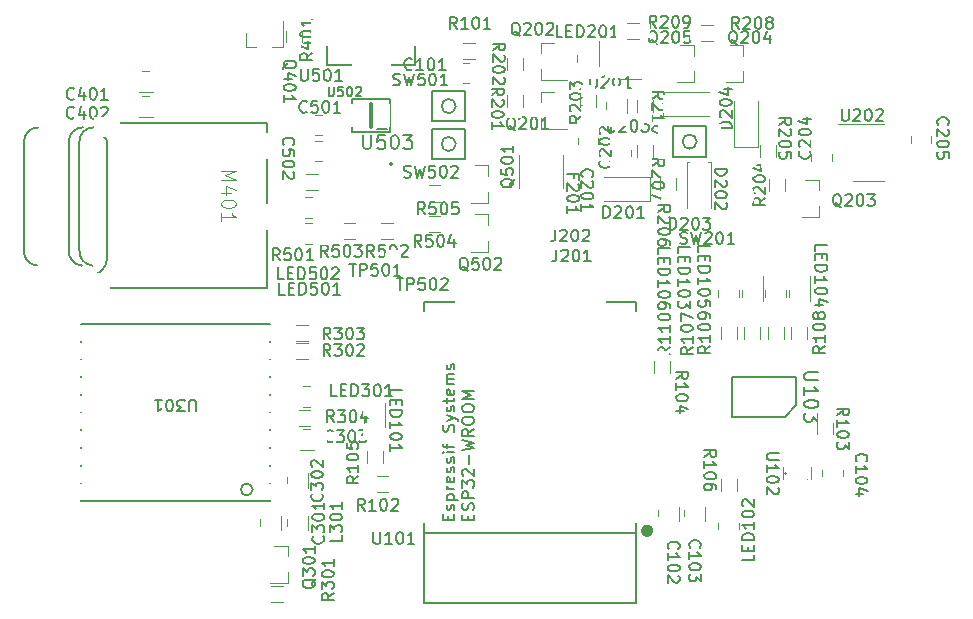
<source format=gto>
G04 #@! TF.GenerationSoftware,KiCad,Pcbnew,(2017-11-24 revision a01d81e4b)-makepkg*
G04 #@! TF.CreationDate,2017-12-13T18:25:57-05:00*
G04 #@! TF.ProjectId,processor,70726F636573736F722E6B696361645F,rev?*
G04 #@! TF.SameCoordinates,Original*
G04 #@! TF.FileFunction,Legend,Top*
G04 #@! TF.FilePolarity,Positive*
%FSLAX46Y46*%
G04 Gerber Fmt 4.6, Leading zero omitted, Abs format (unit mm)*
G04 Created by KiCad (PCBNEW (2017-11-24 revision a01d81e4b)-makepkg) date 12/13/17 18:25:57*
%MOMM*%
%LPD*%
G01*
G04 APERTURE LIST*
%ADD10C,0.127000*%
%ADD11C,0.200000*%
%ADD12C,0.120000*%
%ADD13C,0.150000*%
%ADD14C,0.100000*%
%ADD15C,0.500000*%
%ADD16C,0.350000*%
%ADD17C,0.101600*%
%ADD18R,2.300000X1.800000*%
%ADD19R,1.800000X2.200000*%
%ADD20R,1.900000X1.100000*%
%ADD21O,0.650000X1.400000*%
%ADD22O,1.400000X0.650000*%
%ADD23R,2.850000X2.850000*%
%ADD24R,1.400000X1.900000*%
%ADD25C,3.400000*%
%ADD26R,0.750000X2.000000*%
%ADD27R,0.750000X1.400000*%
%ADD28C,1.400000*%
%ADD29O,2.900000X1.300000*%
%ADD30O,1.300000X2.900000*%
%ADD31R,6.400000X6.400000*%
%ADD32R,1.300000X1.100000*%
%ADD33R,1.100000X1.300000*%
%ADD34R,1.300000X1.200000*%
%ADD35R,1.300000X1.400000*%
%ADD36R,1.400000X0.800000*%
%ADD37R,0.800000X2.400000*%
%ADD38R,2.200000X2.300000*%
%ADD39R,2.700000X2.300000*%
%ADD40R,1.300000X1.600000*%
%ADD41R,1.600000X1.300000*%
%ADD42R,3.900000X2.000000*%
%ADD43C,1.700000*%
%ADD44C,2.100000*%
%ADD45R,1.500000X1.000000*%
%ADD46C,1.150000*%
%ADD47C,1.000000*%
%ADD48R,1.900000X1.400000*%
%ADD49R,1.200000X2.400000*%
%ADD50R,2.400000X1.400000*%
%ADD51R,1.200000X1.300000*%
G04 APERTURE END LIST*
D10*
X2100000Y-22200000D02*
X2100000Y-23200000D01*
X2100000Y-23200000D02*
X17200000Y-23200000D01*
X17200000Y-23200000D02*
X17200000Y-9200000D01*
X17200000Y-9200000D02*
X2800000Y-9200000D01*
X2800000Y-9200000D02*
X2800000Y-10200000D01*
X3700000Y-10900000D02*
G75*
G03X2800000Y-10200000I-800000J-100000D01*
G01*
X3700000Y-10900000D02*
X3700000Y-20600000D01*
X2100000Y-22200000D02*
G75*
G03X3700000Y-20600000I0J1600000D01*
G01*
X1340000Y-10800000D02*
G75*
G02X2540000Y-9600000I1200000J0D01*
G01*
X1340000Y-10800000D02*
X1340000Y-20000000D01*
X2440000Y-21300000D02*
G75*
G02X1340000Y-20000000I100000J1200000D01*
G01*
X440000Y-10800000D02*
G75*
G02X1640000Y-9600000I1200000J0D01*
G01*
X440000Y-10800000D02*
X440000Y-20000000D01*
X1540000Y-21300000D02*
G75*
G02X440000Y-20000000I100000J1200000D01*
G01*
X-3360000Y-10800000D02*
G75*
G02X-2160000Y-9600000I1200000J0D01*
G01*
X-3360000Y-10800000D02*
X-3360000Y-20000000D01*
X-2260000Y-21300000D02*
G75*
G02X-3360000Y-20000000I100000J1200000D01*
G01*
D11*
X27841421Y-12700000D02*
G75*
G03X27841421Y-12700000I-141421J0D01*
G01*
X27400000Y-13600000D02*
X27400000Y-16000000D01*
X27400000Y-16000000D02*
X24600000Y-16000000D01*
X24600000Y-16000000D02*
X24600000Y-13200000D01*
X24600000Y-13200000D02*
X27000000Y-13200000D01*
X27000000Y-13200000D02*
X27400000Y-13600000D01*
D12*
X7600000Y-6580000D02*
X6400000Y-6580000D01*
X6400000Y-4820000D02*
X7600000Y-4820000D01*
D13*
X61050000Y-34100000D02*
X62050000Y-33100000D01*
X62050000Y-33100000D02*
X62050000Y-30700000D01*
X62050000Y-30700000D02*
X56550000Y-30700000D01*
X56550000Y-30700000D02*
X56550000Y-34100000D01*
X56550000Y-34100000D02*
X61050000Y-34100000D01*
D14*
X61200000Y-38900000D02*
G75*
G03X61200000Y-38900000I-100000J0D01*
G01*
X63000000Y-39400000D02*
G75*
G03X63000000Y-39400000I-50000J0D01*
G01*
X62650000Y-37650000D02*
X62850000Y-37650000D01*
X62000000Y-37650000D02*
X62200000Y-37650000D01*
X61350000Y-37650000D02*
X61550000Y-37650000D01*
X60900000Y-40250000D02*
X60900000Y-37650000D01*
X61550000Y-40250000D02*
X61350000Y-40250000D01*
X62200000Y-40250000D02*
X62000000Y-40250000D01*
X62850000Y-40250000D02*
X62650000Y-40250000D01*
X63300000Y-37600000D02*
X63300000Y-40250000D01*
D15*
X49689981Y-43754000D02*
G75*
G03X49689981Y-43754000I-283981J0D01*
G01*
D13*
X30500000Y-43900000D02*
X48500000Y-43900000D01*
X48500000Y-49900000D02*
X48500000Y-24400000D01*
X30500000Y-49900000D02*
X30500000Y-24400000D01*
X30500000Y-24400000D02*
X48500000Y-24400000D01*
X30500000Y-49900000D02*
X48500000Y-49900000D01*
D12*
X50020000Y-30400000D02*
X50020000Y-29400000D01*
X51380000Y-29400000D02*
X51380000Y-30400000D01*
X18600000Y-49780000D02*
X17600000Y-49780000D01*
X17600000Y-48420000D02*
X18600000Y-48420000D01*
X18960000Y-48180000D02*
X18960000Y-47250000D01*
X18960000Y-45020000D02*
X18960000Y-45950000D01*
X18960000Y-45020000D02*
X16800000Y-45020000D01*
X18960000Y-48180000D02*
X17500000Y-48180000D01*
D11*
X33200000Y-7800000D02*
G75*
G03X33200000Y-7800000I-600000J0D01*
G01*
X31200000Y-6500000D02*
X34000000Y-6500000D01*
X34000000Y-6500000D02*
X34000000Y-9100000D01*
X34000000Y-9100000D02*
X31200000Y-9100000D01*
X31200000Y-9100000D02*
X31200000Y-6500000D01*
X33200000Y-11000000D02*
G75*
G03X33200000Y-11000000I-600000J0D01*
G01*
X34000000Y-12300000D02*
X31200000Y-12300000D01*
X31200000Y-12300000D02*
X31200000Y-9700000D01*
X31200000Y-9700000D02*
X34000000Y-9700000D01*
X34000000Y-9700000D02*
X34000000Y-12300000D01*
X27600000Y-10000000D02*
X24400000Y-10000000D01*
X24400000Y-10000000D02*
X24400000Y-7200000D01*
X24400000Y-7200000D02*
X27600000Y-7200000D01*
X27600000Y-7200000D02*
X27600000Y-10000000D01*
D13*
X27400000Y-9700000D02*
X26500000Y-9700000D01*
D16*
X26000000Y-9600000D02*
X26000000Y-7600000D01*
D11*
X22300000Y-4300000D02*
X22300000Y-2650000D01*
X24450000Y-4300000D02*
X22300000Y-4300000D01*
X29750000Y-4300000D02*
X27700000Y-4300000D01*
X29750000Y-2650000D02*
X29750000Y-4300000D01*
D12*
X49650000Y-15800000D02*
X49650000Y-13800000D01*
X49650000Y-13800000D02*
X45750000Y-13800000D01*
X49650000Y-15800000D02*
X45750000Y-15800000D01*
X56800000Y-11250000D02*
X58800000Y-11250000D01*
X58800000Y-11250000D02*
X58800000Y-7350000D01*
X56800000Y-11250000D02*
X56800000Y-7350000D01*
X38520000Y-11670000D02*
X38520000Y-15130000D01*
X42280000Y-11670000D02*
X42280000Y-15130000D01*
X40700000Y-20300000D02*
G75*
G03X40700000Y-20300000I-700000J0D01*
G01*
X40700000Y-18400000D02*
G75*
G03X40700000Y-18400000I-700000J0D01*
G01*
X47120000Y-5510000D02*
X48880000Y-5510000D01*
X69450000Y-14100000D02*
X66850000Y-14100000D01*
X65550000Y-9300000D02*
X69450000Y-9300000D01*
D11*
X53600000Y-10800000D02*
G75*
G03X53600000Y-10800000I-600000J0D01*
G01*
X54400000Y-12100000D02*
X51600000Y-12100000D01*
X51600000Y-12100000D02*
X51600000Y-9500000D01*
X51600000Y-9500000D02*
X54400000Y-9500000D01*
X54400000Y-9500000D02*
X54400000Y-12100000D01*
D13*
X16000000Y-40250000D02*
G75*
G03X16000000Y-40250000I-500000J0D01*
G01*
X17500000Y-40500000D02*
X17500000Y-41250000D01*
X17500000Y-41250000D02*
X1500000Y-41250000D01*
X1500000Y-41250000D02*
X1500000Y-26250000D01*
X1500000Y-26250000D02*
X17500000Y-26250000D01*
X17500000Y-26250000D02*
X17500000Y-40500000D01*
D12*
X50750000Y-6600000D02*
X50750000Y-8600000D01*
X50750000Y-8600000D02*
X54650000Y-8600000D01*
X50750000Y-6600000D02*
X54650000Y-6600000D01*
X54800000Y-12550000D02*
X52800000Y-12550000D01*
X52800000Y-12550000D02*
X52800000Y-16450000D01*
X54800000Y-12550000D02*
X54800000Y-16450000D01*
X16620000Y-43700000D02*
X16620000Y-42500000D01*
X18380000Y-42500000D02*
X18380000Y-43700000D01*
X45920000Y-8400000D02*
X45920000Y-7200000D01*
X47680000Y-7200000D02*
X47680000Y-8400000D01*
X48080000Y-11200000D02*
X48080000Y-12400000D01*
X46320000Y-12400000D02*
X46320000Y-11200000D01*
X43520000Y-11400000D02*
X43520000Y-10200000D01*
X45280000Y-10200000D02*
X45280000Y-11400000D01*
X50320000Y-42900000D02*
X50320000Y-41700000D01*
X52080000Y-41700000D02*
X52080000Y-42900000D01*
X18920000Y-43700000D02*
X18920000Y-42500000D01*
X20680000Y-42500000D02*
X20680000Y-43700000D01*
X7600000Y-8680000D02*
X6400000Y-8680000D01*
X6400000Y-6920000D02*
X7600000Y-6920000D01*
X21200000Y-36880000D02*
X20000000Y-36880000D01*
X20000000Y-35120000D02*
X21200000Y-35120000D01*
X20680000Y-38900000D02*
X20680000Y-40100000D01*
X18920000Y-40100000D02*
X18920000Y-38900000D01*
X64220000Y-39500000D02*
X64220000Y-38300000D01*
X65980000Y-38300000D02*
X65980000Y-39500000D01*
X52520000Y-42900000D02*
X52520000Y-41700000D01*
X54280000Y-41700000D02*
X54280000Y-42900000D01*
X34700000Y-5880000D02*
X33500000Y-5880000D01*
X33500000Y-4120000D02*
X34700000Y-4120000D01*
X71720000Y-11250000D02*
X71720000Y-10050000D01*
X73480000Y-10050000D02*
X73480000Y-11250000D01*
X65080000Y-11600000D02*
X65080000Y-12800000D01*
X63320000Y-12800000D02*
X63320000Y-11600000D01*
X21000000Y-10720000D02*
X22200000Y-10720000D01*
X22200000Y-12480000D02*
X21000000Y-12480000D01*
X21000000Y-8520000D02*
X22200000Y-8520000D01*
X22200000Y-10280000D02*
X21000000Y-10280000D01*
X57200000Y-42800000D02*
X57200000Y-44900000D01*
X55400000Y-44900000D02*
X55400000Y-42800000D01*
X57200000Y-44900000D02*
X55400000Y-44900000D01*
X57400000Y-24300000D02*
X57400000Y-22200000D01*
X59200000Y-22200000D02*
X59200000Y-24300000D01*
X57400000Y-22200000D02*
X59200000Y-22200000D01*
X61400000Y-24300000D02*
X61400000Y-22200000D01*
X63200000Y-22200000D02*
X63200000Y-24300000D01*
X61400000Y-22200000D02*
X63200000Y-22200000D01*
X59400000Y-24300000D02*
X59400000Y-22200000D01*
X61200000Y-22200000D02*
X61200000Y-24300000D01*
X59400000Y-22200000D02*
X61200000Y-22200000D01*
X55400000Y-24300000D02*
X55400000Y-22200000D01*
X57200000Y-22200000D02*
X57200000Y-24300000D01*
X55400000Y-22200000D02*
X57200000Y-22200000D01*
X25400000Y-35000000D02*
X25400000Y-32900000D01*
X27200000Y-32900000D02*
X27200000Y-35000000D01*
X25400000Y-32900000D02*
X27200000Y-32900000D01*
X43500000Y-4400000D02*
X43500000Y-2300000D01*
X45300000Y-2300000D02*
X45300000Y-4400000D01*
X43500000Y-2300000D02*
X45300000Y-2300000D01*
X21200000Y-33300000D02*
X19100000Y-33300000D01*
X19100000Y-31500000D02*
X21200000Y-31500000D01*
X19100000Y-33300000D02*
X19100000Y-31500000D01*
X21400000Y-17300000D02*
X19300000Y-17300000D01*
X19300000Y-15500000D02*
X21400000Y-15500000D01*
X19300000Y-17300000D02*
X19300000Y-15500000D01*
X21400000Y-19500000D02*
X19300000Y-19500000D01*
X19300000Y-17700000D02*
X21400000Y-17700000D01*
X19300000Y-19500000D02*
X19300000Y-17700000D01*
X58920000Y-12100000D02*
X58920000Y-11100000D01*
X60280000Y-11100000D02*
X60280000Y-12100000D01*
X20180000Y-1400000D02*
X20180000Y-2400000D01*
X18820000Y-2400000D02*
X18820000Y-1400000D01*
X19900000Y-33520000D02*
X20900000Y-33520000D01*
X20900000Y-34880000D02*
X19900000Y-34880000D01*
X19700000Y-26320000D02*
X20700000Y-26320000D01*
X20700000Y-27680000D02*
X19700000Y-27680000D01*
X19700000Y-27820000D02*
X20700000Y-27820000D01*
X20700000Y-29180000D02*
X19700000Y-29180000D01*
X53950000Y-920000D02*
X54950000Y-920000D01*
X54950000Y-2280000D02*
X53950000Y-2280000D01*
X48520000Y-12100000D02*
X48520000Y-11100000D01*
X49880000Y-11100000D02*
X49880000Y-12100000D01*
X45080000Y-6900000D02*
X45080000Y-7900000D01*
X43720000Y-7900000D02*
X43720000Y-6900000D01*
X37520000Y-4700000D02*
X37520000Y-3700000D01*
X38880000Y-3700000D02*
X38880000Y-4700000D01*
X38880000Y-6900000D02*
X38880000Y-7900000D01*
X37520000Y-7900000D02*
X37520000Y-6900000D01*
X56980000Y-26500000D02*
X56980000Y-27500000D01*
X55620000Y-27500000D02*
X55620000Y-26500000D01*
X60980000Y-26500000D02*
X60980000Y-27500000D01*
X59620000Y-27500000D02*
X59620000Y-26500000D01*
X62980000Y-26500000D02*
X62980000Y-27500000D01*
X61620000Y-27500000D02*
X61620000Y-26500000D01*
X58980000Y-26500000D02*
X58980000Y-27500000D01*
X57620000Y-27500000D02*
X57620000Y-26500000D01*
X55620000Y-40400000D02*
X55620000Y-39400000D01*
X56980000Y-39400000D02*
X56980000Y-40400000D01*
X27080000Y-37000000D02*
X27080000Y-38000000D01*
X25720000Y-38000000D02*
X25720000Y-37000000D01*
X63820000Y-35600000D02*
X63820000Y-34600000D01*
X65180000Y-34600000D02*
X65180000Y-35600000D01*
X27500000Y-40480000D02*
X26500000Y-40480000D01*
X26500000Y-39120000D02*
X27500000Y-39120000D01*
X33800000Y-2420000D02*
X34800000Y-2420000D01*
X34800000Y-3780000D02*
X33800000Y-3780000D01*
X48520000Y-8300000D02*
X48520000Y-7300000D01*
X49880000Y-7300000D02*
X49880000Y-8300000D01*
X48700000Y-2080000D02*
X47700000Y-2080000D01*
X47700000Y-720000D02*
X48700000Y-720000D01*
X50520000Y-14900000D02*
X50520000Y-13900000D01*
X51880000Y-13900000D02*
X51880000Y-14900000D01*
X61080000Y-13950000D02*
X61080000Y-14950000D01*
X59720000Y-14950000D02*
X59720000Y-13950000D01*
X20500000Y-13520000D02*
X21500000Y-13520000D01*
X21500000Y-14880000D02*
X20500000Y-14880000D01*
X27900000Y-19080000D02*
X26900000Y-19080000D01*
X26900000Y-17720000D02*
X27900000Y-17720000D01*
X23700000Y-17720000D02*
X24700000Y-17720000D01*
X24700000Y-19080000D02*
X23700000Y-19080000D01*
X31900000Y-15880000D02*
X30900000Y-15880000D01*
X30900000Y-14520000D02*
X31900000Y-14520000D01*
X30900000Y-17120000D02*
X31900000Y-17120000D01*
X31900000Y-18480000D02*
X30900000Y-18480000D01*
X15420000Y-2760000D02*
X16350000Y-2760000D01*
X18580000Y-2760000D02*
X17650000Y-2760000D01*
X18580000Y-2760000D02*
X18580000Y-600000D01*
X15420000Y-2760000D02*
X15420000Y-1300000D01*
X53360000Y-5780000D02*
X53360000Y-4850000D01*
X53360000Y-2620000D02*
X53360000Y-3550000D01*
X53360000Y-2620000D02*
X51200000Y-2620000D01*
X53360000Y-5780000D02*
X51900000Y-5780000D01*
X57560000Y-5780000D02*
X57560000Y-4850000D01*
X57560000Y-2620000D02*
X57560000Y-3550000D01*
X57560000Y-2620000D02*
X55400000Y-2620000D01*
X57560000Y-5780000D02*
X56100000Y-5780000D01*
X63960000Y-17180000D02*
X63960000Y-16250000D01*
X63960000Y-14020000D02*
X63960000Y-14950000D01*
X63960000Y-14020000D02*
X61800000Y-14020000D01*
X63960000Y-17180000D02*
X62500000Y-17180000D01*
X40440000Y-2420000D02*
X40440000Y-3350000D01*
X40440000Y-5580000D02*
X40440000Y-4650000D01*
X40440000Y-5580000D02*
X42600000Y-5580000D01*
X40440000Y-2420000D02*
X41900000Y-2420000D01*
X40440000Y-6570000D02*
X40440000Y-7500000D01*
X40440000Y-9730000D02*
X40440000Y-8800000D01*
X40440000Y-9730000D02*
X42600000Y-9730000D01*
X40440000Y-6570000D02*
X41900000Y-6570000D01*
X35960000Y-20130000D02*
X35960000Y-19200000D01*
X35960000Y-16970000D02*
X35960000Y-17900000D01*
X35960000Y-16970000D02*
X33800000Y-16970000D01*
X35960000Y-20130000D02*
X34500000Y-20130000D01*
X35960000Y-15980000D02*
X35960000Y-15050000D01*
X35960000Y-12820000D02*
X35960000Y-13750000D01*
X35960000Y-12820000D02*
X33800000Y-12820000D01*
X35960000Y-15980000D02*
X34500000Y-15980000D01*
D17*
X13357452Y-13253301D02*
X14563952Y-13253301D01*
X13702166Y-13655468D01*
X14563952Y-14057635D01*
X13357452Y-14057635D01*
X14161785Y-15149230D02*
X13357452Y-15149230D01*
X14621404Y-14861968D02*
X13759619Y-14574706D01*
X13759619Y-15321587D01*
X14563952Y-16011016D02*
X14563952Y-16125920D01*
X14506500Y-16240825D01*
X14449047Y-16298278D01*
X14334142Y-16355730D01*
X14104333Y-16413182D01*
X13817071Y-16413182D01*
X13587261Y-16355730D01*
X13472357Y-16298278D01*
X13414904Y-16240825D01*
X13357452Y-16125920D01*
X13357452Y-16011016D01*
X13414904Y-15896111D01*
X13472357Y-15838659D01*
X13587261Y-15781206D01*
X13817071Y-15723754D01*
X14104333Y-15723754D01*
X14334142Y-15781206D01*
X14449047Y-15838659D01*
X14506500Y-15896111D01*
X14563952Y-16011016D01*
X13357452Y-17562230D02*
X13357452Y-16872801D01*
X13357452Y-17217516D02*
X14563952Y-17217516D01*
X14391595Y-17102611D01*
X14276690Y-16987706D01*
X14219238Y-16872801D01*
D13*
X25342857Y-10242857D02*
X25342857Y-11214285D01*
X25400000Y-11328571D01*
X25457142Y-11385714D01*
X25571428Y-11442857D01*
X25800000Y-11442857D01*
X25914285Y-11385714D01*
X25971428Y-11328571D01*
X26028571Y-11214285D01*
X26028571Y-10242857D01*
X27171428Y-10242857D02*
X26600000Y-10242857D01*
X26542857Y-10814285D01*
X26600000Y-10757142D01*
X26714285Y-10700000D01*
X27000000Y-10700000D01*
X27114285Y-10757142D01*
X27171428Y-10814285D01*
X27228571Y-10928571D01*
X27228571Y-11214285D01*
X27171428Y-11328571D01*
X27114285Y-11385714D01*
X27000000Y-11442857D01*
X26714285Y-11442857D01*
X26600000Y-11385714D01*
X26542857Y-11328571D01*
X27971428Y-10242857D02*
X28085714Y-10242857D01*
X28200000Y-10300000D01*
X28257142Y-10357142D01*
X28314285Y-10471428D01*
X28371428Y-10700000D01*
X28371428Y-10985714D01*
X28314285Y-11214285D01*
X28257142Y-11328571D01*
X28200000Y-11385714D01*
X28085714Y-11442857D01*
X27971428Y-11442857D01*
X27857142Y-11385714D01*
X27800000Y-11328571D01*
X27742857Y-11214285D01*
X27685714Y-10985714D01*
X27685714Y-10700000D01*
X27742857Y-10471428D01*
X27800000Y-10357142D01*
X27857142Y-10300000D01*
X27971428Y-10242857D01*
X28771428Y-10242857D02*
X29514285Y-10242857D01*
X29114285Y-10700000D01*
X29285714Y-10700000D01*
X29400000Y-10757142D01*
X29457142Y-10814285D01*
X29514285Y-10928571D01*
X29514285Y-11214285D01*
X29457142Y-11328571D01*
X29400000Y-11385714D01*
X29285714Y-11442857D01*
X28942857Y-11442857D01*
X28828571Y-11385714D01*
X28771428Y-11328571D01*
X880952Y-7157142D02*
X833333Y-7204761D01*
X690476Y-7252380D01*
X595238Y-7252380D01*
X452380Y-7204761D01*
X357142Y-7109523D01*
X309523Y-7014285D01*
X261904Y-6823809D01*
X261904Y-6680952D01*
X309523Y-6490476D01*
X357142Y-6395238D01*
X452380Y-6300000D01*
X595238Y-6252380D01*
X690476Y-6252380D01*
X833333Y-6300000D01*
X880952Y-6347619D01*
X1738095Y-6585714D02*
X1738095Y-7252380D01*
X1500000Y-6204761D02*
X1261904Y-6919047D01*
X1880952Y-6919047D01*
X2452380Y-6252380D02*
X2547619Y-6252380D01*
X2642857Y-6300000D01*
X2690476Y-6347619D01*
X2738095Y-6442857D01*
X2785714Y-6633333D01*
X2785714Y-6871428D01*
X2738095Y-7061904D01*
X2690476Y-7157142D01*
X2642857Y-7204761D01*
X2547619Y-7252380D01*
X2452380Y-7252380D01*
X2357142Y-7204761D01*
X2309523Y-7157142D01*
X2261904Y-7061904D01*
X2214285Y-6871428D01*
X2214285Y-6633333D01*
X2261904Y-6442857D01*
X2309523Y-6347619D01*
X2357142Y-6300000D01*
X2452380Y-6252380D01*
X3738095Y-7252380D02*
X3166666Y-7252380D01*
X3452380Y-7252380D02*
X3452380Y-6252380D01*
X3357142Y-6395238D01*
X3261904Y-6490476D01*
X3166666Y-6538095D01*
X63907142Y-30342857D02*
X62935714Y-30342857D01*
X62821428Y-30400000D01*
X62764285Y-30457142D01*
X62707142Y-30571428D01*
X62707142Y-30800000D01*
X62764285Y-30914285D01*
X62821428Y-30971428D01*
X62935714Y-31028571D01*
X63907142Y-31028571D01*
X62707142Y-32228571D02*
X62707142Y-31542857D01*
X62707142Y-31885714D02*
X63907142Y-31885714D01*
X63735714Y-31771428D01*
X63621428Y-31657142D01*
X63564285Y-31542857D01*
X63907142Y-32971428D02*
X63907142Y-33085714D01*
X63850000Y-33200000D01*
X63792857Y-33257142D01*
X63678571Y-33314285D01*
X63450000Y-33371428D01*
X63164285Y-33371428D01*
X62935714Y-33314285D01*
X62821428Y-33257142D01*
X62764285Y-33200000D01*
X62707142Y-33085714D01*
X62707142Y-32971428D01*
X62764285Y-32857142D01*
X62821428Y-32800000D01*
X62935714Y-32742857D01*
X63164285Y-32685714D01*
X63450000Y-32685714D01*
X63678571Y-32742857D01*
X63792857Y-32800000D01*
X63850000Y-32857142D01*
X63907142Y-32971428D01*
X63907142Y-33771428D02*
X63907142Y-34514285D01*
X63450000Y-34114285D01*
X63450000Y-34285714D01*
X63392857Y-34400000D01*
X63335714Y-34457142D01*
X63221428Y-34514285D01*
X62935714Y-34514285D01*
X62821428Y-34457142D01*
X62764285Y-34400000D01*
X62707142Y-34285714D01*
X62707142Y-33942857D01*
X62764285Y-33828571D01*
X62821428Y-33771428D01*
X60547619Y-37185714D02*
X59738095Y-37185714D01*
X59642857Y-37233333D01*
X59595238Y-37280952D01*
X59547619Y-37376190D01*
X59547619Y-37566666D01*
X59595238Y-37661904D01*
X59642857Y-37709523D01*
X59738095Y-37757142D01*
X60547619Y-37757142D01*
X59547619Y-38757142D02*
X59547619Y-38185714D01*
X59547619Y-38471428D02*
X60547619Y-38471428D01*
X60404761Y-38376190D01*
X60309523Y-38280952D01*
X60261904Y-38185714D01*
X60547619Y-39376190D02*
X60547619Y-39471428D01*
X60500000Y-39566666D01*
X60452380Y-39614285D01*
X60357142Y-39661904D01*
X60166666Y-39709523D01*
X59928571Y-39709523D01*
X59738095Y-39661904D01*
X59642857Y-39614285D01*
X59595238Y-39566666D01*
X59547619Y-39471428D01*
X59547619Y-39376190D01*
X59595238Y-39280952D01*
X59642857Y-39233333D01*
X59738095Y-39185714D01*
X59928571Y-39138095D01*
X60166666Y-39138095D01*
X60357142Y-39185714D01*
X60452380Y-39233333D01*
X60500000Y-39280952D01*
X60547619Y-39376190D01*
X60452380Y-40090476D02*
X60500000Y-40138095D01*
X60547619Y-40233333D01*
X60547619Y-40471428D01*
X60500000Y-40566666D01*
X60452380Y-40614285D01*
X60357142Y-40661904D01*
X60261904Y-40661904D01*
X60119047Y-40614285D01*
X59547619Y-40042857D01*
X59547619Y-40661904D01*
X28185714Y-22352380D02*
X28757142Y-22352380D01*
X28471428Y-23352380D02*
X28471428Y-22352380D01*
X29090476Y-23352380D02*
X29090476Y-22352380D01*
X29471428Y-22352380D01*
X29566666Y-22400000D01*
X29614285Y-22447619D01*
X29661904Y-22542857D01*
X29661904Y-22685714D01*
X29614285Y-22780952D01*
X29566666Y-22828571D01*
X29471428Y-22876190D01*
X29090476Y-22876190D01*
X30566666Y-22352380D02*
X30090476Y-22352380D01*
X30042857Y-22828571D01*
X30090476Y-22780952D01*
X30185714Y-22733333D01*
X30423809Y-22733333D01*
X30519047Y-22780952D01*
X30566666Y-22828571D01*
X30614285Y-22923809D01*
X30614285Y-23161904D01*
X30566666Y-23257142D01*
X30519047Y-23304761D01*
X30423809Y-23352380D01*
X30185714Y-23352380D01*
X30090476Y-23304761D01*
X30042857Y-23257142D01*
X31233333Y-22352380D02*
X31328571Y-22352380D01*
X31423809Y-22400000D01*
X31471428Y-22447619D01*
X31519047Y-22542857D01*
X31566666Y-22733333D01*
X31566666Y-22971428D01*
X31519047Y-23161904D01*
X31471428Y-23257142D01*
X31423809Y-23304761D01*
X31328571Y-23352380D01*
X31233333Y-23352380D01*
X31138095Y-23304761D01*
X31090476Y-23257142D01*
X31042857Y-23161904D01*
X30995238Y-22971428D01*
X30995238Y-22733333D01*
X31042857Y-22542857D01*
X31090476Y-22447619D01*
X31138095Y-22400000D01*
X31233333Y-22352380D01*
X31947619Y-22447619D02*
X31995238Y-22400000D01*
X32090476Y-22352380D01*
X32328571Y-22352380D01*
X32423809Y-22400000D01*
X32471428Y-22447619D01*
X32519047Y-22542857D01*
X32519047Y-22638095D01*
X32471428Y-22780952D01*
X31900000Y-23352380D01*
X32519047Y-23352380D01*
X26228714Y-43852380D02*
X26228714Y-44661904D01*
X26276333Y-44757142D01*
X26323952Y-44804761D01*
X26419190Y-44852380D01*
X26609666Y-44852380D01*
X26704904Y-44804761D01*
X26752523Y-44757142D01*
X26800142Y-44661904D01*
X26800142Y-43852380D01*
X27800142Y-44852380D02*
X27228714Y-44852380D01*
X27514428Y-44852380D02*
X27514428Y-43852380D01*
X27419190Y-43995238D01*
X27323952Y-44090476D01*
X27228714Y-44138095D01*
X28419190Y-43852380D02*
X28514428Y-43852380D01*
X28609666Y-43900000D01*
X28657285Y-43947619D01*
X28704904Y-44042857D01*
X28752523Y-44233333D01*
X28752523Y-44471428D01*
X28704904Y-44661904D01*
X28657285Y-44757142D01*
X28609666Y-44804761D01*
X28514428Y-44852380D01*
X28419190Y-44852380D01*
X28323952Y-44804761D01*
X28276333Y-44757142D01*
X28228714Y-44661904D01*
X28181095Y-44471428D01*
X28181095Y-44233333D01*
X28228714Y-44042857D01*
X28276333Y-43947619D01*
X28323952Y-43900000D01*
X28419190Y-43852380D01*
X29704904Y-44852380D02*
X29133476Y-44852380D01*
X29419190Y-44852380D02*
X29419190Y-43852380D01*
X29323952Y-43995238D01*
X29228714Y-44090476D01*
X29133476Y-44138095D01*
X32570571Y-42832428D02*
X32570571Y-42499095D01*
X33094380Y-42356238D02*
X33094380Y-42832428D01*
X32094380Y-42832428D01*
X32094380Y-42356238D01*
X33046761Y-41975285D02*
X33094380Y-41880047D01*
X33094380Y-41689571D01*
X33046761Y-41594333D01*
X32951523Y-41546714D01*
X32903904Y-41546714D01*
X32808666Y-41594333D01*
X32761047Y-41689571D01*
X32761047Y-41832428D01*
X32713428Y-41927666D01*
X32618190Y-41975285D01*
X32570571Y-41975285D01*
X32475333Y-41927666D01*
X32427714Y-41832428D01*
X32427714Y-41689571D01*
X32475333Y-41594333D01*
X32427714Y-41118142D02*
X33427714Y-41118142D01*
X32475333Y-41118142D02*
X32427714Y-41022904D01*
X32427714Y-40832428D01*
X32475333Y-40737190D01*
X32522952Y-40689571D01*
X32618190Y-40641952D01*
X32903904Y-40641952D01*
X32999142Y-40689571D01*
X33046761Y-40737190D01*
X33094380Y-40832428D01*
X33094380Y-41022904D01*
X33046761Y-41118142D01*
X33094380Y-40213380D02*
X32427714Y-40213380D01*
X32618190Y-40213380D02*
X32522952Y-40165761D01*
X32475333Y-40118142D01*
X32427714Y-40022904D01*
X32427714Y-39927666D01*
X33046761Y-39213380D02*
X33094380Y-39308619D01*
X33094380Y-39499095D01*
X33046761Y-39594333D01*
X32951523Y-39641952D01*
X32570571Y-39641952D01*
X32475333Y-39594333D01*
X32427714Y-39499095D01*
X32427714Y-39308619D01*
X32475333Y-39213380D01*
X32570571Y-39165761D01*
X32665809Y-39165761D01*
X32761047Y-39641952D01*
X33046761Y-38784809D02*
X33094380Y-38689571D01*
X33094380Y-38499095D01*
X33046761Y-38403857D01*
X32951523Y-38356238D01*
X32903904Y-38356238D01*
X32808666Y-38403857D01*
X32761047Y-38499095D01*
X32761047Y-38641952D01*
X32713428Y-38737190D01*
X32618190Y-38784809D01*
X32570571Y-38784809D01*
X32475333Y-38737190D01*
X32427714Y-38641952D01*
X32427714Y-38499095D01*
X32475333Y-38403857D01*
X33046761Y-37975285D02*
X33094380Y-37880047D01*
X33094380Y-37689571D01*
X33046761Y-37594333D01*
X32951523Y-37546714D01*
X32903904Y-37546714D01*
X32808666Y-37594333D01*
X32761047Y-37689571D01*
X32761047Y-37832428D01*
X32713428Y-37927666D01*
X32618190Y-37975285D01*
X32570571Y-37975285D01*
X32475333Y-37927666D01*
X32427714Y-37832428D01*
X32427714Y-37689571D01*
X32475333Y-37594333D01*
X33094380Y-37118142D02*
X32427714Y-37118142D01*
X32094380Y-37118142D02*
X32142000Y-37165761D01*
X32189619Y-37118142D01*
X32142000Y-37070523D01*
X32094380Y-37118142D01*
X32189619Y-37118142D01*
X32427714Y-36784809D02*
X32427714Y-36403857D01*
X33094380Y-36641952D02*
X32237238Y-36641952D01*
X32142000Y-36594333D01*
X32094380Y-36499095D01*
X32094380Y-36403857D01*
X33046761Y-35356238D02*
X33094380Y-35213380D01*
X33094380Y-34975285D01*
X33046761Y-34880047D01*
X32999142Y-34832428D01*
X32903904Y-34784809D01*
X32808666Y-34784809D01*
X32713428Y-34832428D01*
X32665809Y-34880047D01*
X32618190Y-34975285D01*
X32570571Y-35165761D01*
X32522952Y-35261000D01*
X32475333Y-35308619D01*
X32380095Y-35356238D01*
X32284857Y-35356238D01*
X32189619Y-35308619D01*
X32142000Y-35261000D01*
X32094380Y-35165761D01*
X32094380Y-34927666D01*
X32142000Y-34784809D01*
X32427714Y-34451476D02*
X33094380Y-34213380D01*
X32427714Y-33975285D02*
X33094380Y-34213380D01*
X33332476Y-34308619D01*
X33380095Y-34356238D01*
X33427714Y-34451476D01*
X33046761Y-33641952D02*
X33094380Y-33546714D01*
X33094380Y-33356238D01*
X33046761Y-33261000D01*
X32951523Y-33213380D01*
X32903904Y-33213380D01*
X32808666Y-33261000D01*
X32761047Y-33356238D01*
X32761047Y-33499095D01*
X32713428Y-33594333D01*
X32618190Y-33641952D01*
X32570571Y-33641952D01*
X32475333Y-33594333D01*
X32427714Y-33499095D01*
X32427714Y-33356238D01*
X32475333Y-33261000D01*
X32427714Y-32927666D02*
X32427714Y-32546714D01*
X32094380Y-32784809D02*
X32951523Y-32784809D01*
X33046761Y-32737190D01*
X33094380Y-32641952D01*
X33094380Y-32546714D01*
X33046761Y-31832428D02*
X33094380Y-31927666D01*
X33094380Y-32118142D01*
X33046761Y-32213380D01*
X32951523Y-32261000D01*
X32570571Y-32261000D01*
X32475333Y-32213380D01*
X32427714Y-32118142D01*
X32427714Y-31927666D01*
X32475333Y-31832428D01*
X32570571Y-31784809D01*
X32665809Y-31784809D01*
X32761047Y-32261000D01*
X33094380Y-31356238D02*
X32427714Y-31356238D01*
X32522952Y-31356238D02*
X32475333Y-31308619D01*
X32427714Y-31213380D01*
X32427714Y-31070523D01*
X32475333Y-30975285D01*
X32570571Y-30927666D01*
X33094380Y-30927666D01*
X32570571Y-30927666D02*
X32475333Y-30880047D01*
X32427714Y-30784809D01*
X32427714Y-30641952D01*
X32475333Y-30546714D01*
X32570571Y-30499095D01*
X33094380Y-30499095D01*
X33046761Y-30070523D02*
X33094380Y-29975285D01*
X33094380Y-29784809D01*
X33046761Y-29689571D01*
X32951523Y-29641952D01*
X32903904Y-29641952D01*
X32808666Y-29689571D01*
X32761047Y-29784809D01*
X32761047Y-29927666D01*
X32713428Y-30022904D01*
X32618190Y-30070523D01*
X32570571Y-30070523D01*
X32475333Y-30022904D01*
X32427714Y-29927666D01*
X32427714Y-29784809D01*
X32475333Y-29689571D01*
X34221571Y-42856380D02*
X34221571Y-42523047D01*
X34745380Y-42380190D02*
X34745380Y-42856380D01*
X33745380Y-42856380D01*
X33745380Y-42380190D01*
X34697761Y-41999238D02*
X34745380Y-41856380D01*
X34745380Y-41618285D01*
X34697761Y-41523047D01*
X34650142Y-41475428D01*
X34554904Y-41427809D01*
X34459666Y-41427809D01*
X34364428Y-41475428D01*
X34316809Y-41523047D01*
X34269190Y-41618285D01*
X34221571Y-41808761D01*
X34173952Y-41904000D01*
X34126333Y-41951619D01*
X34031095Y-41999238D01*
X33935857Y-41999238D01*
X33840619Y-41951619D01*
X33793000Y-41904000D01*
X33745380Y-41808761D01*
X33745380Y-41570666D01*
X33793000Y-41427809D01*
X34745380Y-40999238D02*
X33745380Y-40999238D01*
X33745380Y-40618285D01*
X33793000Y-40523047D01*
X33840619Y-40475428D01*
X33935857Y-40427809D01*
X34078714Y-40427809D01*
X34173952Y-40475428D01*
X34221571Y-40523047D01*
X34269190Y-40618285D01*
X34269190Y-40999238D01*
X33745380Y-40094476D02*
X33745380Y-39475428D01*
X34126333Y-39808761D01*
X34126333Y-39665904D01*
X34173952Y-39570666D01*
X34221571Y-39523047D01*
X34316809Y-39475428D01*
X34554904Y-39475428D01*
X34650142Y-39523047D01*
X34697761Y-39570666D01*
X34745380Y-39665904D01*
X34745380Y-39951619D01*
X34697761Y-40046857D01*
X34650142Y-40094476D01*
X33840619Y-39094476D02*
X33793000Y-39046857D01*
X33745380Y-38951619D01*
X33745380Y-38713523D01*
X33793000Y-38618285D01*
X33840619Y-38570666D01*
X33935857Y-38523047D01*
X34031095Y-38523047D01*
X34173952Y-38570666D01*
X34745380Y-39142095D01*
X34745380Y-38523047D01*
X34364428Y-38094476D02*
X34364428Y-37332571D01*
X33745380Y-36951619D02*
X34745380Y-36713523D01*
X34031095Y-36523047D01*
X34745380Y-36332571D01*
X33745380Y-36094476D01*
X34745380Y-35142095D02*
X34269190Y-35475428D01*
X34745380Y-35713523D02*
X33745380Y-35713523D01*
X33745380Y-35332571D01*
X33793000Y-35237333D01*
X33840619Y-35189714D01*
X33935857Y-35142095D01*
X34078714Y-35142095D01*
X34173952Y-35189714D01*
X34221571Y-35237333D01*
X34269190Y-35332571D01*
X34269190Y-35713523D01*
X33745380Y-34523047D02*
X33745380Y-34332571D01*
X33793000Y-34237333D01*
X33888238Y-34142095D01*
X34078714Y-34094476D01*
X34412047Y-34094476D01*
X34602523Y-34142095D01*
X34697761Y-34237333D01*
X34745380Y-34332571D01*
X34745380Y-34523047D01*
X34697761Y-34618285D01*
X34602523Y-34713523D01*
X34412047Y-34761142D01*
X34078714Y-34761142D01*
X33888238Y-34713523D01*
X33793000Y-34618285D01*
X33745380Y-34523047D01*
X33745380Y-33475428D02*
X33745380Y-33284952D01*
X33793000Y-33189714D01*
X33888238Y-33094476D01*
X34078714Y-33046857D01*
X34412047Y-33046857D01*
X34602523Y-33094476D01*
X34697761Y-33189714D01*
X34745380Y-33284952D01*
X34745380Y-33475428D01*
X34697761Y-33570666D01*
X34602523Y-33665904D01*
X34412047Y-33713523D01*
X34078714Y-33713523D01*
X33888238Y-33665904D01*
X33793000Y-33570666D01*
X33745380Y-33475428D01*
X34745380Y-32618285D02*
X33745380Y-32618285D01*
X34459666Y-32284952D01*
X33745380Y-31951619D01*
X34745380Y-31951619D01*
X51847619Y-30880952D02*
X52323809Y-30547619D01*
X51847619Y-30309523D02*
X52847619Y-30309523D01*
X52847619Y-30690476D01*
X52800000Y-30785714D01*
X52752380Y-30833333D01*
X52657142Y-30880952D01*
X52514285Y-30880952D01*
X52419047Y-30833333D01*
X52371428Y-30785714D01*
X52323809Y-30690476D01*
X52323809Y-30309523D01*
X51847619Y-31833333D02*
X51847619Y-31261904D01*
X51847619Y-31547619D02*
X52847619Y-31547619D01*
X52704761Y-31452380D01*
X52609523Y-31357142D01*
X52561904Y-31261904D01*
X52847619Y-32452380D02*
X52847619Y-32547619D01*
X52800000Y-32642857D01*
X52752380Y-32690476D01*
X52657142Y-32738095D01*
X52466666Y-32785714D01*
X52228571Y-32785714D01*
X52038095Y-32738095D01*
X51942857Y-32690476D01*
X51895238Y-32642857D01*
X51847619Y-32547619D01*
X51847619Y-32452380D01*
X51895238Y-32357142D01*
X51942857Y-32309523D01*
X52038095Y-32261904D01*
X52228571Y-32214285D01*
X52466666Y-32214285D01*
X52657142Y-32261904D01*
X52752380Y-32309523D01*
X52800000Y-32357142D01*
X52847619Y-32452380D01*
X52514285Y-33642857D02*
X51847619Y-33642857D01*
X52895238Y-33404761D02*
X52180952Y-33166666D01*
X52180952Y-33785714D01*
X22852380Y-49019047D02*
X22376190Y-49352380D01*
X22852380Y-49590476D02*
X21852380Y-49590476D01*
X21852380Y-49209523D01*
X21900000Y-49114285D01*
X21947619Y-49066666D01*
X22042857Y-49019047D01*
X22185714Y-49019047D01*
X22280952Y-49066666D01*
X22328571Y-49114285D01*
X22376190Y-49209523D01*
X22376190Y-49590476D01*
X21852380Y-48685714D02*
X21852380Y-48066666D01*
X22233333Y-48400000D01*
X22233333Y-48257142D01*
X22280952Y-48161904D01*
X22328571Y-48114285D01*
X22423809Y-48066666D01*
X22661904Y-48066666D01*
X22757142Y-48114285D01*
X22804761Y-48161904D01*
X22852380Y-48257142D01*
X22852380Y-48542857D01*
X22804761Y-48638095D01*
X22757142Y-48685714D01*
X21852380Y-47447619D02*
X21852380Y-47352380D01*
X21900000Y-47257142D01*
X21947619Y-47209523D01*
X22042857Y-47161904D01*
X22233333Y-47114285D01*
X22471428Y-47114285D01*
X22661904Y-47161904D01*
X22757142Y-47209523D01*
X22804761Y-47257142D01*
X22852380Y-47352380D01*
X22852380Y-47447619D01*
X22804761Y-47542857D01*
X22757142Y-47590476D01*
X22661904Y-47638095D01*
X22471428Y-47685714D01*
X22233333Y-47685714D01*
X22042857Y-47638095D01*
X21947619Y-47590476D01*
X21900000Y-47542857D01*
X21852380Y-47447619D01*
X22852380Y-46161904D02*
X22852380Y-46733333D01*
X22852380Y-46447619D02*
X21852380Y-46447619D01*
X21995238Y-46542857D01*
X22090476Y-46638095D01*
X22138095Y-46733333D01*
X21347619Y-47847619D02*
X21300000Y-47942857D01*
X21204761Y-48038095D01*
X21061904Y-48180952D01*
X21014285Y-48276190D01*
X21014285Y-48371428D01*
X21252380Y-48323809D02*
X21204761Y-48419047D01*
X21109523Y-48514285D01*
X20919047Y-48561904D01*
X20585714Y-48561904D01*
X20395238Y-48514285D01*
X20300000Y-48419047D01*
X20252380Y-48323809D01*
X20252380Y-48133333D01*
X20300000Y-48038095D01*
X20395238Y-47942857D01*
X20585714Y-47895238D01*
X20919047Y-47895238D01*
X21109523Y-47942857D01*
X21204761Y-48038095D01*
X21252380Y-48133333D01*
X21252380Y-48323809D01*
X20252380Y-47561904D02*
X20252380Y-46942857D01*
X20633333Y-47276190D01*
X20633333Y-47133333D01*
X20680952Y-47038095D01*
X20728571Y-46990476D01*
X20823809Y-46942857D01*
X21061904Y-46942857D01*
X21157142Y-46990476D01*
X21204761Y-47038095D01*
X21252380Y-47133333D01*
X21252380Y-47419047D01*
X21204761Y-47514285D01*
X21157142Y-47561904D01*
X20252380Y-46323809D02*
X20252380Y-46228571D01*
X20300000Y-46133333D01*
X20347619Y-46085714D01*
X20442857Y-46038095D01*
X20633333Y-45990476D01*
X20871428Y-45990476D01*
X21061904Y-46038095D01*
X21157142Y-46085714D01*
X21204761Y-46133333D01*
X21252380Y-46228571D01*
X21252380Y-46323809D01*
X21204761Y-46419047D01*
X21157142Y-46466666D01*
X21061904Y-46514285D01*
X20871428Y-46561904D01*
X20633333Y-46561904D01*
X20442857Y-46514285D01*
X20347619Y-46466666D01*
X20300000Y-46419047D01*
X20252380Y-46323809D01*
X21252380Y-45038095D02*
X21252380Y-45609523D01*
X21252380Y-45323809D02*
X20252380Y-45323809D01*
X20395238Y-45419047D01*
X20490476Y-45514285D01*
X20538095Y-45609523D01*
X27914285Y-6004761D02*
X28057142Y-6052380D01*
X28295238Y-6052380D01*
X28390476Y-6004761D01*
X28438095Y-5957142D01*
X28485714Y-5861904D01*
X28485714Y-5766666D01*
X28438095Y-5671428D01*
X28390476Y-5623809D01*
X28295238Y-5576190D01*
X28104761Y-5528571D01*
X28009523Y-5480952D01*
X27961904Y-5433333D01*
X27914285Y-5338095D01*
X27914285Y-5242857D01*
X27961904Y-5147619D01*
X28009523Y-5100000D01*
X28104761Y-5052380D01*
X28342857Y-5052380D01*
X28485714Y-5100000D01*
X28819047Y-5052380D02*
X29057142Y-6052380D01*
X29247619Y-5338095D01*
X29438095Y-6052380D01*
X29676190Y-5052380D01*
X30533333Y-5052380D02*
X30057142Y-5052380D01*
X30009523Y-5528571D01*
X30057142Y-5480952D01*
X30152380Y-5433333D01*
X30390476Y-5433333D01*
X30485714Y-5480952D01*
X30533333Y-5528571D01*
X30580952Y-5623809D01*
X30580952Y-5861904D01*
X30533333Y-5957142D01*
X30485714Y-6004761D01*
X30390476Y-6052380D01*
X30152380Y-6052380D01*
X30057142Y-6004761D01*
X30009523Y-5957142D01*
X31200000Y-5052380D02*
X31295238Y-5052380D01*
X31390476Y-5100000D01*
X31438095Y-5147619D01*
X31485714Y-5242857D01*
X31533333Y-5433333D01*
X31533333Y-5671428D01*
X31485714Y-5861904D01*
X31438095Y-5957142D01*
X31390476Y-6004761D01*
X31295238Y-6052380D01*
X31200000Y-6052380D01*
X31104761Y-6004761D01*
X31057142Y-5957142D01*
X31009523Y-5861904D01*
X30961904Y-5671428D01*
X30961904Y-5433333D01*
X31009523Y-5242857D01*
X31057142Y-5147619D01*
X31104761Y-5100000D01*
X31200000Y-5052380D01*
X32485714Y-6052380D02*
X31914285Y-6052380D01*
X32200000Y-6052380D02*
X32200000Y-5052380D01*
X32104761Y-5195238D01*
X32009523Y-5290476D01*
X31914285Y-5338095D01*
X28814285Y-13804761D02*
X28957142Y-13852380D01*
X29195238Y-13852380D01*
X29290476Y-13804761D01*
X29338095Y-13757142D01*
X29385714Y-13661904D01*
X29385714Y-13566666D01*
X29338095Y-13471428D01*
X29290476Y-13423809D01*
X29195238Y-13376190D01*
X29004761Y-13328571D01*
X28909523Y-13280952D01*
X28861904Y-13233333D01*
X28814285Y-13138095D01*
X28814285Y-13042857D01*
X28861904Y-12947619D01*
X28909523Y-12900000D01*
X29004761Y-12852380D01*
X29242857Y-12852380D01*
X29385714Y-12900000D01*
X29719047Y-12852380D02*
X29957142Y-13852380D01*
X30147619Y-13138095D01*
X30338095Y-13852380D01*
X30576190Y-12852380D01*
X31433333Y-12852380D02*
X30957142Y-12852380D01*
X30909523Y-13328571D01*
X30957142Y-13280952D01*
X31052380Y-13233333D01*
X31290476Y-13233333D01*
X31385714Y-13280952D01*
X31433333Y-13328571D01*
X31480952Y-13423809D01*
X31480952Y-13661904D01*
X31433333Y-13757142D01*
X31385714Y-13804761D01*
X31290476Y-13852380D01*
X31052380Y-13852380D01*
X30957142Y-13804761D01*
X30909523Y-13757142D01*
X32100000Y-12852380D02*
X32195238Y-12852380D01*
X32290476Y-12900000D01*
X32338095Y-12947619D01*
X32385714Y-13042857D01*
X32433333Y-13233333D01*
X32433333Y-13471428D01*
X32385714Y-13661904D01*
X32338095Y-13757142D01*
X32290476Y-13804761D01*
X32195238Y-13852380D01*
X32100000Y-13852380D01*
X32004761Y-13804761D01*
X31957142Y-13757142D01*
X31909523Y-13661904D01*
X31861904Y-13471428D01*
X31861904Y-13233333D01*
X31909523Y-13042857D01*
X31957142Y-12947619D01*
X32004761Y-12900000D01*
X32100000Y-12852380D01*
X32814285Y-12947619D02*
X32861904Y-12900000D01*
X32957142Y-12852380D01*
X33195238Y-12852380D01*
X33290476Y-12900000D01*
X33338095Y-12947619D01*
X33385714Y-13042857D01*
X33385714Y-13138095D01*
X33338095Y-13280952D01*
X32766666Y-13852380D01*
X33385714Y-13852380D01*
X24185714Y-21152380D02*
X24757142Y-21152380D01*
X24471428Y-22152380D02*
X24471428Y-21152380D01*
X25090476Y-22152380D02*
X25090476Y-21152380D01*
X25471428Y-21152380D01*
X25566666Y-21200000D01*
X25614285Y-21247619D01*
X25661904Y-21342857D01*
X25661904Y-21485714D01*
X25614285Y-21580952D01*
X25566666Y-21628571D01*
X25471428Y-21676190D01*
X25090476Y-21676190D01*
X26566666Y-21152380D02*
X26090476Y-21152380D01*
X26042857Y-21628571D01*
X26090476Y-21580952D01*
X26185714Y-21533333D01*
X26423809Y-21533333D01*
X26519047Y-21580952D01*
X26566666Y-21628571D01*
X26614285Y-21723809D01*
X26614285Y-21961904D01*
X26566666Y-22057142D01*
X26519047Y-22104761D01*
X26423809Y-22152380D01*
X26185714Y-22152380D01*
X26090476Y-22104761D01*
X26042857Y-22057142D01*
X27233333Y-21152380D02*
X27328571Y-21152380D01*
X27423809Y-21200000D01*
X27471428Y-21247619D01*
X27519047Y-21342857D01*
X27566666Y-21533333D01*
X27566666Y-21771428D01*
X27519047Y-21961904D01*
X27471428Y-22057142D01*
X27423809Y-22104761D01*
X27328571Y-22152380D01*
X27233333Y-22152380D01*
X27138095Y-22104761D01*
X27090476Y-22057142D01*
X27042857Y-21961904D01*
X26995238Y-21771428D01*
X26995238Y-21533333D01*
X27042857Y-21342857D01*
X27090476Y-21247619D01*
X27138095Y-21200000D01*
X27233333Y-21152380D01*
X28519047Y-22152380D02*
X27947619Y-22152380D01*
X28233333Y-22152380D02*
X28233333Y-21152380D01*
X28138095Y-21295238D01*
X28042857Y-21390476D01*
X27947619Y-21438095D01*
X22428571Y-6161904D02*
X22428571Y-6809523D01*
X22466666Y-6885714D01*
X22504761Y-6923809D01*
X22580952Y-6961904D01*
X22733333Y-6961904D01*
X22809523Y-6923809D01*
X22847619Y-6885714D01*
X22885714Y-6809523D01*
X22885714Y-6161904D01*
X23647619Y-6161904D02*
X23266666Y-6161904D01*
X23228571Y-6542857D01*
X23266666Y-6504761D01*
X23342857Y-6466666D01*
X23533333Y-6466666D01*
X23609523Y-6504761D01*
X23647619Y-6542857D01*
X23685714Y-6619047D01*
X23685714Y-6809523D01*
X23647619Y-6885714D01*
X23609523Y-6923809D01*
X23533333Y-6961904D01*
X23342857Y-6961904D01*
X23266666Y-6923809D01*
X23228571Y-6885714D01*
X24180952Y-6161904D02*
X24257142Y-6161904D01*
X24333333Y-6200000D01*
X24371428Y-6238095D01*
X24409523Y-6314285D01*
X24447619Y-6466666D01*
X24447619Y-6657142D01*
X24409523Y-6809523D01*
X24371428Y-6885714D01*
X24333333Y-6923809D01*
X24257142Y-6961904D01*
X24180952Y-6961904D01*
X24104761Y-6923809D01*
X24066666Y-6885714D01*
X24028571Y-6809523D01*
X23990476Y-6657142D01*
X23990476Y-6466666D01*
X24028571Y-6314285D01*
X24066666Y-6238095D01*
X24104761Y-6200000D01*
X24180952Y-6161904D01*
X24752380Y-6238095D02*
X24790476Y-6200000D01*
X24866666Y-6161904D01*
X25057142Y-6161904D01*
X25133333Y-6200000D01*
X25171428Y-6238095D01*
X25209523Y-6314285D01*
X25209523Y-6390476D01*
X25171428Y-6504761D01*
X24714285Y-6961904D01*
X25209523Y-6961904D01*
X20085714Y-4652380D02*
X20085714Y-5461904D01*
X20133333Y-5557142D01*
X20180952Y-5604761D01*
X20276190Y-5652380D01*
X20466666Y-5652380D01*
X20561904Y-5604761D01*
X20609523Y-5557142D01*
X20657142Y-5461904D01*
X20657142Y-4652380D01*
X21609523Y-4652380D02*
X21133333Y-4652380D01*
X21085714Y-5128571D01*
X21133333Y-5080952D01*
X21228571Y-5033333D01*
X21466666Y-5033333D01*
X21561904Y-5080952D01*
X21609523Y-5128571D01*
X21657142Y-5223809D01*
X21657142Y-5461904D01*
X21609523Y-5557142D01*
X21561904Y-5604761D01*
X21466666Y-5652380D01*
X21228571Y-5652380D01*
X21133333Y-5604761D01*
X21085714Y-5557142D01*
X22276190Y-4652380D02*
X22371428Y-4652380D01*
X22466666Y-4700000D01*
X22514285Y-4747619D01*
X22561904Y-4842857D01*
X22609523Y-5033333D01*
X22609523Y-5271428D01*
X22561904Y-5461904D01*
X22514285Y-5557142D01*
X22466666Y-5604761D01*
X22371428Y-5652380D01*
X22276190Y-5652380D01*
X22180952Y-5604761D01*
X22133333Y-5557142D01*
X22085714Y-5461904D01*
X22038095Y-5271428D01*
X22038095Y-5033333D01*
X22085714Y-4842857D01*
X22133333Y-4747619D01*
X22180952Y-4700000D01*
X22276190Y-4652380D01*
X23561904Y-5652380D02*
X22990476Y-5652380D01*
X23276190Y-5652380D02*
X23276190Y-4652380D01*
X23180952Y-4795238D01*
X23085714Y-4890476D01*
X22990476Y-4938095D01*
X45709523Y-17252380D02*
X45709523Y-16252380D01*
X45947619Y-16252380D01*
X46090476Y-16300000D01*
X46185714Y-16395238D01*
X46233333Y-16490476D01*
X46280952Y-16680952D01*
X46280952Y-16823809D01*
X46233333Y-17014285D01*
X46185714Y-17109523D01*
X46090476Y-17204761D01*
X45947619Y-17252380D01*
X45709523Y-17252380D01*
X46661904Y-16347619D02*
X46709523Y-16300000D01*
X46804761Y-16252380D01*
X47042857Y-16252380D01*
X47138095Y-16300000D01*
X47185714Y-16347619D01*
X47233333Y-16442857D01*
X47233333Y-16538095D01*
X47185714Y-16680952D01*
X46614285Y-17252380D01*
X47233333Y-17252380D01*
X47852380Y-16252380D02*
X47947619Y-16252380D01*
X48042857Y-16300000D01*
X48090476Y-16347619D01*
X48138095Y-16442857D01*
X48185714Y-16633333D01*
X48185714Y-16871428D01*
X48138095Y-17061904D01*
X48090476Y-17157142D01*
X48042857Y-17204761D01*
X47947619Y-17252380D01*
X47852380Y-17252380D01*
X47757142Y-17204761D01*
X47709523Y-17157142D01*
X47661904Y-17061904D01*
X47614285Y-16871428D01*
X47614285Y-16633333D01*
X47661904Y-16442857D01*
X47709523Y-16347619D01*
X47757142Y-16300000D01*
X47852380Y-16252380D01*
X49138095Y-17252380D02*
X48566666Y-17252380D01*
X48852380Y-17252380D02*
X48852380Y-16252380D01*
X48757142Y-16395238D01*
X48661904Y-16490476D01*
X48566666Y-16538095D01*
X56552380Y-9690476D02*
X55552380Y-9690476D01*
X55552380Y-9452380D01*
X55600000Y-9309523D01*
X55695238Y-9214285D01*
X55790476Y-9166666D01*
X55980952Y-9119047D01*
X56123809Y-9119047D01*
X56314285Y-9166666D01*
X56409523Y-9214285D01*
X56504761Y-9309523D01*
X56552380Y-9452380D01*
X56552380Y-9690476D01*
X55647619Y-8738095D02*
X55600000Y-8690476D01*
X55552380Y-8595238D01*
X55552380Y-8357142D01*
X55600000Y-8261904D01*
X55647619Y-8214285D01*
X55742857Y-8166666D01*
X55838095Y-8166666D01*
X55980952Y-8214285D01*
X56552380Y-8785714D01*
X56552380Y-8166666D01*
X55552380Y-7547619D02*
X55552380Y-7452380D01*
X55600000Y-7357142D01*
X55647619Y-7309523D01*
X55742857Y-7261904D01*
X55933333Y-7214285D01*
X56171428Y-7214285D01*
X56361904Y-7261904D01*
X56457142Y-7309523D01*
X56504761Y-7357142D01*
X56552380Y-7452380D01*
X56552380Y-7547619D01*
X56504761Y-7642857D01*
X56457142Y-7690476D01*
X56361904Y-7738095D01*
X56171428Y-7785714D01*
X55933333Y-7785714D01*
X55742857Y-7738095D01*
X55647619Y-7690476D01*
X55600000Y-7642857D01*
X55552380Y-7547619D01*
X55885714Y-6357142D02*
X56552380Y-6357142D01*
X55504761Y-6595238D02*
X56219047Y-6833333D01*
X56219047Y-6214285D01*
X43171428Y-13914285D02*
X43171428Y-13580952D01*
X42647619Y-13580952D02*
X43647619Y-13580952D01*
X43647619Y-14057142D01*
X43552380Y-14390476D02*
X43600000Y-14438095D01*
X43647619Y-14533333D01*
X43647619Y-14771428D01*
X43600000Y-14866666D01*
X43552380Y-14914285D01*
X43457142Y-14961904D01*
X43361904Y-14961904D01*
X43219047Y-14914285D01*
X42647619Y-14342857D01*
X42647619Y-14961904D01*
X43647619Y-15580952D02*
X43647619Y-15676190D01*
X43600000Y-15771428D01*
X43552380Y-15819047D01*
X43457142Y-15866666D01*
X43266666Y-15914285D01*
X43028571Y-15914285D01*
X42838095Y-15866666D01*
X42742857Y-15819047D01*
X42695238Y-15771428D01*
X42647619Y-15676190D01*
X42647619Y-15580952D01*
X42695238Y-15485714D01*
X42742857Y-15438095D01*
X42838095Y-15390476D01*
X43028571Y-15342857D01*
X43266666Y-15342857D01*
X43457142Y-15390476D01*
X43552380Y-15438095D01*
X43600000Y-15485714D01*
X43647619Y-15580952D01*
X42647619Y-16866666D02*
X42647619Y-16295238D01*
X42647619Y-16580952D02*
X43647619Y-16580952D01*
X43504761Y-16485714D01*
X43409523Y-16390476D01*
X43361904Y-16295238D01*
X41714285Y-19952380D02*
X41714285Y-20666666D01*
X41666666Y-20809523D01*
X41571428Y-20904761D01*
X41428571Y-20952380D01*
X41333333Y-20952380D01*
X42142857Y-20047619D02*
X42190476Y-20000000D01*
X42285714Y-19952380D01*
X42523809Y-19952380D01*
X42619047Y-20000000D01*
X42666666Y-20047619D01*
X42714285Y-20142857D01*
X42714285Y-20238095D01*
X42666666Y-20380952D01*
X42095238Y-20952380D01*
X42714285Y-20952380D01*
X43333333Y-19952380D02*
X43428571Y-19952380D01*
X43523809Y-20000000D01*
X43571428Y-20047619D01*
X43619047Y-20142857D01*
X43666666Y-20333333D01*
X43666666Y-20571428D01*
X43619047Y-20761904D01*
X43571428Y-20857142D01*
X43523809Y-20904761D01*
X43428571Y-20952380D01*
X43333333Y-20952380D01*
X43238095Y-20904761D01*
X43190476Y-20857142D01*
X43142857Y-20761904D01*
X43095238Y-20571428D01*
X43095238Y-20333333D01*
X43142857Y-20142857D01*
X43190476Y-20047619D01*
X43238095Y-20000000D01*
X43333333Y-19952380D01*
X44619047Y-20952380D02*
X44047619Y-20952380D01*
X44333333Y-20952380D02*
X44333333Y-19952380D01*
X44238095Y-20095238D01*
X44142857Y-20190476D01*
X44047619Y-20238095D01*
X41614285Y-18252380D02*
X41614285Y-18966666D01*
X41566666Y-19109523D01*
X41471428Y-19204761D01*
X41328571Y-19252380D01*
X41233333Y-19252380D01*
X42042857Y-18347619D02*
X42090476Y-18300000D01*
X42185714Y-18252380D01*
X42423809Y-18252380D01*
X42519047Y-18300000D01*
X42566666Y-18347619D01*
X42614285Y-18442857D01*
X42614285Y-18538095D01*
X42566666Y-18680952D01*
X41995238Y-19252380D01*
X42614285Y-19252380D01*
X43233333Y-18252380D02*
X43328571Y-18252380D01*
X43423809Y-18300000D01*
X43471428Y-18347619D01*
X43519047Y-18442857D01*
X43566666Y-18633333D01*
X43566666Y-18871428D01*
X43519047Y-19061904D01*
X43471428Y-19157142D01*
X43423809Y-19204761D01*
X43328571Y-19252380D01*
X43233333Y-19252380D01*
X43138095Y-19204761D01*
X43090476Y-19157142D01*
X43042857Y-19061904D01*
X42995238Y-18871428D01*
X42995238Y-18633333D01*
X43042857Y-18442857D01*
X43090476Y-18347619D01*
X43138095Y-18300000D01*
X43233333Y-18252380D01*
X43947619Y-18347619D02*
X43995238Y-18300000D01*
X44090476Y-18252380D01*
X44328571Y-18252380D01*
X44423809Y-18300000D01*
X44471428Y-18347619D01*
X44519047Y-18442857D01*
X44519047Y-18538095D01*
X44471428Y-18680952D01*
X43900000Y-19252380D01*
X44519047Y-19252380D01*
X44585714Y-5252380D02*
X44585714Y-6061904D01*
X44633333Y-6157142D01*
X44680952Y-6204761D01*
X44776190Y-6252380D01*
X44966666Y-6252380D01*
X45061904Y-6204761D01*
X45109523Y-6157142D01*
X45157142Y-6061904D01*
X45157142Y-5252380D01*
X45585714Y-5347619D02*
X45633333Y-5300000D01*
X45728571Y-5252380D01*
X45966666Y-5252380D01*
X46061904Y-5300000D01*
X46109523Y-5347619D01*
X46157142Y-5442857D01*
X46157142Y-5538095D01*
X46109523Y-5680952D01*
X45538095Y-6252380D01*
X46157142Y-6252380D01*
X46776190Y-5252380D02*
X46871428Y-5252380D01*
X46966666Y-5300000D01*
X47014285Y-5347619D01*
X47061904Y-5442857D01*
X47109523Y-5633333D01*
X47109523Y-5871428D01*
X47061904Y-6061904D01*
X47014285Y-6157142D01*
X46966666Y-6204761D01*
X46871428Y-6252380D01*
X46776190Y-6252380D01*
X46680952Y-6204761D01*
X46633333Y-6157142D01*
X46585714Y-6061904D01*
X46538095Y-5871428D01*
X46538095Y-5633333D01*
X46585714Y-5442857D01*
X46633333Y-5347619D01*
X46680952Y-5300000D01*
X46776190Y-5252380D01*
X48061904Y-6252380D02*
X47490476Y-6252380D01*
X47776190Y-6252380D02*
X47776190Y-5252380D01*
X47680952Y-5395238D01*
X47585714Y-5490476D01*
X47490476Y-5538095D01*
X65885714Y-8052380D02*
X65885714Y-8861904D01*
X65933333Y-8957142D01*
X65980952Y-9004761D01*
X66076190Y-9052380D01*
X66266666Y-9052380D01*
X66361904Y-9004761D01*
X66409523Y-8957142D01*
X66457142Y-8861904D01*
X66457142Y-8052380D01*
X66885714Y-8147619D02*
X66933333Y-8100000D01*
X67028571Y-8052380D01*
X67266666Y-8052380D01*
X67361904Y-8100000D01*
X67409523Y-8147619D01*
X67457142Y-8242857D01*
X67457142Y-8338095D01*
X67409523Y-8480952D01*
X66838095Y-9052380D01*
X67457142Y-9052380D01*
X68076190Y-8052380D02*
X68171428Y-8052380D01*
X68266666Y-8100000D01*
X68314285Y-8147619D01*
X68361904Y-8242857D01*
X68409523Y-8433333D01*
X68409523Y-8671428D01*
X68361904Y-8861904D01*
X68314285Y-8957142D01*
X68266666Y-9004761D01*
X68171428Y-9052380D01*
X68076190Y-9052380D01*
X67980952Y-9004761D01*
X67933333Y-8957142D01*
X67885714Y-8861904D01*
X67838095Y-8671428D01*
X67838095Y-8433333D01*
X67885714Y-8242857D01*
X67933333Y-8147619D01*
X67980952Y-8100000D01*
X68076190Y-8052380D01*
X68790476Y-8147619D02*
X68838095Y-8100000D01*
X68933333Y-8052380D01*
X69171428Y-8052380D01*
X69266666Y-8100000D01*
X69314285Y-8147619D01*
X69361904Y-8242857D01*
X69361904Y-8338095D01*
X69314285Y-8480952D01*
X68742857Y-9052380D01*
X69361904Y-9052380D01*
X52214285Y-19404761D02*
X52357142Y-19452380D01*
X52595238Y-19452380D01*
X52690476Y-19404761D01*
X52738095Y-19357142D01*
X52785714Y-19261904D01*
X52785714Y-19166666D01*
X52738095Y-19071428D01*
X52690476Y-19023809D01*
X52595238Y-18976190D01*
X52404761Y-18928571D01*
X52309523Y-18880952D01*
X52261904Y-18833333D01*
X52214285Y-18738095D01*
X52214285Y-18642857D01*
X52261904Y-18547619D01*
X52309523Y-18500000D01*
X52404761Y-18452380D01*
X52642857Y-18452380D01*
X52785714Y-18500000D01*
X53119047Y-18452380D02*
X53357142Y-19452380D01*
X53547619Y-18738095D01*
X53738095Y-19452380D01*
X53976190Y-18452380D01*
X54309523Y-18547619D02*
X54357142Y-18500000D01*
X54452380Y-18452380D01*
X54690476Y-18452380D01*
X54785714Y-18500000D01*
X54833333Y-18547619D01*
X54880952Y-18642857D01*
X54880952Y-18738095D01*
X54833333Y-18880952D01*
X54261904Y-19452380D01*
X54880952Y-19452380D01*
X55500000Y-18452380D02*
X55595238Y-18452380D01*
X55690476Y-18500000D01*
X55738095Y-18547619D01*
X55785714Y-18642857D01*
X55833333Y-18833333D01*
X55833333Y-19071428D01*
X55785714Y-19261904D01*
X55738095Y-19357142D01*
X55690476Y-19404761D01*
X55595238Y-19452380D01*
X55500000Y-19452380D01*
X55404761Y-19404761D01*
X55357142Y-19357142D01*
X55309523Y-19261904D01*
X55261904Y-19071428D01*
X55261904Y-18833333D01*
X55309523Y-18642857D01*
X55357142Y-18547619D01*
X55404761Y-18500000D01*
X55500000Y-18452380D01*
X56785714Y-19452380D02*
X56214285Y-19452380D01*
X56500000Y-19452380D02*
X56500000Y-18452380D01*
X56404761Y-18595238D01*
X56309523Y-18690476D01*
X56214285Y-18738095D01*
X11214285Y-33647619D02*
X11214285Y-32838095D01*
X11166666Y-32742857D01*
X11119047Y-32695238D01*
X11023809Y-32647619D01*
X10833333Y-32647619D01*
X10738095Y-32695238D01*
X10690476Y-32742857D01*
X10642857Y-32838095D01*
X10642857Y-33647619D01*
X10261904Y-33647619D02*
X9642857Y-33647619D01*
X9976190Y-33266666D01*
X9833333Y-33266666D01*
X9738095Y-33219047D01*
X9690476Y-33171428D01*
X9642857Y-33076190D01*
X9642857Y-32838095D01*
X9690476Y-32742857D01*
X9738095Y-32695238D01*
X9833333Y-32647619D01*
X10119047Y-32647619D01*
X10214285Y-32695238D01*
X10261904Y-32742857D01*
X9023809Y-33647619D02*
X8928571Y-33647619D01*
X8833333Y-33600000D01*
X8785714Y-33552380D01*
X8738095Y-33457142D01*
X8690476Y-33266666D01*
X8690476Y-33028571D01*
X8738095Y-32838095D01*
X8785714Y-32742857D01*
X8833333Y-32695238D01*
X8928571Y-32647619D01*
X9023809Y-32647619D01*
X9119047Y-32695238D01*
X9166666Y-32742857D01*
X9214285Y-32838095D01*
X9261904Y-33028571D01*
X9261904Y-33266666D01*
X9214285Y-33457142D01*
X9166666Y-33552380D01*
X9119047Y-33600000D01*
X9023809Y-33647619D01*
X7738095Y-32647619D02*
X8309523Y-32647619D01*
X8023809Y-32647619D02*
X8023809Y-33647619D01*
X8119047Y-33504761D01*
X8214285Y-33409523D01*
X8309523Y-33361904D01*
X51309523Y-18252380D02*
X51309523Y-17252380D01*
X51547619Y-17252380D01*
X51690476Y-17300000D01*
X51785714Y-17395238D01*
X51833333Y-17490476D01*
X51880952Y-17680952D01*
X51880952Y-17823809D01*
X51833333Y-18014285D01*
X51785714Y-18109523D01*
X51690476Y-18204761D01*
X51547619Y-18252380D01*
X51309523Y-18252380D01*
X52261904Y-17347619D02*
X52309523Y-17300000D01*
X52404761Y-17252380D01*
X52642857Y-17252380D01*
X52738095Y-17300000D01*
X52785714Y-17347619D01*
X52833333Y-17442857D01*
X52833333Y-17538095D01*
X52785714Y-17680952D01*
X52214285Y-18252380D01*
X52833333Y-18252380D01*
X53452380Y-17252380D02*
X53547619Y-17252380D01*
X53642857Y-17300000D01*
X53690476Y-17347619D01*
X53738095Y-17442857D01*
X53785714Y-17633333D01*
X53785714Y-17871428D01*
X53738095Y-18061904D01*
X53690476Y-18157142D01*
X53642857Y-18204761D01*
X53547619Y-18252380D01*
X53452380Y-18252380D01*
X53357142Y-18204761D01*
X53309523Y-18157142D01*
X53261904Y-18061904D01*
X53214285Y-17871428D01*
X53214285Y-17633333D01*
X53261904Y-17442857D01*
X53309523Y-17347619D01*
X53357142Y-17300000D01*
X53452380Y-17252380D01*
X54119047Y-17252380D02*
X54738095Y-17252380D01*
X54404761Y-17633333D01*
X54547619Y-17633333D01*
X54642857Y-17680952D01*
X54690476Y-17728571D01*
X54738095Y-17823809D01*
X54738095Y-18061904D01*
X54690476Y-18157142D01*
X54642857Y-18204761D01*
X54547619Y-18252380D01*
X54261904Y-18252380D01*
X54166666Y-18204761D01*
X54119047Y-18157142D01*
X55147619Y-13109523D02*
X56147619Y-13109523D01*
X56147619Y-13347619D01*
X56100000Y-13490476D01*
X56004761Y-13585714D01*
X55909523Y-13633333D01*
X55719047Y-13680952D01*
X55576190Y-13680952D01*
X55385714Y-13633333D01*
X55290476Y-13585714D01*
X55195238Y-13490476D01*
X55147619Y-13347619D01*
X55147619Y-13109523D01*
X56052380Y-14061904D02*
X56100000Y-14109523D01*
X56147619Y-14204761D01*
X56147619Y-14442857D01*
X56100000Y-14538095D01*
X56052380Y-14585714D01*
X55957142Y-14633333D01*
X55861904Y-14633333D01*
X55719047Y-14585714D01*
X55147619Y-14014285D01*
X55147619Y-14633333D01*
X56147619Y-15252380D02*
X56147619Y-15347619D01*
X56100000Y-15442857D01*
X56052380Y-15490476D01*
X55957142Y-15538095D01*
X55766666Y-15585714D01*
X55528571Y-15585714D01*
X55338095Y-15538095D01*
X55242857Y-15490476D01*
X55195238Y-15442857D01*
X55147619Y-15347619D01*
X55147619Y-15252380D01*
X55195238Y-15157142D01*
X55242857Y-15109523D01*
X55338095Y-15061904D01*
X55528571Y-15014285D01*
X55766666Y-15014285D01*
X55957142Y-15061904D01*
X56052380Y-15109523D01*
X56100000Y-15157142D01*
X56147619Y-15252380D01*
X56052380Y-15966666D02*
X56100000Y-16014285D01*
X56147619Y-16109523D01*
X56147619Y-16347619D01*
X56100000Y-16442857D01*
X56052380Y-16490476D01*
X55957142Y-16538095D01*
X55861904Y-16538095D01*
X55719047Y-16490476D01*
X55147619Y-15919047D01*
X55147619Y-16538095D01*
X21957142Y-44219047D02*
X22004761Y-44266666D01*
X22052380Y-44409523D01*
X22052380Y-44504761D01*
X22004761Y-44647619D01*
X21909523Y-44742857D01*
X21814285Y-44790476D01*
X21623809Y-44838095D01*
X21480952Y-44838095D01*
X21290476Y-44790476D01*
X21195238Y-44742857D01*
X21100000Y-44647619D01*
X21052380Y-44504761D01*
X21052380Y-44409523D01*
X21100000Y-44266666D01*
X21147619Y-44219047D01*
X21052380Y-43885714D02*
X21052380Y-43266666D01*
X21433333Y-43600000D01*
X21433333Y-43457142D01*
X21480952Y-43361904D01*
X21528571Y-43314285D01*
X21623809Y-43266666D01*
X21861904Y-43266666D01*
X21957142Y-43314285D01*
X22004761Y-43361904D01*
X22052380Y-43457142D01*
X22052380Y-43742857D01*
X22004761Y-43838095D01*
X21957142Y-43885714D01*
X21052380Y-42647619D02*
X21052380Y-42552380D01*
X21100000Y-42457142D01*
X21147619Y-42409523D01*
X21242857Y-42361904D01*
X21433333Y-42314285D01*
X21671428Y-42314285D01*
X21861904Y-42361904D01*
X21957142Y-42409523D01*
X22004761Y-42457142D01*
X22052380Y-42552380D01*
X22052380Y-42647619D01*
X22004761Y-42742857D01*
X21957142Y-42790476D01*
X21861904Y-42838095D01*
X21671428Y-42885714D01*
X21433333Y-42885714D01*
X21242857Y-42838095D01*
X21147619Y-42790476D01*
X21100000Y-42742857D01*
X21052380Y-42647619D01*
X22052380Y-41361904D02*
X22052380Y-41933333D01*
X22052380Y-41647619D02*
X21052380Y-41647619D01*
X21195238Y-41742857D01*
X21290476Y-41838095D01*
X21338095Y-41933333D01*
X46680952Y-9857142D02*
X46633333Y-9904761D01*
X46490476Y-9952380D01*
X46395238Y-9952380D01*
X46252380Y-9904761D01*
X46157142Y-9809523D01*
X46109523Y-9714285D01*
X46061904Y-9523809D01*
X46061904Y-9380952D01*
X46109523Y-9190476D01*
X46157142Y-9095238D01*
X46252380Y-9000000D01*
X46395238Y-8952380D01*
X46490476Y-8952380D01*
X46633333Y-9000000D01*
X46680952Y-9047619D01*
X47061904Y-9047619D02*
X47109523Y-9000000D01*
X47204761Y-8952380D01*
X47442857Y-8952380D01*
X47538095Y-9000000D01*
X47585714Y-9047619D01*
X47633333Y-9142857D01*
X47633333Y-9238095D01*
X47585714Y-9380952D01*
X47014285Y-9952380D01*
X47633333Y-9952380D01*
X48252380Y-8952380D02*
X48347619Y-8952380D01*
X48442857Y-9000000D01*
X48490476Y-9047619D01*
X48538095Y-9142857D01*
X48585714Y-9333333D01*
X48585714Y-9571428D01*
X48538095Y-9761904D01*
X48490476Y-9857142D01*
X48442857Y-9904761D01*
X48347619Y-9952380D01*
X48252380Y-9952380D01*
X48157142Y-9904761D01*
X48109523Y-9857142D01*
X48061904Y-9761904D01*
X48014285Y-9571428D01*
X48014285Y-9333333D01*
X48061904Y-9142857D01*
X48109523Y-9047619D01*
X48157142Y-9000000D01*
X48252380Y-8952380D01*
X48919047Y-8952380D02*
X49538095Y-8952380D01*
X49204761Y-9333333D01*
X49347619Y-9333333D01*
X49442857Y-9380952D01*
X49490476Y-9428571D01*
X49538095Y-9523809D01*
X49538095Y-9761904D01*
X49490476Y-9857142D01*
X49442857Y-9904761D01*
X49347619Y-9952380D01*
X49061904Y-9952380D01*
X48966666Y-9904761D01*
X48919047Y-9857142D01*
X46257142Y-12419047D02*
X46304761Y-12466666D01*
X46352380Y-12609523D01*
X46352380Y-12704761D01*
X46304761Y-12847619D01*
X46209523Y-12942857D01*
X46114285Y-12990476D01*
X45923809Y-13038095D01*
X45780952Y-13038095D01*
X45590476Y-12990476D01*
X45495238Y-12942857D01*
X45400000Y-12847619D01*
X45352380Y-12704761D01*
X45352380Y-12609523D01*
X45400000Y-12466666D01*
X45447619Y-12419047D01*
X45447619Y-12038095D02*
X45400000Y-11990476D01*
X45352380Y-11895238D01*
X45352380Y-11657142D01*
X45400000Y-11561904D01*
X45447619Y-11514285D01*
X45542857Y-11466666D01*
X45638095Y-11466666D01*
X45780952Y-11514285D01*
X46352380Y-12085714D01*
X46352380Y-11466666D01*
X45352380Y-10847619D02*
X45352380Y-10752380D01*
X45400000Y-10657142D01*
X45447619Y-10609523D01*
X45542857Y-10561904D01*
X45733333Y-10514285D01*
X45971428Y-10514285D01*
X46161904Y-10561904D01*
X46257142Y-10609523D01*
X46304761Y-10657142D01*
X46352380Y-10752380D01*
X46352380Y-10847619D01*
X46304761Y-10942857D01*
X46257142Y-10990476D01*
X46161904Y-11038095D01*
X45971428Y-11085714D01*
X45733333Y-11085714D01*
X45542857Y-11038095D01*
X45447619Y-10990476D01*
X45400000Y-10942857D01*
X45352380Y-10847619D01*
X45447619Y-10133333D02*
X45400000Y-10085714D01*
X45352380Y-9990476D01*
X45352380Y-9752380D01*
X45400000Y-9657142D01*
X45447619Y-9609523D01*
X45542857Y-9561904D01*
X45638095Y-9561904D01*
X45780952Y-9609523D01*
X46352380Y-10180952D01*
X46352380Y-9561904D01*
X43942857Y-13780952D02*
X43895238Y-13733333D01*
X43847619Y-13590476D01*
X43847619Y-13495238D01*
X43895238Y-13352380D01*
X43990476Y-13257142D01*
X44085714Y-13209523D01*
X44276190Y-13161904D01*
X44419047Y-13161904D01*
X44609523Y-13209523D01*
X44704761Y-13257142D01*
X44800000Y-13352380D01*
X44847619Y-13495238D01*
X44847619Y-13590476D01*
X44800000Y-13733333D01*
X44752380Y-13780952D01*
X44752380Y-14161904D02*
X44800000Y-14209523D01*
X44847619Y-14304761D01*
X44847619Y-14542857D01*
X44800000Y-14638095D01*
X44752380Y-14685714D01*
X44657142Y-14733333D01*
X44561904Y-14733333D01*
X44419047Y-14685714D01*
X43847619Y-14114285D01*
X43847619Y-14733333D01*
X44847619Y-15352380D02*
X44847619Y-15447619D01*
X44800000Y-15542857D01*
X44752380Y-15590476D01*
X44657142Y-15638095D01*
X44466666Y-15685714D01*
X44228571Y-15685714D01*
X44038095Y-15638095D01*
X43942857Y-15590476D01*
X43895238Y-15542857D01*
X43847619Y-15447619D01*
X43847619Y-15352380D01*
X43895238Y-15257142D01*
X43942857Y-15209523D01*
X44038095Y-15161904D01*
X44228571Y-15114285D01*
X44466666Y-15114285D01*
X44657142Y-15161904D01*
X44752380Y-15209523D01*
X44800000Y-15257142D01*
X44847619Y-15352380D01*
X43847619Y-16638095D02*
X43847619Y-16066666D01*
X43847619Y-16352380D02*
X44847619Y-16352380D01*
X44704761Y-16257142D01*
X44609523Y-16161904D01*
X44561904Y-16066666D01*
X51242857Y-45280952D02*
X51195238Y-45233333D01*
X51147619Y-45090476D01*
X51147619Y-44995238D01*
X51195238Y-44852380D01*
X51290476Y-44757142D01*
X51385714Y-44709523D01*
X51576190Y-44661904D01*
X51719047Y-44661904D01*
X51909523Y-44709523D01*
X52004761Y-44757142D01*
X52100000Y-44852380D01*
X52147619Y-44995238D01*
X52147619Y-45090476D01*
X52100000Y-45233333D01*
X52052380Y-45280952D01*
X51147619Y-46233333D02*
X51147619Y-45661904D01*
X51147619Y-45947619D02*
X52147619Y-45947619D01*
X52004761Y-45852380D01*
X51909523Y-45757142D01*
X51861904Y-45661904D01*
X52147619Y-46852380D02*
X52147619Y-46947619D01*
X52100000Y-47042857D01*
X52052380Y-47090476D01*
X51957142Y-47138095D01*
X51766666Y-47185714D01*
X51528571Y-47185714D01*
X51338095Y-47138095D01*
X51242857Y-47090476D01*
X51195238Y-47042857D01*
X51147619Y-46947619D01*
X51147619Y-46852380D01*
X51195238Y-46757142D01*
X51242857Y-46709523D01*
X51338095Y-46661904D01*
X51528571Y-46614285D01*
X51766666Y-46614285D01*
X51957142Y-46661904D01*
X52052380Y-46709523D01*
X52100000Y-46757142D01*
X52147619Y-46852380D01*
X52052380Y-47566666D02*
X52100000Y-47614285D01*
X52147619Y-47709523D01*
X52147619Y-47947619D01*
X52100000Y-48042857D01*
X52052380Y-48090476D01*
X51957142Y-48138095D01*
X51861904Y-48138095D01*
X51719047Y-48090476D01*
X51147619Y-47519047D01*
X51147619Y-48138095D01*
X23552380Y-44119047D02*
X23552380Y-44595238D01*
X22552380Y-44595238D01*
X22552380Y-43880952D02*
X22552380Y-43261904D01*
X22933333Y-43595238D01*
X22933333Y-43452380D01*
X22980952Y-43357142D01*
X23028571Y-43309523D01*
X23123809Y-43261904D01*
X23361904Y-43261904D01*
X23457142Y-43309523D01*
X23504761Y-43357142D01*
X23552380Y-43452380D01*
X23552380Y-43738095D01*
X23504761Y-43833333D01*
X23457142Y-43880952D01*
X22552380Y-42642857D02*
X22552380Y-42547619D01*
X22600000Y-42452380D01*
X22647619Y-42404761D01*
X22742857Y-42357142D01*
X22933333Y-42309523D01*
X23171428Y-42309523D01*
X23361904Y-42357142D01*
X23457142Y-42404761D01*
X23504761Y-42452380D01*
X23552380Y-42547619D01*
X23552380Y-42642857D01*
X23504761Y-42738095D01*
X23457142Y-42785714D01*
X23361904Y-42833333D01*
X23171428Y-42880952D01*
X22933333Y-42880952D01*
X22742857Y-42833333D01*
X22647619Y-42785714D01*
X22600000Y-42738095D01*
X22552380Y-42642857D01*
X23552380Y-41357142D02*
X23552380Y-41928571D01*
X23552380Y-41642857D02*
X22552380Y-41642857D01*
X22695238Y-41738095D01*
X22790476Y-41833333D01*
X22838095Y-41928571D01*
X880952Y-8757142D02*
X833333Y-8804761D01*
X690476Y-8852380D01*
X595238Y-8852380D01*
X452380Y-8804761D01*
X357142Y-8709523D01*
X309523Y-8614285D01*
X261904Y-8423809D01*
X261904Y-8280952D01*
X309523Y-8090476D01*
X357142Y-7995238D01*
X452380Y-7900000D01*
X595238Y-7852380D01*
X690476Y-7852380D01*
X833333Y-7900000D01*
X880952Y-7947619D01*
X1738095Y-8185714D02*
X1738095Y-8852380D01*
X1500000Y-7804761D02*
X1261904Y-8519047D01*
X1880952Y-8519047D01*
X2452380Y-7852380D02*
X2547619Y-7852380D01*
X2642857Y-7900000D01*
X2690476Y-7947619D01*
X2738095Y-8042857D01*
X2785714Y-8233333D01*
X2785714Y-8471428D01*
X2738095Y-8661904D01*
X2690476Y-8757142D01*
X2642857Y-8804761D01*
X2547619Y-8852380D01*
X2452380Y-8852380D01*
X2357142Y-8804761D01*
X2309523Y-8757142D01*
X2261904Y-8661904D01*
X2214285Y-8471428D01*
X2214285Y-8233333D01*
X2261904Y-8042857D01*
X2309523Y-7947619D01*
X2357142Y-7900000D01*
X2452380Y-7852380D01*
X3166666Y-7947619D02*
X3214285Y-7900000D01*
X3309523Y-7852380D01*
X3547619Y-7852380D01*
X3642857Y-7900000D01*
X3690476Y-7947619D01*
X3738095Y-8042857D01*
X3738095Y-8138095D01*
X3690476Y-8280952D01*
X3119047Y-8852380D01*
X3738095Y-8852380D01*
X22780952Y-36157142D02*
X22733333Y-36204761D01*
X22590476Y-36252380D01*
X22495238Y-36252380D01*
X22352380Y-36204761D01*
X22257142Y-36109523D01*
X22209523Y-36014285D01*
X22161904Y-35823809D01*
X22161904Y-35680952D01*
X22209523Y-35490476D01*
X22257142Y-35395238D01*
X22352380Y-35300000D01*
X22495238Y-35252380D01*
X22590476Y-35252380D01*
X22733333Y-35300000D01*
X22780952Y-35347619D01*
X23114285Y-35252380D02*
X23733333Y-35252380D01*
X23400000Y-35633333D01*
X23542857Y-35633333D01*
X23638095Y-35680952D01*
X23685714Y-35728571D01*
X23733333Y-35823809D01*
X23733333Y-36061904D01*
X23685714Y-36157142D01*
X23638095Y-36204761D01*
X23542857Y-36252380D01*
X23257142Y-36252380D01*
X23161904Y-36204761D01*
X23114285Y-36157142D01*
X24352380Y-35252380D02*
X24447619Y-35252380D01*
X24542857Y-35300000D01*
X24590476Y-35347619D01*
X24638095Y-35442857D01*
X24685714Y-35633333D01*
X24685714Y-35871428D01*
X24638095Y-36061904D01*
X24590476Y-36157142D01*
X24542857Y-36204761D01*
X24447619Y-36252380D01*
X24352380Y-36252380D01*
X24257142Y-36204761D01*
X24209523Y-36157142D01*
X24161904Y-36061904D01*
X24114285Y-35871428D01*
X24114285Y-35633333D01*
X24161904Y-35442857D01*
X24209523Y-35347619D01*
X24257142Y-35300000D01*
X24352380Y-35252380D01*
X25019047Y-35252380D02*
X25638095Y-35252380D01*
X25304761Y-35633333D01*
X25447619Y-35633333D01*
X25542857Y-35680952D01*
X25590476Y-35728571D01*
X25638095Y-35823809D01*
X25638095Y-36061904D01*
X25590476Y-36157142D01*
X25542857Y-36204761D01*
X25447619Y-36252380D01*
X25161904Y-36252380D01*
X25066666Y-36204761D01*
X25019047Y-36157142D01*
X21857142Y-40619047D02*
X21904761Y-40666666D01*
X21952380Y-40809523D01*
X21952380Y-40904761D01*
X21904761Y-41047619D01*
X21809523Y-41142857D01*
X21714285Y-41190476D01*
X21523809Y-41238095D01*
X21380952Y-41238095D01*
X21190476Y-41190476D01*
X21095238Y-41142857D01*
X21000000Y-41047619D01*
X20952380Y-40904761D01*
X20952380Y-40809523D01*
X21000000Y-40666666D01*
X21047619Y-40619047D01*
X20952380Y-40285714D02*
X20952380Y-39666666D01*
X21333333Y-40000000D01*
X21333333Y-39857142D01*
X21380952Y-39761904D01*
X21428571Y-39714285D01*
X21523809Y-39666666D01*
X21761904Y-39666666D01*
X21857142Y-39714285D01*
X21904761Y-39761904D01*
X21952380Y-39857142D01*
X21952380Y-40142857D01*
X21904761Y-40238095D01*
X21857142Y-40285714D01*
X20952380Y-39047619D02*
X20952380Y-38952380D01*
X21000000Y-38857142D01*
X21047619Y-38809523D01*
X21142857Y-38761904D01*
X21333333Y-38714285D01*
X21571428Y-38714285D01*
X21761904Y-38761904D01*
X21857142Y-38809523D01*
X21904761Y-38857142D01*
X21952380Y-38952380D01*
X21952380Y-39047619D01*
X21904761Y-39142857D01*
X21857142Y-39190476D01*
X21761904Y-39238095D01*
X21571428Y-39285714D01*
X21333333Y-39285714D01*
X21142857Y-39238095D01*
X21047619Y-39190476D01*
X21000000Y-39142857D01*
X20952380Y-39047619D01*
X21047619Y-38333333D02*
X21000000Y-38285714D01*
X20952380Y-38190476D01*
X20952380Y-37952380D01*
X21000000Y-37857142D01*
X21047619Y-37809523D01*
X21142857Y-37761904D01*
X21238095Y-37761904D01*
X21380952Y-37809523D01*
X21952380Y-38380952D01*
X21952380Y-37761904D01*
X67142857Y-37880952D02*
X67095238Y-37833333D01*
X67047619Y-37690476D01*
X67047619Y-37595238D01*
X67095238Y-37452380D01*
X67190476Y-37357142D01*
X67285714Y-37309523D01*
X67476190Y-37261904D01*
X67619047Y-37261904D01*
X67809523Y-37309523D01*
X67904761Y-37357142D01*
X68000000Y-37452380D01*
X68047619Y-37595238D01*
X68047619Y-37690476D01*
X68000000Y-37833333D01*
X67952380Y-37880952D01*
X67047619Y-38833333D02*
X67047619Y-38261904D01*
X67047619Y-38547619D02*
X68047619Y-38547619D01*
X67904761Y-38452380D01*
X67809523Y-38357142D01*
X67761904Y-38261904D01*
X68047619Y-39452380D02*
X68047619Y-39547619D01*
X68000000Y-39642857D01*
X67952380Y-39690476D01*
X67857142Y-39738095D01*
X67666666Y-39785714D01*
X67428571Y-39785714D01*
X67238095Y-39738095D01*
X67142857Y-39690476D01*
X67095238Y-39642857D01*
X67047619Y-39547619D01*
X67047619Y-39452380D01*
X67095238Y-39357142D01*
X67142857Y-39309523D01*
X67238095Y-39261904D01*
X67428571Y-39214285D01*
X67666666Y-39214285D01*
X67857142Y-39261904D01*
X67952380Y-39309523D01*
X68000000Y-39357142D01*
X68047619Y-39452380D01*
X67714285Y-40642857D02*
X67047619Y-40642857D01*
X68095238Y-40404761D02*
X67380952Y-40166666D01*
X67380952Y-40785714D01*
X53042857Y-45180952D02*
X52995238Y-45133333D01*
X52947619Y-44990476D01*
X52947619Y-44895238D01*
X52995238Y-44752380D01*
X53090476Y-44657142D01*
X53185714Y-44609523D01*
X53376190Y-44561904D01*
X53519047Y-44561904D01*
X53709523Y-44609523D01*
X53804761Y-44657142D01*
X53900000Y-44752380D01*
X53947619Y-44895238D01*
X53947619Y-44990476D01*
X53900000Y-45133333D01*
X53852380Y-45180952D01*
X52947619Y-46133333D02*
X52947619Y-45561904D01*
X52947619Y-45847619D02*
X53947619Y-45847619D01*
X53804761Y-45752380D01*
X53709523Y-45657142D01*
X53661904Y-45561904D01*
X53947619Y-46752380D02*
X53947619Y-46847619D01*
X53900000Y-46942857D01*
X53852380Y-46990476D01*
X53757142Y-47038095D01*
X53566666Y-47085714D01*
X53328571Y-47085714D01*
X53138095Y-47038095D01*
X53042857Y-46990476D01*
X52995238Y-46942857D01*
X52947619Y-46847619D01*
X52947619Y-46752380D01*
X52995238Y-46657142D01*
X53042857Y-46609523D01*
X53138095Y-46561904D01*
X53328571Y-46514285D01*
X53566666Y-46514285D01*
X53757142Y-46561904D01*
X53852380Y-46609523D01*
X53900000Y-46657142D01*
X53947619Y-46752380D01*
X53947619Y-47419047D02*
X53947619Y-48038095D01*
X53566666Y-47704761D01*
X53566666Y-47847619D01*
X53519047Y-47942857D01*
X53471428Y-47990476D01*
X53376190Y-48038095D01*
X53138095Y-48038095D01*
X53042857Y-47990476D01*
X52995238Y-47942857D01*
X52947619Y-47847619D01*
X52947619Y-47561904D01*
X52995238Y-47466666D01*
X53042857Y-47419047D01*
X29480952Y-4657142D02*
X29433333Y-4704761D01*
X29290476Y-4752380D01*
X29195238Y-4752380D01*
X29052380Y-4704761D01*
X28957142Y-4609523D01*
X28909523Y-4514285D01*
X28861904Y-4323809D01*
X28861904Y-4180952D01*
X28909523Y-3990476D01*
X28957142Y-3895238D01*
X29052380Y-3800000D01*
X29195238Y-3752380D01*
X29290476Y-3752380D01*
X29433333Y-3800000D01*
X29480952Y-3847619D01*
X30433333Y-4752380D02*
X29861904Y-4752380D01*
X30147619Y-4752380D02*
X30147619Y-3752380D01*
X30052380Y-3895238D01*
X29957142Y-3990476D01*
X29861904Y-4038095D01*
X31052380Y-3752380D02*
X31147619Y-3752380D01*
X31242857Y-3800000D01*
X31290476Y-3847619D01*
X31338095Y-3942857D01*
X31385714Y-4133333D01*
X31385714Y-4371428D01*
X31338095Y-4561904D01*
X31290476Y-4657142D01*
X31242857Y-4704761D01*
X31147619Y-4752380D01*
X31052380Y-4752380D01*
X30957142Y-4704761D01*
X30909523Y-4657142D01*
X30861904Y-4561904D01*
X30814285Y-4371428D01*
X30814285Y-4133333D01*
X30861904Y-3942857D01*
X30909523Y-3847619D01*
X30957142Y-3800000D01*
X31052380Y-3752380D01*
X32338095Y-4752380D02*
X31766666Y-4752380D01*
X32052380Y-4752380D02*
X32052380Y-3752380D01*
X31957142Y-3895238D01*
X31861904Y-3990476D01*
X31766666Y-4038095D01*
X74042857Y-9380952D02*
X73995238Y-9333333D01*
X73947619Y-9190476D01*
X73947619Y-9095238D01*
X73995238Y-8952380D01*
X74090476Y-8857142D01*
X74185714Y-8809523D01*
X74376190Y-8761904D01*
X74519047Y-8761904D01*
X74709523Y-8809523D01*
X74804761Y-8857142D01*
X74900000Y-8952380D01*
X74947619Y-9095238D01*
X74947619Y-9190476D01*
X74900000Y-9333333D01*
X74852380Y-9380952D01*
X74852380Y-9761904D02*
X74900000Y-9809523D01*
X74947619Y-9904761D01*
X74947619Y-10142857D01*
X74900000Y-10238095D01*
X74852380Y-10285714D01*
X74757142Y-10333333D01*
X74661904Y-10333333D01*
X74519047Y-10285714D01*
X73947619Y-9714285D01*
X73947619Y-10333333D01*
X74947619Y-10952380D02*
X74947619Y-11047619D01*
X74900000Y-11142857D01*
X74852380Y-11190476D01*
X74757142Y-11238095D01*
X74566666Y-11285714D01*
X74328571Y-11285714D01*
X74138095Y-11238095D01*
X74042857Y-11190476D01*
X73995238Y-11142857D01*
X73947619Y-11047619D01*
X73947619Y-10952380D01*
X73995238Y-10857142D01*
X74042857Y-10809523D01*
X74138095Y-10761904D01*
X74328571Y-10714285D01*
X74566666Y-10714285D01*
X74757142Y-10761904D01*
X74852380Y-10809523D01*
X74900000Y-10857142D01*
X74947619Y-10952380D01*
X74947619Y-12190476D02*
X74947619Y-11714285D01*
X74471428Y-11666666D01*
X74519047Y-11714285D01*
X74566666Y-11809523D01*
X74566666Y-12047619D01*
X74519047Y-12142857D01*
X74471428Y-12190476D01*
X74376190Y-12238095D01*
X74138095Y-12238095D01*
X74042857Y-12190476D01*
X73995238Y-12142857D01*
X73947619Y-12047619D01*
X73947619Y-11809523D01*
X73995238Y-11714285D01*
X74042857Y-11666666D01*
X63157142Y-11619047D02*
X63204761Y-11666666D01*
X63252380Y-11809523D01*
X63252380Y-11904761D01*
X63204761Y-12047619D01*
X63109523Y-12142857D01*
X63014285Y-12190476D01*
X62823809Y-12238095D01*
X62680952Y-12238095D01*
X62490476Y-12190476D01*
X62395238Y-12142857D01*
X62300000Y-12047619D01*
X62252380Y-11904761D01*
X62252380Y-11809523D01*
X62300000Y-11666666D01*
X62347619Y-11619047D01*
X62347619Y-11238095D02*
X62300000Y-11190476D01*
X62252380Y-11095238D01*
X62252380Y-10857142D01*
X62300000Y-10761904D01*
X62347619Y-10714285D01*
X62442857Y-10666666D01*
X62538095Y-10666666D01*
X62680952Y-10714285D01*
X63252380Y-11285714D01*
X63252380Y-10666666D01*
X62252380Y-10047619D02*
X62252380Y-9952380D01*
X62300000Y-9857142D01*
X62347619Y-9809523D01*
X62442857Y-9761904D01*
X62633333Y-9714285D01*
X62871428Y-9714285D01*
X63061904Y-9761904D01*
X63157142Y-9809523D01*
X63204761Y-9857142D01*
X63252380Y-9952380D01*
X63252380Y-10047619D01*
X63204761Y-10142857D01*
X63157142Y-10190476D01*
X63061904Y-10238095D01*
X62871428Y-10285714D01*
X62633333Y-10285714D01*
X62442857Y-10238095D01*
X62347619Y-10190476D01*
X62300000Y-10142857D01*
X62252380Y-10047619D01*
X62585714Y-8857142D02*
X63252380Y-8857142D01*
X62204761Y-9095238D02*
X62919047Y-9333333D01*
X62919047Y-8714285D01*
X18642857Y-11080952D02*
X18595238Y-11033333D01*
X18547619Y-10890476D01*
X18547619Y-10795238D01*
X18595238Y-10652380D01*
X18690476Y-10557142D01*
X18785714Y-10509523D01*
X18976190Y-10461904D01*
X19119047Y-10461904D01*
X19309523Y-10509523D01*
X19404761Y-10557142D01*
X19500000Y-10652380D01*
X19547619Y-10795238D01*
X19547619Y-10890476D01*
X19500000Y-11033333D01*
X19452380Y-11080952D01*
X19547619Y-11985714D02*
X19547619Y-11509523D01*
X19071428Y-11461904D01*
X19119047Y-11509523D01*
X19166666Y-11604761D01*
X19166666Y-11842857D01*
X19119047Y-11938095D01*
X19071428Y-11985714D01*
X18976190Y-12033333D01*
X18738095Y-12033333D01*
X18642857Y-11985714D01*
X18595238Y-11938095D01*
X18547619Y-11842857D01*
X18547619Y-11604761D01*
X18595238Y-11509523D01*
X18642857Y-11461904D01*
X19547619Y-12652380D02*
X19547619Y-12747619D01*
X19500000Y-12842857D01*
X19452380Y-12890476D01*
X19357142Y-12938095D01*
X19166666Y-12985714D01*
X18928571Y-12985714D01*
X18738095Y-12938095D01*
X18642857Y-12890476D01*
X18595238Y-12842857D01*
X18547619Y-12747619D01*
X18547619Y-12652380D01*
X18595238Y-12557142D01*
X18642857Y-12509523D01*
X18738095Y-12461904D01*
X18928571Y-12414285D01*
X19166666Y-12414285D01*
X19357142Y-12461904D01*
X19452380Y-12509523D01*
X19500000Y-12557142D01*
X19547619Y-12652380D01*
X19452380Y-13366666D02*
X19500000Y-13414285D01*
X19547619Y-13509523D01*
X19547619Y-13747619D01*
X19500000Y-13842857D01*
X19452380Y-13890476D01*
X19357142Y-13938095D01*
X19261904Y-13938095D01*
X19119047Y-13890476D01*
X18547619Y-13319047D01*
X18547619Y-13938095D01*
X20580952Y-8257142D02*
X20533333Y-8304761D01*
X20390476Y-8352380D01*
X20295238Y-8352380D01*
X20152380Y-8304761D01*
X20057142Y-8209523D01*
X20009523Y-8114285D01*
X19961904Y-7923809D01*
X19961904Y-7780952D01*
X20009523Y-7590476D01*
X20057142Y-7495238D01*
X20152380Y-7400000D01*
X20295238Y-7352380D01*
X20390476Y-7352380D01*
X20533333Y-7400000D01*
X20580952Y-7447619D01*
X21485714Y-7352380D02*
X21009523Y-7352380D01*
X20961904Y-7828571D01*
X21009523Y-7780952D01*
X21104761Y-7733333D01*
X21342857Y-7733333D01*
X21438095Y-7780952D01*
X21485714Y-7828571D01*
X21533333Y-7923809D01*
X21533333Y-8161904D01*
X21485714Y-8257142D01*
X21438095Y-8304761D01*
X21342857Y-8352380D01*
X21104761Y-8352380D01*
X21009523Y-8304761D01*
X20961904Y-8257142D01*
X22152380Y-7352380D02*
X22247619Y-7352380D01*
X22342857Y-7400000D01*
X22390476Y-7447619D01*
X22438095Y-7542857D01*
X22485714Y-7733333D01*
X22485714Y-7971428D01*
X22438095Y-8161904D01*
X22390476Y-8257142D01*
X22342857Y-8304761D01*
X22247619Y-8352380D01*
X22152380Y-8352380D01*
X22057142Y-8304761D01*
X22009523Y-8257142D01*
X21961904Y-8161904D01*
X21914285Y-7971428D01*
X21914285Y-7733333D01*
X21961904Y-7542857D01*
X22009523Y-7447619D01*
X22057142Y-7400000D01*
X22152380Y-7352380D01*
X23438095Y-8352380D02*
X22866666Y-8352380D01*
X23152380Y-8352380D02*
X23152380Y-7352380D01*
X23057142Y-7495238D01*
X22961904Y-7590476D01*
X22866666Y-7638095D01*
X58452380Y-45771428D02*
X58452380Y-46247619D01*
X57452380Y-46247619D01*
X57928571Y-45438095D02*
X57928571Y-45104761D01*
X58452380Y-44961904D02*
X58452380Y-45438095D01*
X57452380Y-45438095D01*
X57452380Y-44961904D01*
X58452380Y-44533333D02*
X57452380Y-44533333D01*
X57452380Y-44295238D01*
X57500000Y-44152380D01*
X57595238Y-44057142D01*
X57690476Y-44009523D01*
X57880952Y-43961904D01*
X58023809Y-43961904D01*
X58214285Y-44009523D01*
X58309523Y-44057142D01*
X58404761Y-44152380D01*
X58452380Y-44295238D01*
X58452380Y-44533333D01*
X58452380Y-43009523D02*
X58452380Y-43580952D01*
X58452380Y-43295238D02*
X57452380Y-43295238D01*
X57595238Y-43390476D01*
X57690476Y-43485714D01*
X57738095Y-43580952D01*
X57452380Y-42390476D02*
X57452380Y-42295238D01*
X57500000Y-42200000D01*
X57547619Y-42152380D01*
X57642857Y-42104761D01*
X57833333Y-42057142D01*
X58071428Y-42057142D01*
X58261904Y-42104761D01*
X58357142Y-42152380D01*
X58404761Y-42200000D01*
X58452380Y-42295238D01*
X58452380Y-42390476D01*
X58404761Y-42485714D01*
X58357142Y-42533333D01*
X58261904Y-42580952D01*
X58071428Y-42628571D01*
X57833333Y-42628571D01*
X57642857Y-42580952D01*
X57547619Y-42533333D01*
X57500000Y-42485714D01*
X57452380Y-42390476D01*
X57547619Y-41676190D02*
X57500000Y-41628571D01*
X57452380Y-41533333D01*
X57452380Y-41295238D01*
X57500000Y-41200000D01*
X57547619Y-41152380D01*
X57642857Y-41104761D01*
X57738095Y-41104761D01*
X57880952Y-41152380D01*
X58452380Y-41723809D01*
X58452380Y-41104761D01*
X52047619Y-20228571D02*
X52047619Y-19752380D01*
X53047619Y-19752380D01*
X52571428Y-20561904D02*
X52571428Y-20895238D01*
X52047619Y-21038095D02*
X52047619Y-20561904D01*
X53047619Y-20561904D01*
X53047619Y-21038095D01*
X52047619Y-21466666D02*
X53047619Y-21466666D01*
X53047619Y-21704761D01*
X53000000Y-21847619D01*
X52904761Y-21942857D01*
X52809523Y-21990476D01*
X52619047Y-22038095D01*
X52476190Y-22038095D01*
X52285714Y-21990476D01*
X52190476Y-21942857D01*
X52095238Y-21847619D01*
X52047619Y-21704761D01*
X52047619Y-21466666D01*
X52047619Y-22990476D02*
X52047619Y-22419047D01*
X52047619Y-22704761D02*
X53047619Y-22704761D01*
X52904761Y-22609523D01*
X52809523Y-22514285D01*
X52761904Y-22419047D01*
X53047619Y-23609523D02*
X53047619Y-23704761D01*
X53000000Y-23800000D01*
X52952380Y-23847619D01*
X52857142Y-23895238D01*
X52666666Y-23942857D01*
X52428571Y-23942857D01*
X52238095Y-23895238D01*
X52142857Y-23847619D01*
X52095238Y-23800000D01*
X52047619Y-23704761D01*
X52047619Y-23609523D01*
X52095238Y-23514285D01*
X52142857Y-23466666D01*
X52238095Y-23419047D01*
X52428571Y-23371428D01*
X52666666Y-23371428D01*
X52857142Y-23419047D01*
X52952380Y-23466666D01*
X53000000Y-23514285D01*
X53047619Y-23609523D01*
X53047619Y-24276190D02*
X53047619Y-24895238D01*
X52666666Y-24561904D01*
X52666666Y-24704761D01*
X52619047Y-24800000D01*
X52571428Y-24847619D01*
X52476190Y-24895238D01*
X52238095Y-24895238D01*
X52142857Y-24847619D01*
X52095238Y-24800000D01*
X52047619Y-24704761D01*
X52047619Y-24419047D01*
X52095238Y-24323809D01*
X52142857Y-24276190D01*
X63647619Y-20028571D02*
X63647619Y-19552380D01*
X64647619Y-19552380D01*
X64171428Y-20361904D02*
X64171428Y-20695238D01*
X63647619Y-20838095D02*
X63647619Y-20361904D01*
X64647619Y-20361904D01*
X64647619Y-20838095D01*
X63647619Y-21266666D02*
X64647619Y-21266666D01*
X64647619Y-21504761D01*
X64600000Y-21647619D01*
X64504761Y-21742857D01*
X64409523Y-21790476D01*
X64219047Y-21838095D01*
X64076190Y-21838095D01*
X63885714Y-21790476D01*
X63790476Y-21742857D01*
X63695238Y-21647619D01*
X63647619Y-21504761D01*
X63647619Y-21266666D01*
X63647619Y-22790476D02*
X63647619Y-22219047D01*
X63647619Y-22504761D02*
X64647619Y-22504761D01*
X64504761Y-22409523D01*
X64409523Y-22314285D01*
X64361904Y-22219047D01*
X64647619Y-23409523D02*
X64647619Y-23504761D01*
X64600000Y-23600000D01*
X64552380Y-23647619D01*
X64457142Y-23695238D01*
X64266666Y-23742857D01*
X64028571Y-23742857D01*
X63838095Y-23695238D01*
X63742857Y-23647619D01*
X63695238Y-23600000D01*
X63647619Y-23504761D01*
X63647619Y-23409523D01*
X63695238Y-23314285D01*
X63742857Y-23266666D01*
X63838095Y-23219047D01*
X64028571Y-23171428D01*
X64266666Y-23171428D01*
X64457142Y-23219047D01*
X64552380Y-23266666D01*
X64600000Y-23314285D01*
X64647619Y-23409523D01*
X64314285Y-24600000D02*
X63647619Y-24600000D01*
X64695238Y-24361904D02*
X63980952Y-24123809D01*
X63980952Y-24742857D01*
X53747619Y-20128571D02*
X53747619Y-19652380D01*
X54747619Y-19652380D01*
X54271428Y-20461904D02*
X54271428Y-20795238D01*
X53747619Y-20938095D02*
X53747619Y-20461904D01*
X54747619Y-20461904D01*
X54747619Y-20938095D01*
X53747619Y-21366666D02*
X54747619Y-21366666D01*
X54747619Y-21604761D01*
X54700000Y-21747619D01*
X54604761Y-21842857D01*
X54509523Y-21890476D01*
X54319047Y-21938095D01*
X54176190Y-21938095D01*
X53985714Y-21890476D01*
X53890476Y-21842857D01*
X53795238Y-21747619D01*
X53747619Y-21604761D01*
X53747619Y-21366666D01*
X53747619Y-22890476D02*
X53747619Y-22319047D01*
X53747619Y-22604761D02*
X54747619Y-22604761D01*
X54604761Y-22509523D01*
X54509523Y-22414285D01*
X54461904Y-22319047D01*
X54747619Y-23509523D02*
X54747619Y-23604761D01*
X54700000Y-23700000D01*
X54652380Y-23747619D01*
X54557142Y-23795238D01*
X54366666Y-23842857D01*
X54128571Y-23842857D01*
X53938095Y-23795238D01*
X53842857Y-23747619D01*
X53795238Y-23700000D01*
X53747619Y-23604761D01*
X53747619Y-23509523D01*
X53795238Y-23414285D01*
X53842857Y-23366666D01*
X53938095Y-23319047D01*
X54128571Y-23271428D01*
X54366666Y-23271428D01*
X54557142Y-23319047D01*
X54652380Y-23366666D01*
X54700000Y-23414285D01*
X54747619Y-23509523D01*
X54747619Y-24747619D02*
X54747619Y-24271428D01*
X54271428Y-24223809D01*
X54319047Y-24271428D01*
X54366666Y-24366666D01*
X54366666Y-24604761D01*
X54319047Y-24700000D01*
X54271428Y-24747619D01*
X54176190Y-24795238D01*
X53938095Y-24795238D01*
X53842857Y-24747619D01*
X53795238Y-24700000D01*
X53747619Y-24604761D01*
X53747619Y-24366666D01*
X53795238Y-24271428D01*
X53842857Y-24223809D01*
X50347619Y-20328571D02*
X50347619Y-19852380D01*
X51347619Y-19852380D01*
X50871428Y-20661904D02*
X50871428Y-20995238D01*
X50347619Y-21138095D02*
X50347619Y-20661904D01*
X51347619Y-20661904D01*
X51347619Y-21138095D01*
X50347619Y-21566666D02*
X51347619Y-21566666D01*
X51347619Y-21804761D01*
X51300000Y-21947619D01*
X51204761Y-22042857D01*
X51109523Y-22090476D01*
X50919047Y-22138095D01*
X50776190Y-22138095D01*
X50585714Y-22090476D01*
X50490476Y-22042857D01*
X50395238Y-21947619D01*
X50347619Y-21804761D01*
X50347619Y-21566666D01*
X50347619Y-23090476D02*
X50347619Y-22519047D01*
X50347619Y-22804761D02*
X51347619Y-22804761D01*
X51204761Y-22709523D01*
X51109523Y-22614285D01*
X51061904Y-22519047D01*
X51347619Y-23709523D02*
X51347619Y-23804761D01*
X51300000Y-23900000D01*
X51252380Y-23947619D01*
X51157142Y-23995238D01*
X50966666Y-24042857D01*
X50728571Y-24042857D01*
X50538095Y-23995238D01*
X50442857Y-23947619D01*
X50395238Y-23900000D01*
X50347619Y-23804761D01*
X50347619Y-23709523D01*
X50395238Y-23614285D01*
X50442857Y-23566666D01*
X50538095Y-23519047D01*
X50728571Y-23471428D01*
X50966666Y-23471428D01*
X51157142Y-23519047D01*
X51252380Y-23566666D01*
X51300000Y-23614285D01*
X51347619Y-23709523D01*
X51347619Y-24900000D02*
X51347619Y-24709523D01*
X51300000Y-24614285D01*
X51252380Y-24566666D01*
X51109523Y-24471428D01*
X50919047Y-24423809D01*
X50538095Y-24423809D01*
X50442857Y-24471428D01*
X50395238Y-24519047D01*
X50347619Y-24614285D01*
X50347619Y-24804761D01*
X50395238Y-24900000D01*
X50442857Y-24947619D01*
X50538095Y-24995238D01*
X50776190Y-24995238D01*
X50871428Y-24947619D01*
X50919047Y-24900000D01*
X50966666Y-24804761D01*
X50966666Y-24614285D01*
X50919047Y-24519047D01*
X50871428Y-24471428D01*
X50776190Y-24423809D01*
X27647619Y-32328571D02*
X27647619Y-31852380D01*
X28647619Y-31852380D01*
X28171428Y-32661904D02*
X28171428Y-32995238D01*
X27647619Y-33138095D02*
X27647619Y-32661904D01*
X28647619Y-32661904D01*
X28647619Y-33138095D01*
X27647619Y-33566666D02*
X28647619Y-33566666D01*
X28647619Y-33804761D01*
X28600000Y-33947619D01*
X28504761Y-34042857D01*
X28409523Y-34090476D01*
X28219047Y-34138095D01*
X28076190Y-34138095D01*
X27885714Y-34090476D01*
X27790476Y-34042857D01*
X27695238Y-33947619D01*
X27647619Y-33804761D01*
X27647619Y-33566666D01*
X27647619Y-35090476D02*
X27647619Y-34519047D01*
X27647619Y-34804761D02*
X28647619Y-34804761D01*
X28504761Y-34709523D01*
X28409523Y-34614285D01*
X28361904Y-34519047D01*
X28647619Y-35709523D02*
X28647619Y-35804761D01*
X28600000Y-35900000D01*
X28552380Y-35947619D01*
X28457142Y-35995238D01*
X28266666Y-36042857D01*
X28028571Y-36042857D01*
X27838095Y-35995238D01*
X27742857Y-35947619D01*
X27695238Y-35900000D01*
X27647619Y-35804761D01*
X27647619Y-35709523D01*
X27695238Y-35614285D01*
X27742857Y-35566666D01*
X27838095Y-35519047D01*
X28028571Y-35471428D01*
X28266666Y-35471428D01*
X28457142Y-35519047D01*
X28552380Y-35566666D01*
X28600000Y-35614285D01*
X28647619Y-35709523D01*
X27647619Y-36995238D02*
X27647619Y-36423809D01*
X27647619Y-36709523D02*
X28647619Y-36709523D01*
X28504761Y-36614285D01*
X28409523Y-36519047D01*
X28361904Y-36423809D01*
X42228571Y-1952380D02*
X41752380Y-1952380D01*
X41752380Y-952380D01*
X42561904Y-1428571D02*
X42895238Y-1428571D01*
X43038095Y-1952380D02*
X42561904Y-1952380D01*
X42561904Y-952380D01*
X43038095Y-952380D01*
X43466666Y-1952380D02*
X43466666Y-952380D01*
X43704761Y-952380D01*
X43847619Y-1000000D01*
X43942857Y-1095238D01*
X43990476Y-1190476D01*
X44038095Y-1380952D01*
X44038095Y-1523809D01*
X43990476Y-1714285D01*
X43942857Y-1809523D01*
X43847619Y-1904761D01*
X43704761Y-1952380D01*
X43466666Y-1952380D01*
X44419047Y-1047619D02*
X44466666Y-1000000D01*
X44561904Y-952380D01*
X44800000Y-952380D01*
X44895238Y-1000000D01*
X44942857Y-1047619D01*
X44990476Y-1142857D01*
X44990476Y-1238095D01*
X44942857Y-1380952D01*
X44371428Y-1952380D01*
X44990476Y-1952380D01*
X45609523Y-952380D02*
X45704761Y-952380D01*
X45800000Y-1000000D01*
X45847619Y-1047619D01*
X45895238Y-1142857D01*
X45942857Y-1333333D01*
X45942857Y-1571428D01*
X45895238Y-1761904D01*
X45847619Y-1857142D01*
X45800000Y-1904761D01*
X45704761Y-1952380D01*
X45609523Y-1952380D01*
X45514285Y-1904761D01*
X45466666Y-1857142D01*
X45419047Y-1761904D01*
X45371428Y-1571428D01*
X45371428Y-1333333D01*
X45419047Y-1142857D01*
X45466666Y-1047619D01*
X45514285Y-1000000D01*
X45609523Y-952380D01*
X46895238Y-1952380D02*
X46323809Y-1952380D01*
X46609523Y-1952380D02*
X46609523Y-952380D01*
X46514285Y-1095238D01*
X46419047Y-1190476D01*
X46323809Y-1238095D01*
X23128571Y-32352380D02*
X22652380Y-32352380D01*
X22652380Y-31352380D01*
X23461904Y-31828571D02*
X23795238Y-31828571D01*
X23938095Y-32352380D02*
X23461904Y-32352380D01*
X23461904Y-31352380D01*
X23938095Y-31352380D01*
X24366666Y-32352380D02*
X24366666Y-31352380D01*
X24604761Y-31352380D01*
X24747619Y-31400000D01*
X24842857Y-31495238D01*
X24890476Y-31590476D01*
X24938095Y-31780952D01*
X24938095Y-31923809D01*
X24890476Y-32114285D01*
X24842857Y-32209523D01*
X24747619Y-32304761D01*
X24604761Y-32352380D01*
X24366666Y-32352380D01*
X25271428Y-31352380D02*
X25890476Y-31352380D01*
X25557142Y-31733333D01*
X25700000Y-31733333D01*
X25795238Y-31780952D01*
X25842857Y-31828571D01*
X25890476Y-31923809D01*
X25890476Y-32161904D01*
X25842857Y-32257142D01*
X25795238Y-32304761D01*
X25700000Y-32352380D01*
X25414285Y-32352380D01*
X25319047Y-32304761D01*
X25271428Y-32257142D01*
X26509523Y-31352380D02*
X26604761Y-31352380D01*
X26700000Y-31400000D01*
X26747619Y-31447619D01*
X26795238Y-31542857D01*
X26842857Y-31733333D01*
X26842857Y-31971428D01*
X26795238Y-32161904D01*
X26747619Y-32257142D01*
X26700000Y-32304761D01*
X26604761Y-32352380D01*
X26509523Y-32352380D01*
X26414285Y-32304761D01*
X26366666Y-32257142D01*
X26319047Y-32161904D01*
X26271428Y-31971428D01*
X26271428Y-31733333D01*
X26319047Y-31542857D01*
X26366666Y-31447619D01*
X26414285Y-31400000D01*
X26509523Y-31352380D01*
X27795238Y-32352380D02*
X27223809Y-32352380D01*
X27509523Y-32352380D02*
X27509523Y-31352380D01*
X27414285Y-31495238D01*
X27319047Y-31590476D01*
X27223809Y-31638095D01*
X18628571Y-22452380D02*
X18152380Y-22452380D01*
X18152380Y-21452380D01*
X18961904Y-21928571D02*
X19295238Y-21928571D01*
X19438095Y-22452380D02*
X18961904Y-22452380D01*
X18961904Y-21452380D01*
X19438095Y-21452380D01*
X19866666Y-22452380D02*
X19866666Y-21452380D01*
X20104761Y-21452380D01*
X20247619Y-21500000D01*
X20342857Y-21595238D01*
X20390476Y-21690476D01*
X20438095Y-21880952D01*
X20438095Y-22023809D01*
X20390476Y-22214285D01*
X20342857Y-22309523D01*
X20247619Y-22404761D01*
X20104761Y-22452380D01*
X19866666Y-22452380D01*
X21342857Y-21452380D02*
X20866666Y-21452380D01*
X20819047Y-21928571D01*
X20866666Y-21880952D01*
X20961904Y-21833333D01*
X21200000Y-21833333D01*
X21295238Y-21880952D01*
X21342857Y-21928571D01*
X21390476Y-22023809D01*
X21390476Y-22261904D01*
X21342857Y-22357142D01*
X21295238Y-22404761D01*
X21200000Y-22452380D01*
X20961904Y-22452380D01*
X20866666Y-22404761D01*
X20819047Y-22357142D01*
X22009523Y-21452380D02*
X22104761Y-21452380D01*
X22200000Y-21500000D01*
X22247619Y-21547619D01*
X22295238Y-21642857D01*
X22342857Y-21833333D01*
X22342857Y-22071428D01*
X22295238Y-22261904D01*
X22247619Y-22357142D01*
X22200000Y-22404761D01*
X22104761Y-22452380D01*
X22009523Y-22452380D01*
X21914285Y-22404761D01*
X21866666Y-22357142D01*
X21819047Y-22261904D01*
X21771428Y-22071428D01*
X21771428Y-21833333D01*
X21819047Y-21642857D01*
X21866666Y-21547619D01*
X21914285Y-21500000D01*
X22009523Y-21452380D01*
X22723809Y-21547619D02*
X22771428Y-21500000D01*
X22866666Y-21452380D01*
X23104761Y-21452380D01*
X23200000Y-21500000D01*
X23247619Y-21547619D01*
X23295238Y-21642857D01*
X23295238Y-21738095D01*
X23247619Y-21880952D01*
X22676190Y-22452380D01*
X23295238Y-22452380D01*
X18728571Y-23752380D02*
X18252380Y-23752380D01*
X18252380Y-22752380D01*
X19061904Y-23228571D02*
X19395238Y-23228571D01*
X19538095Y-23752380D02*
X19061904Y-23752380D01*
X19061904Y-22752380D01*
X19538095Y-22752380D01*
X19966666Y-23752380D02*
X19966666Y-22752380D01*
X20204761Y-22752380D01*
X20347619Y-22800000D01*
X20442857Y-22895238D01*
X20490476Y-22990476D01*
X20538095Y-23180952D01*
X20538095Y-23323809D01*
X20490476Y-23514285D01*
X20442857Y-23609523D01*
X20347619Y-23704761D01*
X20204761Y-23752380D01*
X19966666Y-23752380D01*
X21442857Y-22752380D02*
X20966666Y-22752380D01*
X20919047Y-23228571D01*
X20966666Y-23180952D01*
X21061904Y-23133333D01*
X21300000Y-23133333D01*
X21395238Y-23180952D01*
X21442857Y-23228571D01*
X21490476Y-23323809D01*
X21490476Y-23561904D01*
X21442857Y-23657142D01*
X21395238Y-23704761D01*
X21300000Y-23752380D01*
X21061904Y-23752380D01*
X20966666Y-23704761D01*
X20919047Y-23657142D01*
X22109523Y-22752380D02*
X22204761Y-22752380D01*
X22300000Y-22800000D01*
X22347619Y-22847619D01*
X22395238Y-22942857D01*
X22442857Y-23133333D01*
X22442857Y-23371428D01*
X22395238Y-23561904D01*
X22347619Y-23657142D01*
X22300000Y-23704761D01*
X22204761Y-23752380D01*
X22109523Y-23752380D01*
X22014285Y-23704761D01*
X21966666Y-23657142D01*
X21919047Y-23561904D01*
X21871428Y-23371428D01*
X21871428Y-23133333D01*
X21919047Y-22942857D01*
X21966666Y-22847619D01*
X22014285Y-22800000D01*
X22109523Y-22752380D01*
X23395238Y-23752380D02*
X22823809Y-23752380D01*
X23109523Y-23752380D02*
X23109523Y-22752380D01*
X23014285Y-22895238D01*
X22919047Y-22990476D01*
X22823809Y-23038095D01*
X60597619Y-9380952D02*
X61073809Y-9047619D01*
X60597619Y-8809523D02*
X61597619Y-8809523D01*
X61597619Y-9190476D01*
X61550000Y-9285714D01*
X61502380Y-9333333D01*
X61407142Y-9380952D01*
X61264285Y-9380952D01*
X61169047Y-9333333D01*
X61121428Y-9285714D01*
X61073809Y-9190476D01*
X61073809Y-8809523D01*
X61502380Y-9761904D02*
X61550000Y-9809523D01*
X61597619Y-9904761D01*
X61597619Y-10142857D01*
X61550000Y-10238095D01*
X61502380Y-10285714D01*
X61407142Y-10333333D01*
X61311904Y-10333333D01*
X61169047Y-10285714D01*
X60597619Y-9714285D01*
X60597619Y-10333333D01*
X61597619Y-10952380D02*
X61597619Y-11047619D01*
X61550000Y-11142857D01*
X61502380Y-11190476D01*
X61407142Y-11238095D01*
X61216666Y-11285714D01*
X60978571Y-11285714D01*
X60788095Y-11238095D01*
X60692857Y-11190476D01*
X60645238Y-11142857D01*
X60597619Y-11047619D01*
X60597619Y-10952380D01*
X60645238Y-10857142D01*
X60692857Y-10809523D01*
X60788095Y-10761904D01*
X60978571Y-10714285D01*
X61216666Y-10714285D01*
X61407142Y-10761904D01*
X61502380Y-10809523D01*
X61550000Y-10857142D01*
X61597619Y-10952380D01*
X61597619Y-12190476D02*
X61597619Y-11714285D01*
X61121428Y-11666666D01*
X61169047Y-11714285D01*
X61216666Y-11809523D01*
X61216666Y-12047619D01*
X61169047Y-12142857D01*
X61121428Y-12190476D01*
X61026190Y-12238095D01*
X60788095Y-12238095D01*
X60692857Y-12190476D01*
X60645238Y-12142857D01*
X60597619Y-12047619D01*
X60597619Y-11809523D01*
X60645238Y-11714285D01*
X60692857Y-11666666D01*
X21052380Y-3319047D02*
X20576190Y-3652380D01*
X21052380Y-3890476D02*
X20052380Y-3890476D01*
X20052380Y-3509523D01*
X20100000Y-3414285D01*
X20147619Y-3366666D01*
X20242857Y-3319047D01*
X20385714Y-3319047D01*
X20480952Y-3366666D01*
X20528571Y-3414285D01*
X20576190Y-3509523D01*
X20576190Y-3890476D01*
X20385714Y-2461904D02*
X21052380Y-2461904D01*
X20004761Y-2700000D02*
X20719047Y-2938095D01*
X20719047Y-2319047D01*
X20052380Y-1747619D02*
X20052380Y-1652380D01*
X20100000Y-1557142D01*
X20147619Y-1509523D01*
X20242857Y-1461904D01*
X20433333Y-1414285D01*
X20671428Y-1414285D01*
X20861904Y-1461904D01*
X20957142Y-1509523D01*
X21004761Y-1557142D01*
X21052380Y-1652380D01*
X21052380Y-1747619D01*
X21004761Y-1842857D01*
X20957142Y-1890476D01*
X20861904Y-1938095D01*
X20671428Y-1985714D01*
X20433333Y-1985714D01*
X20242857Y-1938095D01*
X20147619Y-1890476D01*
X20100000Y-1842857D01*
X20052380Y-1747619D01*
X21052380Y-461904D02*
X21052380Y-1033333D01*
X21052380Y-747619D02*
X20052380Y-747619D01*
X20195238Y-842857D01*
X20290476Y-938095D01*
X20338095Y-1033333D01*
X22880952Y-34552380D02*
X22547619Y-34076190D01*
X22309523Y-34552380D02*
X22309523Y-33552380D01*
X22690476Y-33552380D01*
X22785714Y-33600000D01*
X22833333Y-33647619D01*
X22880952Y-33742857D01*
X22880952Y-33885714D01*
X22833333Y-33980952D01*
X22785714Y-34028571D01*
X22690476Y-34076190D01*
X22309523Y-34076190D01*
X23214285Y-33552380D02*
X23833333Y-33552380D01*
X23500000Y-33933333D01*
X23642857Y-33933333D01*
X23738095Y-33980952D01*
X23785714Y-34028571D01*
X23833333Y-34123809D01*
X23833333Y-34361904D01*
X23785714Y-34457142D01*
X23738095Y-34504761D01*
X23642857Y-34552380D01*
X23357142Y-34552380D01*
X23261904Y-34504761D01*
X23214285Y-34457142D01*
X24452380Y-33552380D02*
X24547619Y-33552380D01*
X24642857Y-33600000D01*
X24690476Y-33647619D01*
X24738095Y-33742857D01*
X24785714Y-33933333D01*
X24785714Y-34171428D01*
X24738095Y-34361904D01*
X24690476Y-34457142D01*
X24642857Y-34504761D01*
X24547619Y-34552380D01*
X24452380Y-34552380D01*
X24357142Y-34504761D01*
X24309523Y-34457142D01*
X24261904Y-34361904D01*
X24214285Y-34171428D01*
X24214285Y-33933333D01*
X24261904Y-33742857D01*
X24309523Y-33647619D01*
X24357142Y-33600000D01*
X24452380Y-33552380D01*
X25642857Y-33885714D02*
X25642857Y-34552380D01*
X25404761Y-33504761D02*
X25166666Y-34219047D01*
X25785714Y-34219047D01*
X22580952Y-27552380D02*
X22247619Y-27076190D01*
X22009523Y-27552380D02*
X22009523Y-26552380D01*
X22390476Y-26552380D01*
X22485714Y-26600000D01*
X22533333Y-26647619D01*
X22580952Y-26742857D01*
X22580952Y-26885714D01*
X22533333Y-26980952D01*
X22485714Y-27028571D01*
X22390476Y-27076190D01*
X22009523Y-27076190D01*
X22914285Y-26552380D02*
X23533333Y-26552380D01*
X23200000Y-26933333D01*
X23342857Y-26933333D01*
X23438095Y-26980952D01*
X23485714Y-27028571D01*
X23533333Y-27123809D01*
X23533333Y-27361904D01*
X23485714Y-27457142D01*
X23438095Y-27504761D01*
X23342857Y-27552380D01*
X23057142Y-27552380D01*
X22961904Y-27504761D01*
X22914285Y-27457142D01*
X24152380Y-26552380D02*
X24247619Y-26552380D01*
X24342857Y-26600000D01*
X24390476Y-26647619D01*
X24438095Y-26742857D01*
X24485714Y-26933333D01*
X24485714Y-27171428D01*
X24438095Y-27361904D01*
X24390476Y-27457142D01*
X24342857Y-27504761D01*
X24247619Y-27552380D01*
X24152380Y-27552380D01*
X24057142Y-27504761D01*
X24009523Y-27457142D01*
X23961904Y-27361904D01*
X23914285Y-27171428D01*
X23914285Y-26933333D01*
X23961904Y-26742857D01*
X24009523Y-26647619D01*
X24057142Y-26600000D01*
X24152380Y-26552380D01*
X24819047Y-26552380D02*
X25438095Y-26552380D01*
X25104761Y-26933333D01*
X25247619Y-26933333D01*
X25342857Y-26980952D01*
X25390476Y-27028571D01*
X25438095Y-27123809D01*
X25438095Y-27361904D01*
X25390476Y-27457142D01*
X25342857Y-27504761D01*
X25247619Y-27552380D01*
X24961904Y-27552380D01*
X24866666Y-27504761D01*
X24819047Y-27457142D01*
X22580952Y-28952380D02*
X22247619Y-28476190D01*
X22009523Y-28952380D02*
X22009523Y-27952380D01*
X22390476Y-27952380D01*
X22485714Y-28000000D01*
X22533333Y-28047619D01*
X22580952Y-28142857D01*
X22580952Y-28285714D01*
X22533333Y-28380952D01*
X22485714Y-28428571D01*
X22390476Y-28476190D01*
X22009523Y-28476190D01*
X22914285Y-27952380D02*
X23533333Y-27952380D01*
X23200000Y-28333333D01*
X23342857Y-28333333D01*
X23438095Y-28380952D01*
X23485714Y-28428571D01*
X23533333Y-28523809D01*
X23533333Y-28761904D01*
X23485714Y-28857142D01*
X23438095Y-28904761D01*
X23342857Y-28952380D01*
X23057142Y-28952380D01*
X22961904Y-28904761D01*
X22914285Y-28857142D01*
X24152380Y-27952380D02*
X24247619Y-27952380D01*
X24342857Y-28000000D01*
X24390476Y-28047619D01*
X24438095Y-28142857D01*
X24485714Y-28333333D01*
X24485714Y-28571428D01*
X24438095Y-28761904D01*
X24390476Y-28857142D01*
X24342857Y-28904761D01*
X24247619Y-28952380D01*
X24152380Y-28952380D01*
X24057142Y-28904761D01*
X24009523Y-28857142D01*
X23961904Y-28761904D01*
X23914285Y-28571428D01*
X23914285Y-28333333D01*
X23961904Y-28142857D01*
X24009523Y-28047619D01*
X24057142Y-28000000D01*
X24152380Y-27952380D01*
X24866666Y-28047619D02*
X24914285Y-28000000D01*
X25009523Y-27952380D01*
X25247619Y-27952380D01*
X25342857Y-28000000D01*
X25390476Y-28047619D01*
X25438095Y-28142857D01*
X25438095Y-28238095D01*
X25390476Y-28380952D01*
X24819047Y-28952380D01*
X25438095Y-28952380D01*
X57180952Y-1252380D02*
X56847619Y-776190D01*
X56609523Y-1252380D02*
X56609523Y-252380D01*
X56990476Y-252380D01*
X57085714Y-300000D01*
X57133333Y-347619D01*
X57180952Y-442857D01*
X57180952Y-585714D01*
X57133333Y-680952D01*
X57085714Y-728571D01*
X56990476Y-776190D01*
X56609523Y-776190D01*
X57561904Y-347619D02*
X57609523Y-300000D01*
X57704761Y-252380D01*
X57942857Y-252380D01*
X58038095Y-300000D01*
X58085714Y-347619D01*
X58133333Y-442857D01*
X58133333Y-538095D01*
X58085714Y-680952D01*
X57514285Y-1252380D01*
X58133333Y-1252380D01*
X58752380Y-252380D02*
X58847619Y-252380D01*
X58942857Y-300000D01*
X58990476Y-347619D01*
X59038095Y-442857D01*
X59085714Y-633333D01*
X59085714Y-871428D01*
X59038095Y-1061904D01*
X58990476Y-1157142D01*
X58942857Y-1204761D01*
X58847619Y-1252380D01*
X58752380Y-1252380D01*
X58657142Y-1204761D01*
X58609523Y-1157142D01*
X58561904Y-1061904D01*
X58514285Y-871428D01*
X58514285Y-633333D01*
X58561904Y-442857D01*
X58609523Y-347619D01*
X58657142Y-300000D01*
X58752380Y-252380D01*
X59657142Y-680952D02*
X59561904Y-633333D01*
X59514285Y-585714D01*
X59466666Y-490476D01*
X59466666Y-442857D01*
X59514285Y-347619D01*
X59561904Y-300000D01*
X59657142Y-252380D01*
X59847619Y-252380D01*
X59942857Y-300000D01*
X59990476Y-347619D01*
X60038095Y-442857D01*
X60038095Y-490476D01*
X59990476Y-585714D01*
X59942857Y-633333D01*
X59847619Y-680952D01*
X59657142Y-680952D01*
X59561904Y-728571D01*
X59514285Y-776190D01*
X59466666Y-871428D01*
X59466666Y-1061904D01*
X59514285Y-1157142D01*
X59561904Y-1204761D01*
X59657142Y-1252380D01*
X59847619Y-1252380D01*
X59942857Y-1204761D01*
X59990476Y-1157142D01*
X60038095Y-1061904D01*
X60038095Y-871428D01*
X59990476Y-776190D01*
X59942857Y-728571D01*
X59847619Y-680952D01*
X49847619Y-12880952D02*
X50323809Y-12547619D01*
X49847619Y-12309523D02*
X50847619Y-12309523D01*
X50847619Y-12690476D01*
X50800000Y-12785714D01*
X50752380Y-12833333D01*
X50657142Y-12880952D01*
X50514285Y-12880952D01*
X50419047Y-12833333D01*
X50371428Y-12785714D01*
X50323809Y-12690476D01*
X50323809Y-12309523D01*
X50752380Y-13261904D02*
X50800000Y-13309523D01*
X50847619Y-13404761D01*
X50847619Y-13642857D01*
X50800000Y-13738095D01*
X50752380Y-13785714D01*
X50657142Y-13833333D01*
X50561904Y-13833333D01*
X50419047Y-13785714D01*
X49847619Y-13214285D01*
X49847619Y-13833333D01*
X50847619Y-14452380D02*
X50847619Y-14547619D01*
X50800000Y-14642857D01*
X50752380Y-14690476D01*
X50657142Y-14738095D01*
X50466666Y-14785714D01*
X50228571Y-14785714D01*
X50038095Y-14738095D01*
X49942857Y-14690476D01*
X49895238Y-14642857D01*
X49847619Y-14547619D01*
X49847619Y-14452380D01*
X49895238Y-14357142D01*
X49942857Y-14309523D01*
X50038095Y-14261904D01*
X50228571Y-14214285D01*
X50466666Y-14214285D01*
X50657142Y-14261904D01*
X50752380Y-14309523D01*
X50800000Y-14357142D01*
X50847619Y-14452380D01*
X50847619Y-15119047D02*
X50847619Y-15785714D01*
X49847619Y-15357142D01*
X43852380Y-8619047D02*
X43376190Y-8952380D01*
X43852380Y-9190476D02*
X42852380Y-9190476D01*
X42852380Y-8809523D01*
X42900000Y-8714285D01*
X42947619Y-8666666D01*
X43042857Y-8619047D01*
X43185714Y-8619047D01*
X43280952Y-8666666D01*
X43328571Y-8714285D01*
X43376190Y-8809523D01*
X43376190Y-9190476D01*
X42947619Y-8238095D02*
X42900000Y-8190476D01*
X42852380Y-8095238D01*
X42852380Y-7857142D01*
X42900000Y-7761904D01*
X42947619Y-7714285D01*
X43042857Y-7666666D01*
X43138095Y-7666666D01*
X43280952Y-7714285D01*
X43852380Y-8285714D01*
X43852380Y-7666666D01*
X42852380Y-7047619D02*
X42852380Y-6952380D01*
X42900000Y-6857142D01*
X42947619Y-6809523D01*
X43042857Y-6761904D01*
X43233333Y-6714285D01*
X43471428Y-6714285D01*
X43661904Y-6761904D01*
X43757142Y-6809523D01*
X43804761Y-6857142D01*
X43852380Y-6952380D01*
X43852380Y-7047619D01*
X43804761Y-7142857D01*
X43757142Y-7190476D01*
X43661904Y-7238095D01*
X43471428Y-7285714D01*
X43233333Y-7285714D01*
X43042857Y-7238095D01*
X42947619Y-7190476D01*
X42900000Y-7142857D01*
X42852380Y-7047619D01*
X42852380Y-6380952D02*
X42852380Y-5761904D01*
X43233333Y-6095238D01*
X43233333Y-5952380D01*
X43280952Y-5857142D01*
X43328571Y-5809523D01*
X43423809Y-5761904D01*
X43661904Y-5761904D01*
X43757142Y-5809523D01*
X43804761Y-5857142D01*
X43852380Y-5952380D01*
X43852380Y-6238095D01*
X43804761Y-6333333D01*
X43757142Y-6380952D01*
X36347619Y-3080952D02*
X36823809Y-2747619D01*
X36347619Y-2509523D02*
X37347619Y-2509523D01*
X37347619Y-2890476D01*
X37300000Y-2985714D01*
X37252380Y-3033333D01*
X37157142Y-3080952D01*
X37014285Y-3080952D01*
X36919047Y-3033333D01*
X36871428Y-2985714D01*
X36823809Y-2890476D01*
X36823809Y-2509523D01*
X37252380Y-3461904D02*
X37300000Y-3509523D01*
X37347619Y-3604761D01*
X37347619Y-3842857D01*
X37300000Y-3938095D01*
X37252380Y-3985714D01*
X37157142Y-4033333D01*
X37061904Y-4033333D01*
X36919047Y-3985714D01*
X36347619Y-3414285D01*
X36347619Y-4033333D01*
X37347619Y-4652380D02*
X37347619Y-4747619D01*
X37300000Y-4842857D01*
X37252380Y-4890476D01*
X37157142Y-4938095D01*
X36966666Y-4985714D01*
X36728571Y-4985714D01*
X36538095Y-4938095D01*
X36442857Y-4890476D01*
X36395238Y-4842857D01*
X36347619Y-4747619D01*
X36347619Y-4652380D01*
X36395238Y-4557142D01*
X36442857Y-4509523D01*
X36538095Y-4461904D01*
X36728571Y-4414285D01*
X36966666Y-4414285D01*
X37157142Y-4461904D01*
X37252380Y-4509523D01*
X37300000Y-4557142D01*
X37347619Y-4652380D01*
X37252380Y-5366666D02*
X37300000Y-5414285D01*
X37347619Y-5509523D01*
X37347619Y-5747619D01*
X37300000Y-5842857D01*
X37252380Y-5890476D01*
X37157142Y-5938095D01*
X37061904Y-5938095D01*
X36919047Y-5890476D01*
X36347619Y-5319047D01*
X36347619Y-5938095D01*
X36247619Y-6880952D02*
X36723809Y-6547619D01*
X36247619Y-6309523D02*
X37247619Y-6309523D01*
X37247619Y-6690476D01*
X37200000Y-6785714D01*
X37152380Y-6833333D01*
X37057142Y-6880952D01*
X36914285Y-6880952D01*
X36819047Y-6833333D01*
X36771428Y-6785714D01*
X36723809Y-6690476D01*
X36723809Y-6309523D01*
X37152380Y-7261904D02*
X37200000Y-7309523D01*
X37247619Y-7404761D01*
X37247619Y-7642857D01*
X37200000Y-7738095D01*
X37152380Y-7785714D01*
X37057142Y-7833333D01*
X36961904Y-7833333D01*
X36819047Y-7785714D01*
X36247619Y-7214285D01*
X36247619Y-7833333D01*
X37247619Y-8452380D02*
X37247619Y-8547619D01*
X37200000Y-8642857D01*
X37152380Y-8690476D01*
X37057142Y-8738095D01*
X36866666Y-8785714D01*
X36628571Y-8785714D01*
X36438095Y-8738095D01*
X36342857Y-8690476D01*
X36295238Y-8642857D01*
X36247619Y-8547619D01*
X36247619Y-8452380D01*
X36295238Y-8357142D01*
X36342857Y-8309523D01*
X36438095Y-8261904D01*
X36628571Y-8214285D01*
X36866666Y-8214285D01*
X37057142Y-8261904D01*
X37152380Y-8309523D01*
X37200000Y-8357142D01*
X37247619Y-8452380D01*
X36247619Y-9738095D02*
X36247619Y-9166666D01*
X36247619Y-9452380D02*
X37247619Y-9452380D01*
X37104761Y-9357142D01*
X37009523Y-9261904D01*
X36961904Y-9166666D01*
X51352380Y-28219047D02*
X50876190Y-28552380D01*
X51352380Y-28790476D02*
X50352380Y-28790476D01*
X50352380Y-28409523D01*
X50400000Y-28314285D01*
X50447619Y-28266666D01*
X50542857Y-28219047D01*
X50685714Y-28219047D01*
X50780952Y-28266666D01*
X50828571Y-28314285D01*
X50876190Y-28409523D01*
X50876190Y-28790476D01*
X51352380Y-27266666D02*
X51352380Y-27838095D01*
X51352380Y-27552380D02*
X50352380Y-27552380D01*
X50495238Y-27647619D01*
X50590476Y-27742857D01*
X50638095Y-27838095D01*
X51352380Y-26314285D02*
X51352380Y-26885714D01*
X51352380Y-26600000D02*
X50352380Y-26600000D01*
X50495238Y-26695238D01*
X50590476Y-26790476D01*
X50638095Y-26885714D01*
X50352380Y-25695238D02*
X50352380Y-25600000D01*
X50400000Y-25504761D01*
X50447619Y-25457142D01*
X50542857Y-25409523D01*
X50733333Y-25361904D01*
X50971428Y-25361904D01*
X51161904Y-25409523D01*
X51257142Y-25457142D01*
X51304761Y-25504761D01*
X51352380Y-25600000D01*
X51352380Y-25695238D01*
X51304761Y-25790476D01*
X51257142Y-25838095D01*
X51161904Y-25885714D01*
X50971428Y-25933333D01*
X50733333Y-25933333D01*
X50542857Y-25885714D01*
X50447619Y-25838095D01*
X50400000Y-25790476D01*
X50352380Y-25695238D01*
X54752380Y-28119047D02*
X54276190Y-28452380D01*
X54752380Y-28690476D02*
X53752380Y-28690476D01*
X53752380Y-28309523D01*
X53800000Y-28214285D01*
X53847619Y-28166666D01*
X53942857Y-28119047D01*
X54085714Y-28119047D01*
X54180952Y-28166666D01*
X54228571Y-28214285D01*
X54276190Y-28309523D01*
X54276190Y-28690476D01*
X54752380Y-27166666D02*
X54752380Y-27738095D01*
X54752380Y-27452380D02*
X53752380Y-27452380D01*
X53895238Y-27547619D01*
X53990476Y-27642857D01*
X54038095Y-27738095D01*
X53752380Y-26547619D02*
X53752380Y-26452380D01*
X53800000Y-26357142D01*
X53847619Y-26309523D01*
X53942857Y-26261904D01*
X54133333Y-26214285D01*
X54371428Y-26214285D01*
X54561904Y-26261904D01*
X54657142Y-26309523D01*
X54704761Y-26357142D01*
X54752380Y-26452380D01*
X54752380Y-26547619D01*
X54704761Y-26642857D01*
X54657142Y-26690476D01*
X54561904Y-26738095D01*
X54371428Y-26785714D01*
X54133333Y-26785714D01*
X53942857Y-26738095D01*
X53847619Y-26690476D01*
X53800000Y-26642857D01*
X53752380Y-26547619D01*
X54752380Y-25738095D02*
X54752380Y-25547619D01*
X54704761Y-25452380D01*
X54657142Y-25404761D01*
X54514285Y-25309523D01*
X54323809Y-25261904D01*
X53942857Y-25261904D01*
X53847619Y-25309523D01*
X53800000Y-25357142D01*
X53752380Y-25452380D01*
X53752380Y-25642857D01*
X53800000Y-25738095D01*
X53847619Y-25785714D01*
X53942857Y-25833333D01*
X54180952Y-25833333D01*
X54276190Y-25785714D01*
X54323809Y-25738095D01*
X54371428Y-25642857D01*
X54371428Y-25452380D01*
X54323809Y-25357142D01*
X54276190Y-25309523D01*
X54180952Y-25261904D01*
X64452380Y-28119047D02*
X63976190Y-28452380D01*
X64452380Y-28690476D02*
X63452380Y-28690476D01*
X63452380Y-28309523D01*
X63500000Y-28214285D01*
X63547619Y-28166666D01*
X63642857Y-28119047D01*
X63785714Y-28119047D01*
X63880952Y-28166666D01*
X63928571Y-28214285D01*
X63976190Y-28309523D01*
X63976190Y-28690476D01*
X64452380Y-27166666D02*
X64452380Y-27738095D01*
X64452380Y-27452380D02*
X63452380Y-27452380D01*
X63595238Y-27547619D01*
X63690476Y-27642857D01*
X63738095Y-27738095D01*
X63452380Y-26547619D02*
X63452380Y-26452380D01*
X63500000Y-26357142D01*
X63547619Y-26309523D01*
X63642857Y-26261904D01*
X63833333Y-26214285D01*
X64071428Y-26214285D01*
X64261904Y-26261904D01*
X64357142Y-26309523D01*
X64404761Y-26357142D01*
X64452380Y-26452380D01*
X64452380Y-26547619D01*
X64404761Y-26642857D01*
X64357142Y-26690476D01*
X64261904Y-26738095D01*
X64071428Y-26785714D01*
X63833333Y-26785714D01*
X63642857Y-26738095D01*
X63547619Y-26690476D01*
X63500000Y-26642857D01*
X63452380Y-26547619D01*
X63880952Y-25642857D02*
X63833333Y-25738095D01*
X63785714Y-25785714D01*
X63690476Y-25833333D01*
X63642857Y-25833333D01*
X63547619Y-25785714D01*
X63500000Y-25738095D01*
X63452380Y-25642857D01*
X63452380Y-25452380D01*
X63500000Y-25357142D01*
X63547619Y-25309523D01*
X63642857Y-25261904D01*
X63690476Y-25261904D01*
X63785714Y-25309523D01*
X63833333Y-25357142D01*
X63880952Y-25452380D01*
X63880952Y-25642857D01*
X63928571Y-25738095D01*
X63976190Y-25785714D01*
X64071428Y-25833333D01*
X64261904Y-25833333D01*
X64357142Y-25785714D01*
X64404761Y-25738095D01*
X64452380Y-25642857D01*
X64452380Y-25452380D01*
X64404761Y-25357142D01*
X64357142Y-25309523D01*
X64261904Y-25261904D01*
X64071428Y-25261904D01*
X63976190Y-25309523D01*
X63928571Y-25357142D01*
X63880952Y-25452380D01*
X53252380Y-28219047D02*
X52776190Y-28552380D01*
X53252380Y-28790476D02*
X52252380Y-28790476D01*
X52252380Y-28409523D01*
X52300000Y-28314285D01*
X52347619Y-28266666D01*
X52442857Y-28219047D01*
X52585714Y-28219047D01*
X52680952Y-28266666D01*
X52728571Y-28314285D01*
X52776190Y-28409523D01*
X52776190Y-28790476D01*
X53252380Y-27266666D02*
X53252380Y-27838095D01*
X53252380Y-27552380D02*
X52252380Y-27552380D01*
X52395238Y-27647619D01*
X52490476Y-27742857D01*
X52538095Y-27838095D01*
X52252380Y-26647619D02*
X52252380Y-26552380D01*
X52300000Y-26457142D01*
X52347619Y-26409523D01*
X52442857Y-26361904D01*
X52633333Y-26314285D01*
X52871428Y-26314285D01*
X53061904Y-26361904D01*
X53157142Y-26409523D01*
X53204761Y-26457142D01*
X53252380Y-26552380D01*
X53252380Y-26647619D01*
X53204761Y-26742857D01*
X53157142Y-26790476D01*
X53061904Y-26838095D01*
X52871428Y-26885714D01*
X52633333Y-26885714D01*
X52442857Y-26838095D01*
X52347619Y-26790476D01*
X52300000Y-26742857D01*
X52252380Y-26647619D01*
X52252380Y-25980952D02*
X52252380Y-25314285D01*
X53252380Y-25742857D01*
X54247619Y-37480952D02*
X54723809Y-37147619D01*
X54247619Y-36909523D02*
X55247619Y-36909523D01*
X55247619Y-37290476D01*
X55200000Y-37385714D01*
X55152380Y-37433333D01*
X55057142Y-37480952D01*
X54914285Y-37480952D01*
X54819047Y-37433333D01*
X54771428Y-37385714D01*
X54723809Y-37290476D01*
X54723809Y-36909523D01*
X54247619Y-38433333D02*
X54247619Y-37861904D01*
X54247619Y-38147619D02*
X55247619Y-38147619D01*
X55104761Y-38052380D01*
X55009523Y-37957142D01*
X54961904Y-37861904D01*
X55247619Y-39052380D02*
X55247619Y-39147619D01*
X55200000Y-39242857D01*
X55152380Y-39290476D01*
X55057142Y-39338095D01*
X54866666Y-39385714D01*
X54628571Y-39385714D01*
X54438095Y-39338095D01*
X54342857Y-39290476D01*
X54295238Y-39242857D01*
X54247619Y-39147619D01*
X54247619Y-39052380D01*
X54295238Y-38957142D01*
X54342857Y-38909523D01*
X54438095Y-38861904D01*
X54628571Y-38814285D01*
X54866666Y-38814285D01*
X55057142Y-38861904D01*
X55152380Y-38909523D01*
X55200000Y-38957142D01*
X55247619Y-39052380D01*
X55247619Y-40242857D02*
X55247619Y-40052380D01*
X55200000Y-39957142D01*
X55152380Y-39909523D01*
X55009523Y-39814285D01*
X54819047Y-39766666D01*
X54438095Y-39766666D01*
X54342857Y-39814285D01*
X54295238Y-39861904D01*
X54247619Y-39957142D01*
X54247619Y-40147619D01*
X54295238Y-40242857D01*
X54342857Y-40290476D01*
X54438095Y-40338095D01*
X54676190Y-40338095D01*
X54771428Y-40290476D01*
X54819047Y-40242857D01*
X54866666Y-40147619D01*
X54866666Y-39957142D01*
X54819047Y-39861904D01*
X54771428Y-39814285D01*
X54676190Y-39766666D01*
X24952380Y-39119047D02*
X24476190Y-39452380D01*
X24952380Y-39690476D02*
X23952380Y-39690476D01*
X23952380Y-39309523D01*
X24000000Y-39214285D01*
X24047619Y-39166666D01*
X24142857Y-39119047D01*
X24285714Y-39119047D01*
X24380952Y-39166666D01*
X24428571Y-39214285D01*
X24476190Y-39309523D01*
X24476190Y-39690476D01*
X24952380Y-38166666D02*
X24952380Y-38738095D01*
X24952380Y-38452380D02*
X23952380Y-38452380D01*
X24095238Y-38547619D01*
X24190476Y-38642857D01*
X24238095Y-38738095D01*
X23952380Y-37547619D02*
X23952380Y-37452380D01*
X24000000Y-37357142D01*
X24047619Y-37309523D01*
X24142857Y-37261904D01*
X24333333Y-37214285D01*
X24571428Y-37214285D01*
X24761904Y-37261904D01*
X24857142Y-37309523D01*
X24904761Y-37357142D01*
X24952380Y-37452380D01*
X24952380Y-37547619D01*
X24904761Y-37642857D01*
X24857142Y-37690476D01*
X24761904Y-37738095D01*
X24571428Y-37785714D01*
X24333333Y-37785714D01*
X24142857Y-37738095D01*
X24047619Y-37690476D01*
X24000000Y-37642857D01*
X23952380Y-37547619D01*
X23952380Y-36309523D02*
X23952380Y-36785714D01*
X24428571Y-36833333D01*
X24380952Y-36785714D01*
X24333333Y-36690476D01*
X24333333Y-36452380D01*
X24380952Y-36357142D01*
X24428571Y-36309523D01*
X24523809Y-36261904D01*
X24761904Y-36261904D01*
X24857142Y-36309523D01*
X24904761Y-36357142D01*
X24952380Y-36452380D01*
X24952380Y-36690476D01*
X24904761Y-36785714D01*
X24857142Y-36833333D01*
X65497619Y-33980952D02*
X65973809Y-33647619D01*
X65497619Y-33409523D02*
X66497619Y-33409523D01*
X66497619Y-33790476D01*
X66450000Y-33885714D01*
X66402380Y-33933333D01*
X66307142Y-33980952D01*
X66164285Y-33980952D01*
X66069047Y-33933333D01*
X66021428Y-33885714D01*
X65973809Y-33790476D01*
X65973809Y-33409523D01*
X65497619Y-34933333D02*
X65497619Y-34361904D01*
X65497619Y-34647619D02*
X66497619Y-34647619D01*
X66354761Y-34552380D01*
X66259523Y-34457142D01*
X66211904Y-34361904D01*
X66497619Y-35552380D02*
X66497619Y-35647619D01*
X66450000Y-35742857D01*
X66402380Y-35790476D01*
X66307142Y-35838095D01*
X66116666Y-35885714D01*
X65878571Y-35885714D01*
X65688095Y-35838095D01*
X65592857Y-35790476D01*
X65545238Y-35742857D01*
X65497619Y-35647619D01*
X65497619Y-35552380D01*
X65545238Y-35457142D01*
X65592857Y-35409523D01*
X65688095Y-35361904D01*
X65878571Y-35314285D01*
X66116666Y-35314285D01*
X66307142Y-35361904D01*
X66402380Y-35409523D01*
X66450000Y-35457142D01*
X66497619Y-35552380D01*
X66497619Y-36219047D02*
X66497619Y-36838095D01*
X66116666Y-36504761D01*
X66116666Y-36647619D01*
X66069047Y-36742857D01*
X66021428Y-36790476D01*
X65926190Y-36838095D01*
X65688095Y-36838095D01*
X65592857Y-36790476D01*
X65545238Y-36742857D01*
X65497619Y-36647619D01*
X65497619Y-36361904D01*
X65545238Y-36266666D01*
X65592857Y-36219047D01*
X25480952Y-42052380D02*
X25147619Y-41576190D01*
X24909523Y-42052380D02*
X24909523Y-41052380D01*
X25290476Y-41052380D01*
X25385714Y-41100000D01*
X25433333Y-41147619D01*
X25480952Y-41242857D01*
X25480952Y-41385714D01*
X25433333Y-41480952D01*
X25385714Y-41528571D01*
X25290476Y-41576190D01*
X24909523Y-41576190D01*
X26433333Y-42052380D02*
X25861904Y-42052380D01*
X26147619Y-42052380D02*
X26147619Y-41052380D01*
X26052380Y-41195238D01*
X25957142Y-41290476D01*
X25861904Y-41338095D01*
X27052380Y-41052380D02*
X27147619Y-41052380D01*
X27242857Y-41100000D01*
X27290476Y-41147619D01*
X27338095Y-41242857D01*
X27385714Y-41433333D01*
X27385714Y-41671428D01*
X27338095Y-41861904D01*
X27290476Y-41957142D01*
X27242857Y-42004761D01*
X27147619Y-42052380D01*
X27052380Y-42052380D01*
X26957142Y-42004761D01*
X26909523Y-41957142D01*
X26861904Y-41861904D01*
X26814285Y-41671428D01*
X26814285Y-41433333D01*
X26861904Y-41242857D01*
X26909523Y-41147619D01*
X26957142Y-41100000D01*
X27052380Y-41052380D01*
X27766666Y-41147619D02*
X27814285Y-41100000D01*
X27909523Y-41052380D01*
X28147619Y-41052380D01*
X28242857Y-41100000D01*
X28290476Y-41147619D01*
X28338095Y-41242857D01*
X28338095Y-41338095D01*
X28290476Y-41480952D01*
X27719047Y-42052380D01*
X28338095Y-42052380D01*
X33280952Y-1252380D02*
X32947619Y-776190D01*
X32709523Y-1252380D02*
X32709523Y-252380D01*
X33090476Y-252380D01*
X33185714Y-300000D01*
X33233333Y-347619D01*
X33280952Y-442857D01*
X33280952Y-585714D01*
X33233333Y-680952D01*
X33185714Y-728571D01*
X33090476Y-776190D01*
X32709523Y-776190D01*
X34233333Y-1252380D02*
X33661904Y-1252380D01*
X33947619Y-1252380D02*
X33947619Y-252380D01*
X33852380Y-395238D01*
X33757142Y-490476D01*
X33661904Y-538095D01*
X34852380Y-252380D02*
X34947619Y-252380D01*
X35042857Y-300000D01*
X35090476Y-347619D01*
X35138095Y-442857D01*
X35185714Y-633333D01*
X35185714Y-871428D01*
X35138095Y-1061904D01*
X35090476Y-1157142D01*
X35042857Y-1204761D01*
X34947619Y-1252380D01*
X34852380Y-1252380D01*
X34757142Y-1204761D01*
X34709523Y-1157142D01*
X34661904Y-1061904D01*
X34614285Y-871428D01*
X34614285Y-633333D01*
X34661904Y-442857D01*
X34709523Y-347619D01*
X34757142Y-300000D01*
X34852380Y-252380D01*
X36138095Y-1252380D02*
X35566666Y-1252380D01*
X35852380Y-1252380D02*
X35852380Y-252380D01*
X35757142Y-395238D01*
X35661904Y-490476D01*
X35566666Y-538095D01*
X49847619Y-7180952D02*
X50323809Y-6847619D01*
X49847619Y-6609523D02*
X50847619Y-6609523D01*
X50847619Y-6990476D01*
X50800000Y-7085714D01*
X50752380Y-7133333D01*
X50657142Y-7180952D01*
X50514285Y-7180952D01*
X50419047Y-7133333D01*
X50371428Y-7085714D01*
X50323809Y-6990476D01*
X50323809Y-6609523D01*
X50752380Y-7561904D02*
X50800000Y-7609523D01*
X50847619Y-7704761D01*
X50847619Y-7942857D01*
X50800000Y-8038095D01*
X50752380Y-8085714D01*
X50657142Y-8133333D01*
X50561904Y-8133333D01*
X50419047Y-8085714D01*
X49847619Y-7514285D01*
X49847619Y-8133333D01*
X49847619Y-9085714D02*
X49847619Y-8514285D01*
X49847619Y-8800000D02*
X50847619Y-8800000D01*
X50704761Y-8704761D01*
X50609523Y-8609523D01*
X50561904Y-8514285D01*
X50847619Y-9704761D02*
X50847619Y-9800000D01*
X50800000Y-9895238D01*
X50752380Y-9942857D01*
X50657142Y-9990476D01*
X50466666Y-10038095D01*
X50228571Y-10038095D01*
X50038095Y-9990476D01*
X49942857Y-9942857D01*
X49895238Y-9895238D01*
X49847619Y-9800000D01*
X49847619Y-9704761D01*
X49895238Y-9609523D01*
X49942857Y-9561904D01*
X50038095Y-9514285D01*
X50228571Y-9466666D01*
X50466666Y-9466666D01*
X50657142Y-9514285D01*
X50752380Y-9561904D01*
X50800000Y-9609523D01*
X50847619Y-9704761D01*
X50180952Y-1152380D02*
X49847619Y-676190D01*
X49609523Y-1152380D02*
X49609523Y-152380D01*
X49990476Y-152380D01*
X50085714Y-200000D01*
X50133333Y-247619D01*
X50180952Y-342857D01*
X50180952Y-485714D01*
X50133333Y-580952D01*
X50085714Y-628571D01*
X49990476Y-676190D01*
X49609523Y-676190D01*
X50561904Y-247619D02*
X50609523Y-200000D01*
X50704761Y-152380D01*
X50942857Y-152380D01*
X51038095Y-200000D01*
X51085714Y-247619D01*
X51133333Y-342857D01*
X51133333Y-438095D01*
X51085714Y-580952D01*
X50514285Y-1152380D01*
X51133333Y-1152380D01*
X51752380Y-152380D02*
X51847619Y-152380D01*
X51942857Y-200000D01*
X51990476Y-247619D01*
X52038095Y-342857D01*
X52085714Y-533333D01*
X52085714Y-771428D01*
X52038095Y-961904D01*
X51990476Y-1057142D01*
X51942857Y-1104761D01*
X51847619Y-1152380D01*
X51752380Y-1152380D01*
X51657142Y-1104761D01*
X51609523Y-1057142D01*
X51561904Y-961904D01*
X51514285Y-771428D01*
X51514285Y-533333D01*
X51561904Y-342857D01*
X51609523Y-247619D01*
X51657142Y-200000D01*
X51752380Y-152380D01*
X52561904Y-1152380D02*
X52752380Y-1152380D01*
X52847619Y-1104761D01*
X52895238Y-1057142D01*
X52990476Y-914285D01*
X53038095Y-723809D01*
X53038095Y-342857D01*
X52990476Y-247619D01*
X52942857Y-200000D01*
X52847619Y-152380D01*
X52657142Y-152380D01*
X52561904Y-200000D01*
X52514285Y-247619D01*
X52466666Y-342857D01*
X52466666Y-580952D01*
X52514285Y-676190D01*
X52561904Y-723809D01*
X52657142Y-771428D01*
X52847619Y-771428D01*
X52942857Y-723809D01*
X52990476Y-676190D01*
X53038095Y-580952D01*
X50347619Y-16780952D02*
X50823809Y-16447619D01*
X50347619Y-16209523D02*
X51347619Y-16209523D01*
X51347619Y-16590476D01*
X51300000Y-16685714D01*
X51252380Y-16733333D01*
X51157142Y-16780952D01*
X51014285Y-16780952D01*
X50919047Y-16733333D01*
X50871428Y-16685714D01*
X50823809Y-16590476D01*
X50823809Y-16209523D01*
X51252380Y-17161904D02*
X51300000Y-17209523D01*
X51347619Y-17304761D01*
X51347619Y-17542857D01*
X51300000Y-17638095D01*
X51252380Y-17685714D01*
X51157142Y-17733333D01*
X51061904Y-17733333D01*
X50919047Y-17685714D01*
X50347619Y-17114285D01*
X50347619Y-17733333D01*
X51347619Y-18352380D02*
X51347619Y-18447619D01*
X51300000Y-18542857D01*
X51252380Y-18590476D01*
X51157142Y-18638095D01*
X50966666Y-18685714D01*
X50728571Y-18685714D01*
X50538095Y-18638095D01*
X50442857Y-18590476D01*
X50395238Y-18542857D01*
X50347619Y-18447619D01*
X50347619Y-18352380D01*
X50395238Y-18257142D01*
X50442857Y-18209523D01*
X50538095Y-18161904D01*
X50728571Y-18114285D01*
X50966666Y-18114285D01*
X51157142Y-18161904D01*
X51252380Y-18209523D01*
X51300000Y-18257142D01*
X51347619Y-18352380D01*
X51347619Y-19542857D02*
X51347619Y-19352380D01*
X51300000Y-19257142D01*
X51252380Y-19209523D01*
X51109523Y-19114285D01*
X50919047Y-19066666D01*
X50538095Y-19066666D01*
X50442857Y-19114285D01*
X50395238Y-19161904D01*
X50347619Y-19257142D01*
X50347619Y-19447619D01*
X50395238Y-19542857D01*
X50442857Y-19590476D01*
X50538095Y-19638095D01*
X50776190Y-19638095D01*
X50871428Y-19590476D01*
X50919047Y-19542857D01*
X50966666Y-19447619D01*
X50966666Y-19257142D01*
X50919047Y-19161904D01*
X50871428Y-19114285D01*
X50776190Y-19066666D01*
X59402380Y-15569047D02*
X58926190Y-15902380D01*
X59402380Y-16140476D02*
X58402380Y-16140476D01*
X58402380Y-15759523D01*
X58450000Y-15664285D01*
X58497619Y-15616666D01*
X58592857Y-15569047D01*
X58735714Y-15569047D01*
X58830952Y-15616666D01*
X58878571Y-15664285D01*
X58926190Y-15759523D01*
X58926190Y-16140476D01*
X58497619Y-15188095D02*
X58450000Y-15140476D01*
X58402380Y-15045238D01*
X58402380Y-14807142D01*
X58450000Y-14711904D01*
X58497619Y-14664285D01*
X58592857Y-14616666D01*
X58688095Y-14616666D01*
X58830952Y-14664285D01*
X59402380Y-15235714D01*
X59402380Y-14616666D01*
X58402380Y-13997619D02*
X58402380Y-13902380D01*
X58450000Y-13807142D01*
X58497619Y-13759523D01*
X58592857Y-13711904D01*
X58783333Y-13664285D01*
X59021428Y-13664285D01*
X59211904Y-13711904D01*
X59307142Y-13759523D01*
X59354761Y-13807142D01*
X59402380Y-13902380D01*
X59402380Y-13997619D01*
X59354761Y-14092857D01*
X59307142Y-14140476D01*
X59211904Y-14188095D01*
X59021428Y-14235714D01*
X58783333Y-14235714D01*
X58592857Y-14188095D01*
X58497619Y-14140476D01*
X58450000Y-14092857D01*
X58402380Y-13997619D01*
X58735714Y-12807142D02*
X59402380Y-12807142D01*
X58354761Y-13045238D02*
X59069047Y-13283333D01*
X59069047Y-12664285D01*
X18280952Y-20852380D02*
X17947619Y-20376190D01*
X17709523Y-20852380D02*
X17709523Y-19852380D01*
X18090476Y-19852380D01*
X18185714Y-19900000D01*
X18233333Y-19947619D01*
X18280952Y-20042857D01*
X18280952Y-20185714D01*
X18233333Y-20280952D01*
X18185714Y-20328571D01*
X18090476Y-20376190D01*
X17709523Y-20376190D01*
X19185714Y-19852380D02*
X18709523Y-19852380D01*
X18661904Y-20328571D01*
X18709523Y-20280952D01*
X18804761Y-20233333D01*
X19042857Y-20233333D01*
X19138095Y-20280952D01*
X19185714Y-20328571D01*
X19233333Y-20423809D01*
X19233333Y-20661904D01*
X19185714Y-20757142D01*
X19138095Y-20804761D01*
X19042857Y-20852380D01*
X18804761Y-20852380D01*
X18709523Y-20804761D01*
X18661904Y-20757142D01*
X19852380Y-19852380D02*
X19947619Y-19852380D01*
X20042857Y-19900000D01*
X20090476Y-19947619D01*
X20138095Y-20042857D01*
X20185714Y-20233333D01*
X20185714Y-20471428D01*
X20138095Y-20661904D01*
X20090476Y-20757142D01*
X20042857Y-20804761D01*
X19947619Y-20852380D01*
X19852380Y-20852380D01*
X19757142Y-20804761D01*
X19709523Y-20757142D01*
X19661904Y-20661904D01*
X19614285Y-20471428D01*
X19614285Y-20233333D01*
X19661904Y-20042857D01*
X19709523Y-19947619D01*
X19757142Y-19900000D01*
X19852380Y-19852380D01*
X21138095Y-20852380D02*
X20566666Y-20852380D01*
X20852380Y-20852380D02*
X20852380Y-19852380D01*
X20757142Y-19995238D01*
X20661904Y-20090476D01*
X20566666Y-20138095D01*
X26280952Y-20552380D02*
X25947619Y-20076190D01*
X25709523Y-20552380D02*
X25709523Y-19552380D01*
X26090476Y-19552380D01*
X26185714Y-19600000D01*
X26233333Y-19647619D01*
X26280952Y-19742857D01*
X26280952Y-19885714D01*
X26233333Y-19980952D01*
X26185714Y-20028571D01*
X26090476Y-20076190D01*
X25709523Y-20076190D01*
X27185714Y-19552380D02*
X26709523Y-19552380D01*
X26661904Y-20028571D01*
X26709523Y-19980952D01*
X26804761Y-19933333D01*
X27042857Y-19933333D01*
X27138095Y-19980952D01*
X27185714Y-20028571D01*
X27233333Y-20123809D01*
X27233333Y-20361904D01*
X27185714Y-20457142D01*
X27138095Y-20504761D01*
X27042857Y-20552380D01*
X26804761Y-20552380D01*
X26709523Y-20504761D01*
X26661904Y-20457142D01*
X27852380Y-19552380D02*
X27947619Y-19552380D01*
X28042857Y-19600000D01*
X28090476Y-19647619D01*
X28138095Y-19742857D01*
X28185714Y-19933333D01*
X28185714Y-20171428D01*
X28138095Y-20361904D01*
X28090476Y-20457142D01*
X28042857Y-20504761D01*
X27947619Y-20552380D01*
X27852380Y-20552380D01*
X27757142Y-20504761D01*
X27709523Y-20457142D01*
X27661904Y-20361904D01*
X27614285Y-20171428D01*
X27614285Y-19933333D01*
X27661904Y-19742857D01*
X27709523Y-19647619D01*
X27757142Y-19600000D01*
X27852380Y-19552380D01*
X28566666Y-19647619D02*
X28614285Y-19600000D01*
X28709523Y-19552380D01*
X28947619Y-19552380D01*
X29042857Y-19600000D01*
X29090476Y-19647619D01*
X29138095Y-19742857D01*
X29138095Y-19838095D01*
X29090476Y-19980952D01*
X28519047Y-20552380D01*
X29138095Y-20552380D01*
X22380952Y-20552380D02*
X22047619Y-20076190D01*
X21809523Y-20552380D02*
X21809523Y-19552380D01*
X22190476Y-19552380D01*
X22285714Y-19600000D01*
X22333333Y-19647619D01*
X22380952Y-19742857D01*
X22380952Y-19885714D01*
X22333333Y-19980952D01*
X22285714Y-20028571D01*
X22190476Y-20076190D01*
X21809523Y-20076190D01*
X23285714Y-19552380D02*
X22809523Y-19552380D01*
X22761904Y-20028571D01*
X22809523Y-19980952D01*
X22904761Y-19933333D01*
X23142857Y-19933333D01*
X23238095Y-19980952D01*
X23285714Y-20028571D01*
X23333333Y-20123809D01*
X23333333Y-20361904D01*
X23285714Y-20457142D01*
X23238095Y-20504761D01*
X23142857Y-20552380D01*
X22904761Y-20552380D01*
X22809523Y-20504761D01*
X22761904Y-20457142D01*
X23952380Y-19552380D02*
X24047619Y-19552380D01*
X24142857Y-19600000D01*
X24190476Y-19647619D01*
X24238095Y-19742857D01*
X24285714Y-19933333D01*
X24285714Y-20171428D01*
X24238095Y-20361904D01*
X24190476Y-20457142D01*
X24142857Y-20504761D01*
X24047619Y-20552380D01*
X23952380Y-20552380D01*
X23857142Y-20504761D01*
X23809523Y-20457142D01*
X23761904Y-20361904D01*
X23714285Y-20171428D01*
X23714285Y-19933333D01*
X23761904Y-19742857D01*
X23809523Y-19647619D01*
X23857142Y-19600000D01*
X23952380Y-19552380D01*
X24619047Y-19552380D02*
X25238095Y-19552380D01*
X24904761Y-19933333D01*
X25047619Y-19933333D01*
X25142857Y-19980952D01*
X25190476Y-20028571D01*
X25238095Y-20123809D01*
X25238095Y-20361904D01*
X25190476Y-20457142D01*
X25142857Y-20504761D01*
X25047619Y-20552380D01*
X24761904Y-20552380D01*
X24666666Y-20504761D01*
X24619047Y-20457142D01*
X30580952Y-16952380D02*
X30247619Y-16476190D01*
X30009523Y-16952380D02*
X30009523Y-15952380D01*
X30390476Y-15952380D01*
X30485714Y-16000000D01*
X30533333Y-16047619D01*
X30580952Y-16142857D01*
X30580952Y-16285714D01*
X30533333Y-16380952D01*
X30485714Y-16428571D01*
X30390476Y-16476190D01*
X30009523Y-16476190D01*
X31485714Y-15952380D02*
X31009523Y-15952380D01*
X30961904Y-16428571D01*
X31009523Y-16380952D01*
X31104761Y-16333333D01*
X31342857Y-16333333D01*
X31438095Y-16380952D01*
X31485714Y-16428571D01*
X31533333Y-16523809D01*
X31533333Y-16761904D01*
X31485714Y-16857142D01*
X31438095Y-16904761D01*
X31342857Y-16952380D01*
X31104761Y-16952380D01*
X31009523Y-16904761D01*
X30961904Y-16857142D01*
X32152380Y-15952380D02*
X32247619Y-15952380D01*
X32342857Y-16000000D01*
X32390476Y-16047619D01*
X32438095Y-16142857D01*
X32485714Y-16333333D01*
X32485714Y-16571428D01*
X32438095Y-16761904D01*
X32390476Y-16857142D01*
X32342857Y-16904761D01*
X32247619Y-16952380D01*
X32152380Y-16952380D01*
X32057142Y-16904761D01*
X32009523Y-16857142D01*
X31961904Y-16761904D01*
X31914285Y-16571428D01*
X31914285Y-16333333D01*
X31961904Y-16142857D01*
X32009523Y-16047619D01*
X32057142Y-16000000D01*
X32152380Y-15952380D01*
X33390476Y-15952380D02*
X32914285Y-15952380D01*
X32866666Y-16428571D01*
X32914285Y-16380952D01*
X33009523Y-16333333D01*
X33247619Y-16333333D01*
X33342857Y-16380952D01*
X33390476Y-16428571D01*
X33438095Y-16523809D01*
X33438095Y-16761904D01*
X33390476Y-16857142D01*
X33342857Y-16904761D01*
X33247619Y-16952380D01*
X33009523Y-16952380D01*
X32914285Y-16904761D01*
X32866666Y-16857142D01*
X30280952Y-19702380D02*
X29947619Y-19226190D01*
X29709523Y-19702380D02*
X29709523Y-18702380D01*
X30090476Y-18702380D01*
X30185714Y-18750000D01*
X30233333Y-18797619D01*
X30280952Y-18892857D01*
X30280952Y-19035714D01*
X30233333Y-19130952D01*
X30185714Y-19178571D01*
X30090476Y-19226190D01*
X29709523Y-19226190D01*
X31185714Y-18702380D02*
X30709523Y-18702380D01*
X30661904Y-19178571D01*
X30709523Y-19130952D01*
X30804761Y-19083333D01*
X31042857Y-19083333D01*
X31138095Y-19130952D01*
X31185714Y-19178571D01*
X31233333Y-19273809D01*
X31233333Y-19511904D01*
X31185714Y-19607142D01*
X31138095Y-19654761D01*
X31042857Y-19702380D01*
X30804761Y-19702380D01*
X30709523Y-19654761D01*
X30661904Y-19607142D01*
X31852380Y-18702380D02*
X31947619Y-18702380D01*
X32042857Y-18750000D01*
X32090476Y-18797619D01*
X32138095Y-18892857D01*
X32185714Y-19083333D01*
X32185714Y-19321428D01*
X32138095Y-19511904D01*
X32090476Y-19607142D01*
X32042857Y-19654761D01*
X31947619Y-19702380D01*
X31852380Y-19702380D01*
X31757142Y-19654761D01*
X31709523Y-19607142D01*
X31661904Y-19511904D01*
X31614285Y-19321428D01*
X31614285Y-19083333D01*
X31661904Y-18892857D01*
X31709523Y-18797619D01*
X31757142Y-18750000D01*
X31852380Y-18702380D01*
X33042857Y-19035714D02*
X33042857Y-19702380D01*
X32804761Y-18654761D02*
X32566666Y-19369047D01*
X33185714Y-19369047D01*
X18552380Y-4652380D02*
X18600000Y-4557142D01*
X18695238Y-4461904D01*
X18838095Y-4319047D01*
X18885714Y-4223809D01*
X18885714Y-4128571D01*
X18647619Y-4176190D02*
X18695238Y-4080952D01*
X18790476Y-3985714D01*
X18980952Y-3938095D01*
X19314285Y-3938095D01*
X19504761Y-3985714D01*
X19600000Y-4080952D01*
X19647619Y-4176190D01*
X19647619Y-4366666D01*
X19600000Y-4461904D01*
X19504761Y-4557142D01*
X19314285Y-4604761D01*
X18980952Y-4604761D01*
X18790476Y-4557142D01*
X18695238Y-4461904D01*
X18647619Y-4366666D01*
X18647619Y-4176190D01*
X19314285Y-5461904D02*
X18647619Y-5461904D01*
X19695238Y-5223809D02*
X18980952Y-4985714D01*
X18980952Y-5604761D01*
X19647619Y-6176190D02*
X19647619Y-6271428D01*
X19600000Y-6366666D01*
X19552380Y-6414285D01*
X19457142Y-6461904D01*
X19266666Y-6509523D01*
X19028571Y-6509523D01*
X18838095Y-6461904D01*
X18742857Y-6414285D01*
X18695238Y-6366666D01*
X18647619Y-6271428D01*
X18647619Y-6176190D01*
X18695238Y-6080952D01*
X18742857Y-6033333D01*
X18838095Y-5985714D01*
X19028571Y-5938095D01*
X19266666Y-5938095D01*
X19457142Y-5985714D01*
X19552380Y-6033333D01*
X19600000Y-6080952D01*
X19647619Y-6176190D01*
X18647619Y-7461904D02*
X18647619Y-6890476D01*
X18647619Y-7176190D02*
X19647619Y-7176190D01*
X19504761Y-7080952D01*
X19409523Y-6985714D01*
X19361904Y-6890476D01*
X50252380Y-2547619D02*
X50157142Y-2500000D01*
X50061904Y-2404761D01*
X49919047Y-2261904D01*
X49823809Y-2214285D01*
X49728571Y-2214285D01*
X49776190Y-2452380D02*
X49680952Y-2404761D01*
X49585714Y-2309523D01*
X49538095Y-2119047D01*
X49538095Y-1785714D01*
X49585714Y-1595238D01*
X49680952Y-1500000D01*
X49776190Y-1452380D01*
X49966666Y-1452380D01*
X50061904Y-1500000D01*
X50157142Y-1595238D01*
X50204761Y-1785714D01*
X50204761Y-2119047D01*
X50157142Y-2309523D01*
X50061904Y-2404761D01*
X49966666Y-2452380D01*
X49776190Y-2452380D01*
X50585714Y-1547619D02*
X50633333Y-1500000D01*
X50728571Y-1452380D01*
X50966666Y-1452380D01*
X51061904Y-1500000D01*
X51109523Y-1547619D01*
X51157142Y-1642857D01*
X51157142Y-1738095D01*
X51109523Y-1880952D01*
X50538095Y-2452380D01*
X51157142Y-2452380D01*
X51776190Y-1452380D02*
X51871428Y-1452380D01*
X51966666Y-1500000D01*
X52014285Y-1547619D01*
X52061904Y-1642857D01*
X52109523Y-1833333D01*
X52109523Y-2071428D01*
X52061904Y-2261904D01*
X52014285Y-2357142D01*
X51966666Y-2404761D01*
X51871428Y-2452380D01*
X51776190Y-2452380D01*
X51680952Y-2404761D01*
X51633333Y-2357142D01*
X51585714Y-2261904D01*
X51538095Y-2071428D01*
X51538095Y-1833333D01*
X51585714Y-1642857D01*
X51633333Y-1547619D01*
X51680952Y-1500000D01*
X51776190Y-1452380D01*
X53014285Y-1452380D02*
X52538095Y-1452380D01*
X52490476Y-1928571D01*
X52538095Y-1880952D01*
X52633333Y-1833333D01*
X52871428Y-1833333D01*
X52966666Y-1880952D01*
X53014285Y-1928571D01*
X53061904Y-2023809D01*
X53061904Y-2261904D01*
X53014285Y-2357142D01*
X52966666Y-2404761D01*
X52871428Y-2452380D01*
X52633333Y-2452380D01*
X52538095Y-2404761D01*
X52490476Y-2357142D01*
X57052380Y-2547619D02*
X56957142Y-2500000D01*
X56861904Y-2404761D01*
X56719047Y-2261904D01*
X56623809Y-2214285D01*
X56528571Y-2214285D01*
X56576190Y-2452380D02*
X56480952Y-2404761D01*
X56385714Y-2309523D01*
X56338095Y-2119047D01*
X56338095Y-1785714D01*
X56385714Y-1595238D01*
X56480952Y-1500000D01*
X56576190Y-1452380D01*
X56766666Y-1452380D01*
X56861904Y-1500000D01*
X56957142Y-1595238D01*
X57004761Y-1785714D01*
X57004761Y-2119047D01*
X56957142Y-2309523D01*
X56861904Y-2404761D01*
X56766666Y-2452380D01*
X56576190Y-2452380D01*
X57385714Y-1547619D02*
X57433333Y-1500000D01*
X57528571Y-1452380D01*
X57766666Y-1452380D01*
X57861904Y-1500000D01*
X57909523Y-1547619D01*
X57957142Y-1642857D01*
X57957142Y-1738095D01*
X57909523Y-1880952D01*
X57338095Y-2452380D01*
X57957142Y-2452380D01*
X58576190Y-1452380D02*
X58671428Y-1452380D01*
X58766666Y-1500000D01*
X58814285Y-1547619D01*
X58861904Y-1642857D01*
X58909523Y-1833333D01*
X58909523Y-2071428D01*
X58861904Y-2261904D01*
X58814285Y-2357142D01*
X58766666Y-2404761D01*
X58671428Y-2452380D01*
X58576190Y-2452380D01*
X58480952Y-2404761D01*
X58433333Y-2357142D01*
X58385714Y-2261904D01*
X58338095Y-2071428D01*
X58338095Y-1833333D01*
X58385714Y-1642857D01*
X58433333Y-1547619D01*
X58480952Y-1500000D01*
X58576190Y-1452380D01*
X59766666Y-1785714D02*
X59766666Y-2452380D01*
X59528571Y-1404761D02*
X59290476Y-2119047D01*
X59909523Y-2119047D01*
X65852380Y-16347619D02*
X65757142Y-16300000D01*
X65661904Y-16204761D01*
X65519047Y-16061904D01*
X65423809Y-16014285D01*
X65328571Y-16014285D01*
X65376190Y-16252380D02*
X65280952Y-16204761D01*
X65185714Y-16109523D01*
X65138095Y-15919047D01*
X65138095Y-15585714D01*
X65185714Y-15395238D01*
X65280952Y-15300000D01*
X65376190Y-15252380D01*
X65566666Y-15252380D01*
X65661904Y-15300000D01*
X65757142Y-15395238D01*
X65804761Y-15585714D01*
X65804761Y-15919047D01*
X65757142Y-16109523D01*
X65661904Y-16204761D01*
X65566666Y-16252380D01*
X65376190Y-16252380D01*
X66185714Y-15347619D02*
X66233333Y-15300000D01*
X66328571Y-15252380D01*
X66566666Y-15252380D01*
X66661904Y-15300000D01*
X66709523Y-15347619D01*
X66757142Y-15442857D01*
X66757142Y-15538095D01*
X66709523Y-15680952D01*
X66138095Y-16252380D01*
X66757142Y-16252380D01*
X67376190Y-15252380D02*
X67471428Y-15252380D01*
X67566666Y-15300000D01*
X67614285Y-15347619D01*
X67661904Y-15442857D01*
X67709523Y-15633333D01*
X67709523Y-15871428D01*
X67661904Y-16061904D01*
X67614285Y-16157142D01*
X67566666Y-16204761D01*
X67471428Y-16252380D01*
X67376190Y-16252380D01*
X67280952Y-16204761D01*
X67233333Y-16157142D01*
X67185714Y-16061904D01*
X67138095Y-15871428D01*
X67138095Y-15633333D01*
X67185714Y-15442857D01*
X67233333Y-15347619D01*
X67280952Y-15300000D01*
X67376190Y-15252380D01*
X68042857Y-15252380D02*
X68661904Y-15252380D01*
X68328571Y-15633333D01*
X68471428Y-15633333D01*
X68566666Y-15680952D01*
X68614285Y-15728571D01*
X68661904Y-15823809D01*
X68661904Y-16061904D01*
X68614285Y-16157142D01*
X68566666Y-16204761D01*
X68471428Y-16252380D01*
X68185714Y-16252380D01*
X68090476Y-16204761D01*
X68042857Y-16157142D01*
X38652380Y-1847619D02*
X38557142Y-1800000D01*
X38461904Y-1704761D01*
X38319047Y-1561904D01*
X38223809Y-1514285D01*
X38128571Y-1514285D01*
X38176190Y-1752380D02*
X38080952Y-1704761D01*
X37985714Y-1609523D01*
X37938095Y-1419047D01*
X37938095Y-1085714D01*
X37985714Y-895238D01*
X38080952Y-800000D01*
X38176190Y-752380D01*
X38366666Y-752380D01*
X38461904Y-800000D01*
X38557142Y-895238D01*
X38604761Y-1085714D01*
X38604761Y-1419047D01*
X38557142Y-1609523D01*
X38461904Y-1704761D01*
X38366666Y-1752380D01*
X38176190Y-1752380D01*
X38985714Y-847619D02*
X39033333Y-800000D01*
X39128571Y-752380D01*
X39366666Y-752380D01*
X39461904Y-800000D01*
X39509523Y-847619D01*
X39557142Y-942857D01*
X39557142Y-1038095D01*
X39509523Y-1180952D01*
X38938095Y-1752380D01*
X39557142Y-1752380D01*
X40176190Y-752380D02*
X40271428Y-752380D01*
X40366666Y-800000D01*
X40414285Y-847619D01*
X40461904Y-942857D01*
X40509523Y-1133333D01*
X40509523Y-1371428D01*
X40461904Y-1561904D01*
X40414285Y-1657142D01*
X40366666Y-1704761D01*
X40271428Y-1752380D01*
X40176190Y-1752380D01*
X40080952Y-1704761D01*
X40033333Y-1657142D01*
X39985714Y-1561904D01*
X39938095Y-1371428D01*
X39938095Y-1133333D01*
X39985714Y-942857D01*
X40033333Y-847619D01*
X40080952Y-800000D01*
X40176190Y-752380D01*
X40890476Y-847619D02*
X40938095Y-800000D01*
X41033333Y-752380D01*
X41271428Y-752380D01*
X41366666Y-800000D01*
X41414285Y-847619D01*
X41461904Y-942857D01*
X41461904Y-1038095D01*
X41414285Y-1180952D01*
X40842857Y-1752380D01*
X41461904Y-1752380D01*
X38252380Y-9847619D02*
X38157142Y-9800000D01*
X38061904Y-9704761D01*
X37919047Y-9561904D01*
X37823809Y-9514285D01*
X37728571Y-9514285D01*
X37776190Y-9752380D02*
X37680952Y-9704761D01*
X37585714Y-9609523D01*
X37538095Y-9419047D01*
X37538095Y-9085714D01*
X37585714Y-8895238D01*
X37680952Y-8800000D01*
X37776190Y-8752380D01*
X37966666Y-8752380D01*
X38061904Y-8800000D01*
X38157142Y-8895238D01*
X38204761Y-9085714D01*
X38204761Y-9419047D01*
X38157142Y-9609523D01*
X38061904Y-9704761D01*
X37966666Y-9752380D01*
X37776190Y-9752380D01*
X38585714Y-8847619D02*
X38633333Y-8800000D01*
X38728571Y-8752380D01*
X38966666Y-8752380D01*
X39061904Y-8800000D01*
X39109523Y-8847619D01*
X39157142Y-8942857D01*
X39157142Y-9038095D01*
X39109523Y-9180952D01*
X38538095Y-9752380D01*
X39157142Y-9752380D01*
X39776190Y-8752380D02*
X39871428Y-8752380D01*
X39966666Y-8800000D01*
X40014285Y-8847619D01*
X40061904Y-8942857D01*
X40109523Y-9133333D01*
X40109523Y-9371428D01*
X40061904Y-9561904D01*
X40014285Y-9657142D01*
X39966666Y-9704761D01*
X39871428Y-9752380D01*
X39776190Y-9752380D01*
X39680952Y-9704761D01*
X39633333Y-9657142D01*
X39585714Y-9561904D01*
X39538095Y-9371428D01*
X39538095Y-9133333D01*
X39585714Y-8942857D01*
X39633333Y-8847619D01*
X39680952Y-8800000D01*
X39776190Y-8752380D01*
X41061904Y-9752380D02*
X40490476Y-9752380D01*
X40776190Y-9752380D02*
X40776190Y-8752380D01*
X40680952Y-8895238D01*
X40585714Y-8990476D01*
X40490476Y-9038095D01*
X34252380Y-21747619D02*
X34157142Y-21700000D01*
X34061904Y-21604761D01*
X33919047Y-21461904D01*
X33823809Y-21414285D01*
X33728571Y-21414285D01*
X33776190Y-21652380D02*
X33680952Y-21604761D01*
X33585714Y-21509523D01*
X33538095Y-21319047D01*
X33538095Y-20985714D01*
X33585714Y-20795238D01*
X33680952Y-20700000D01*
X33776190Y-20652380D01*
X33966666Y-20652380D01*
X34061904Y-20700000D01*
X34157142Y-20795238D01*
X34204761Y-20985714D01*
X34204761Y-21319047D01*
X34157142Y-21509523D01*
X34061904Y-21604761D01*
X33966666Y-21652380D01*
X33776190Y-21652380D01*
X35109523Y-20652380D02*
X34633333Y-20652380D01*
X34585714Y-21128571D01*
X34633333Y-21080952D01*
X34728571Y-21033333D01*
X34966666Y-21033333D01*
X35061904Y-21080952D01*
X35109523Y-21128571D01*
X35157142Y-21223809D01*
X35157142Y-21461904D01*
X35109523Y-21557142D01*
X35061904Y-21604761D01*
X34966666Y-21652380D01*
X34728571Y-21652380D01*
X34633333Y-21604761D01*
X34585714Y-21557142D01*
X35776190Y-20652380D02*
X35871428Y-20652380D01*
X35966666Y-20700000D01*
X36014285Y-20747619D01*
X36061904Y-20842857D01*
X36109523Y-21033333D01*
X36109523Y-21271428D01*
X36061904Y-21461904D01*
X36014285Y-21557142D01*
X35966666Y-21604761D01*
X35871428Y-21652380D01*
X35776190Y-21652380D01*
X35680952Y-21604761D01*
X35633333Y-21557142D01*
X35585714Y-21461904D01*
X35538095Y-21271428D01*
X35538095Y-21033333D01*
X35585714Y-20842857D01*
X35633333Y-20747619D01*
X35680952Y-20700000D01*
X35776190Y-20652380D01*
X36490476Y-20747619D02*
X36538095Y-20700000D01*
X36633333Y-20652380D01*
X36871428Y-20652380D01*
X36966666Y-20700000D01*
X37014285Y-20747619D01*
X37061904Y-20842857D01*
X37061904Y-20938095D01*
X37014285Y-21080952D01*
X36442857Y-21652380D01*
X37061904Y-21652380D01*
X38147619Y-13947619D02*
X38100000Y-14042857D01*
X38004761Y-14138095D01*
X37861904Y-14280952D01*
X37814285Y-14376190D01*
X37814285Y-14471428D01*
X38052380Y-14423809D02*
X38004761Y-14519047D01*
X37909523Y-14614285D01*
X37719047Y-14661904D01*
X37385714Y-14661904D01*
X37195238Y-14614285D01*
X37100000Y-14519047D01*
X37052380Y-14423809D01*
X37052380Y-14233333D01*
X37100000Y-14138095D01*
X37195238Y-14042857D01*
X37385714Y-13995238D01*
X37719047Y-13995238D01*
X37909523Y-14042857D01*
X38004761Y-14138095D01*
X38052380Y-14233333D01*
X38052380Y-14423809D01*
X37052380Y-13090476D02*
X37052380Y-13566666D01*
X37528571Y-13614285D01*
X37480952Y-13566666D01*
X37433333Y-13471428D01*
X37433333Y-13233333D01*
X37480952Y-13138095D01*
X37528571Y-13090476D01*
X37623809Y-13042857D01*
X37861904Y-13042857D01*
X37957142Y-13090476D01*
X38004761Y-13138095D01*
X38052380Y-13233333D01*
X38052380Y-13471428D01*
X38004761Y-13566666D01*
X37957142Y-13614285D01*
X37052380Y-12423809D02*
X37052380Y-12328571D01*
X37100000Y-12233333D01*
X37147619Y-12185714D01*
X37242857Y-12138095D01*
X37433333Y-12090476D01*
X37671428Y-12090476D01*
X37861904Y-12138095D01*
X37957142Y-12185714D01*
X38004761Y-12233333D01*
X38052380Y-12328571D01*
X38052380Y-12423809D01*
X38004761Y-12519047D01*
X37957142Y-12566666D01*
X37861904Y-12614285D01*
X37671428Y-12661904D01*
X37433333Y-12661904D01*
X37242857Y-12614285D01*
X37147619Y-12566666D01*
X37100000Y-12519047D01*
X37052380Y-12423809D01*
X38052380Y-11138095D02*
X38052380Y-11709523D01*
X38052380Y-11423809D02*
X37052380Y-11423809D01*
X37195238Y-11519047D01*
X37290476Y-11614285D01*
X37338095Y-11709523D01*
%LPC*%
D18*
X3700000Y-9600000D03*
X2800000Y-22800000D03*
D19*
X16800000Y-11200000D03*
X16800000Y-17200000D03*
D20*
X6600000Y-10500000D03*
X6600000Y-11600000D03*
X6200000Y-12700000D03*
X6600000Y-13800000D03*
X6200000Y-14900000D03*
X6600000Y-16000000D03*
X7000000Y-17100000D03*
X6600000Y-18200000D03*
D21*
X27250000Y-12600000D03*
X26750000Y-12600000D03*
X26250000Y-12600000D03*
X25750000Y-12600000D03*
X25250000Y-12600000D03*
X24750000Y-12600000D03*
D22*
X24000000Y-13350000D03*
X24000000Y-13850000D03*
X24000000Y-14350000D03*
X24000000Y-14850000D03*
X24000000Y-15350000D03*
X24000000Y-15850000D03*
D21*
X24750000Y-16600000D03*
X25250000Y-16600000D03*
X25750000Y-16600000D03*
X26250000Y-16600000D03*
X26750000Y-16600000D03*
X27250000Y-16600000D03*
D22*
X28000000Y-15850000D03*
X28000000Y-15350000D03*
X28000000Y-14850000D03*
X28000000Y-14350000D03*
X28000000Y-13850000D03*
X28000000Y-13350000D03*
D23*
X26000000Y-14600000D03*
D24*
X6000000Y-5700000D03*
X8000000Y-5700000D03*
D25*
X12500000Y-5000000D03*
D26*
X61575000Y-35200000D03*
X61575000Y-29600000D03*
X60925000Y-35200000D03*
X60925000Y-29600000D03*
X60275000Y-35200000D03*
X60275000Y-29600000D03*
X59625000Y-35200000D03*
X59625000Y-29600000D03*
X58975000Y-35200000D03*
X58975000Y-29600000D03*
X58325000Y-35200000D03*
X58325000Y-29600000D03*
X57675000Y-35200000D03*
X57675000Y-29600000D03*
X57025000Y-35200000D03*
X57025000Y-29600000D03*
D27*
X63075000Y-40150000D03*
X62425000Y-40150000D03*
X61775000Y-40150000D03*
X61125000Y-40150000D03*
X61125000Y-37650000D03*
X61775000Y-37650000D03*
X62425000Y-37650000D03*
X63075000Y-37650000D03*
D28*
X30400000Y-20500000D03*
D29*
X30500000Y-42400000D03*
X30500000Y-41130000D03*
X30500000Y-39860000D03*
X30500000Y-38590000D03*
X30500000Y-37320000D03*
X30500000Y-36050000D03*
X30500000Y-34780000D03*
X30500000Y-33510000D03*
X30500000Y-32240000D03*
X30500000Y-30970000D03*
X30500000Y-29700000D03*
X30500000Y-28430000D03*
X30500000Y-27160000D03*
X30500000Y-25890000D03*
D30*
X33785000Y-24400000D03*
X35055000Y-24400000D03*
X36325000Y-24400000D03*
X37595000Y-24400000D03*
X38865000Y-24400000D03*
X40135000Y-24400000D03*
X41405000Y-24400000D03*
X42675000Y-24400000D03*
X43945000Y-24400000D03*
X45215000Y-24400000D03*
D29*
X48500000Y-25890000D03*
X48500000Y-27160000D03*
X48500000Y-28430000D03*
X48500000Y-29700000D03*
X48500000Y-30970000D03*
X48500000Y-32240000D03*
X48500000Y-33510000D03*
X48500000Y-34780000D03*
X48500000Y-36050000D03*
X48500000Y-37320000D03*
X48500000Y-38590000D03*
X48500000Y-39860000D03*
X48500000Y-41130000D03*
X48500000Y-42400000D03*
D31*
X39800000Y-34700000D03*
D32*
X50700000Y-29000000D03*
X50700000Y-30800000D03*
D25*
X62500000Y-45000000D03*
D33*
X17200000Y-49100000D03*
X19000000Y-49100000D03*
D34*
X17200000Y-45600000D03*
X17200000Y-47600000D03*
X19200000Y-46600000D03*
D25*
X12500000Y-45000000D03*
D35*
X30550000Y-7000000D03*
X34649999Y-7000000D03*
X34649999Y-8600000D03*
X30550000Y-8600000D03*
X34650000Y-11800000D03*
X30550001Y-11800000D03*
X30550001Y-10200000D03*
X34650000Y-10200000D03*
D28*
X27900000Y-20600000D03*
D36*
X25050000Y-8600000D03*
X26950000Y-9250000D03*
X26950000Y-7950000D03*
X26950000Y-8600000D03*
X25050000Y-7950000D03*
X25050000Y-9250000D03*
D37*
X27350000Y-4750000D03*
X26700000Y-4750000D03*
X26050000Y-4750000D03*
X25400000Y-4750000D03*
X24750000Y-4750000D03*
D38*
X27200000Y-1600000D03*
D39*
X29800000Y-1600000D03*
X22300000Y-1600000D03*
D38*
X24900000Y-1600000D03*
D40*
X49050000Y-14800000D03*
X45750000Y-14800000D03*
D41*
X57800000Y-10650000D03*
X57800000Y-7350000D03*
D42*
X40400000Y-10960000D03*
X40400000Y-15840000D03*
D43*
X40000000Y-20300000D03*
X40000000Y-18400000D03*
D44*
X57400000Y-17400000D03*
X57400000Y-15400000D03*
D45*
X46600000Y-3000000D03*
X46600000Y-3950000D03*
X46600000Y-4900000D03*
X49400000Y-4900000D03*
X49400000Y-3000000D03*
D46*
X68925000Y-11700000D03*
D47*
G36*
X68350000Y-10326297D02*
X69500000Y-11092963D01*
X69500000Y-12307037D01*
X68350000Y-13073703D01*
X68350000Y-10326297D01*
X68350000Y-10326297D01*
G37*
D20*
X70000000Y-10200000D03*
X70000000Y-13200000D03*
X66300000Y-10200000D03*
D48*
X66300000Y-11700000D03*
D20*
X66300000Y-13200000D03*
D48*
X70000000Y-11700000D03*
D46*
X67375000Y-11700000D03*
D47*
G36*
X67950000Y-13073703D02*
X66800000Y-12307037D01*
X66800000Y-11092963D01*
X67950000Y-10326297D01*
X67950000Y-13073703D01*
X67950000Y-13073703D01*
G37*
D49*
X68150000Y-11700000D03*
D35*
X55050000Y-11600000D03*
X50950001Y-11600000D03*
X50950001Y-10000000D03*
X55050000Y-10000000D03*
D50*
X17500000Y-27000000D03*
X17500000Y-28500000D03*
X17500000Y-30000000D03*
X17500000Y-31500000D03*
X17500000Y-33000000D03*
X17500000Y-34500000D03*
X17500000Y-36000000D03*
X17500000Y-37500000D03*
X17500000Y-39000000D03*
X17500000Y-40500000D03*
X17500000Y-40500000D03*
X17500000Y-39000000D03*
X17500000Y-37500000D03*
X17500000Y-36000000D03*
X17500000Y-34500000D03*
X17500000Y-33000000D03*
X17500000Y-31500000D03*
X17500000Y-30000000D03*
X17500000Y-28500000D03*
X17500000Y-27000000D03*
X1500000Y-27000000D03*
X1500000Y-28500000D03*
X1500000Y-30000000D03*
X1500000Y-31500000D03*
X1500000Y-33000000D03*
X1500000Y-34500000D03*
X1500000Y-36000000D03*
X1500000Y-37500000D03*
X1500000Y-39000000D03*
X1500000Y-40500000D03*
D40*
X51350000Y-7600000D03*
X54650000Y-7600000D03*
D25*
X62500000Y-5000000D03*
D41*
X53800000Y-13150000D03*
X53800000Y-16450000D03*
D48*
X17500000Y-42100000D03*
X17500000Y-44100000D03*
X46800000Y-6800000D03*
X46800000Y-8800000D03*
X47200000Y-12800000D03*
X47200000Y-10800000D03*
X44400000Y-9800000D03*
X44400000Y-11800000D03*
X51200000Y-41300000D03*
X51200000Y-43300000D03*
X19800000Y-42100000D03*
X19800000Y-44100000D03*
D24*
X6000000Y-7800000D03*
X8000000Y-7800000D03*
X19600000Y-36000000D03*
X21600000Y-36000000D03*
D48*
X19800000Y-40500000D03*
X19800000Y-38500000D03*
X65100000Y-37900000D03*
X65100000Y-39900000D03*
X53400000Y-41300000D03*
X53400000Y-43300000D03*
D24*
X33100000Y-5000000D03*
X35100000Y-5000000D03*
D48*
X72600000Y-9650000D03*
X72600000Y-11650000D03*
X64200000Y-13200000D03*
X64200000Y-11200000D03*
D24*
X22600000Y-11600000D03*
X20600000Y-11600000D03*
X22600000Y-9400000D03*
X20600000Y-9400000D03*
D48*
X56300000Y-44400000D03*
X56300000Y-42400000D03*
X58300000Y-22700000D03*
X58300000Y-24700000D03*
X62300000Y-22700000D03*
X62300000Y-24700000D03*
X60300000Y-22700000D03*
X60300000Y-24700000D03*
X56300000Y-22700000D03*
X56300000Y-24700000D03*
X26300000Y-33400000D03*
X26300000Y-35400000D03*
X44400000Y-2800000D03*
X44400000Y-4800000D03*
D24*
X19600000Y-32400000D03*
X21600000Y-32400000D03*
X19800000Y-16400000D03*
X21800000Y-16400000D03*
X19800000Y-18600000D03*
X21800000Y-18600000D03*
D32*
X59600000Y-10700000D03*
X59600000Y-12500000D03*
X19500000Y-2800000D03*
X19500000Y-1000000D03*
D33*
X21300000Y-34200000D03*
X19500000Y-34200000D03*
X21100000Y-27000000D03*
X19300000Y-27000000D03*
X21100000Y-28500000D03*
X19300000Y-28500000D03*
X55350000Y-1600000D03*
X53550000Y-1600000D03*
D32*
X49200000Y-10700000D03*
X49200000Y-12500000D03*
X44400000Y-8300000D03*
X44400000Y-6500000D03*
X38200000Y-3300000D03*
X38200000Y-5100000D03*
X38200000Y-8300000D03*
X38200000Y-6500000D03*
X56300000Y-27900000D03*
X56300000Y-26100000D03*
X60300000Y-27900000D03*
X60300000Y-26100000D03*
X62300000Y-27900000D03*
X62300000Y-26100000D03*
X58300000Y-27900000D03*
X58300000Y-26100000D03*
X56300000Y-39000000D03*
X56300000Y-40800000D03*
X26400000Y-38400000D03*
X26400000Y-36600000D03*
X64500000Y-34200000D03*
X64500000Y-36000000D03*
D33*
X26100000Y-39800000D03*
X27900000Y-39800000D03*
X35200000Y-3100000D03*
X33400000Y-3100000D03*
D32*
X49200000Y-6900000D03*
X49200000Y-8700000D03*
D33*
X47300000Y-1400000D03*
X49100000Y-1400000D03*
D32*
X51200000Y-13500000D03*
X51200000Y-15300000D03*
X60400000Y-15350000D03*
X60400000Y-13550000D03*
D33*
X21900000Y-14200000D03*
X20100000Y-14200000D03*
X26500000Y-18400000D03*
X28300000Y-18400000D03*
X25100000Y-18400000D03*
X23300000Y-18400000D03*
X30500000Y-15200000D03*
X32300000Y-15200000D03*
X32300000Y-17800000D03*
X30500000Y-17800000D03*
D51*
X18000000Y-1000000D03*
X16000000Y-1000000D03*
X17000000Y-3000000D03*
D34*
X51600000Y-3200000D03*
X51600000Y-5200000D03*
X53600000Y-4200000D03*
X55800000Y-3200000D03*
X55800000Y-5200000D03*
X57800000Y-4200000D03*
X62200000Y-14600000D03*
X62200000Y-16600000D03*
X64200000Y-15600000D03*
X42200000Y-5000000D03*
X42200000Y-3000000D03*
X40200000Y-4000000D03*
X42200000Y-9150000D03*
X42200000Y-7150000D03*
X40200000Y-8150000D03*
X34200000Y-17550000D03*
X34200000Y-19550000D03*
X36200000Y-18550000D03*
X34200000Y-13400000D03*
X34200000Y-15400000D03*
X36200000Y-14400000D03*
M02*

</source>
